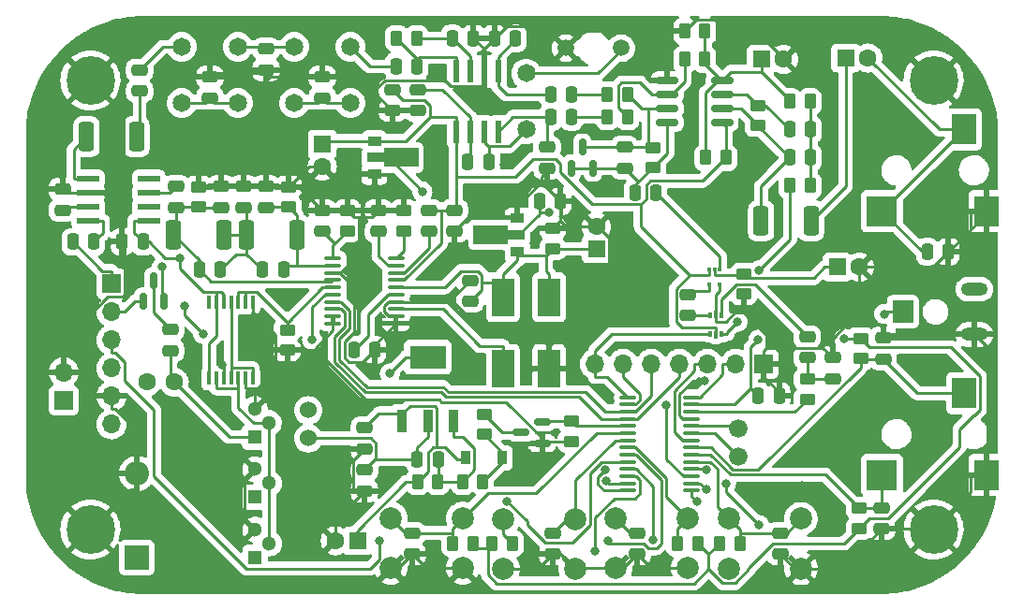
<source format=gbl>
G04 #@! TF.GenerationSoftware,KiCad,Pcbnew,(6.0.5)*
G04 #@! TF.CreationDate,2022-05-23T23:46:21+08:00*
G04 #@! TF.ProjectId,AT Sprint 3B.1,41542053-7072-4696-9e74-2033422e312e,rev?*
G04 #@! TF.SameCoordinates,Original*
G04 #@! TF.FileFunction,Copper,L2,Bot*
G04 #@! TF.FilePolarity,Positive*
%FSLAX46Y46*%
G04 Gerber Fmt 4.6, Leading zero omitted, Abs format (unit mm)*
G04 Created by KiCad (PCBNEW (6.0.5)) date 2022-05-23 23:46:21*
%MOMM*%
%LPD*%
G01*
G04 APERTURE LIST*
G04 Aperture macros list*
%AMRoundRect*
0 Rectangle with rounded corners*
0 $1 Rounding radius*
0 $2 $3 $4 $5 $6 $7 $8 $9 X,Y pos of 4 corners*
0 Add a 4 corners polygon primitive as box body*
4,1,4,$2,$3,$4,$5,$6,$7,$8,$9,$2,$3,0*
0 Add four circle primitives for the rounded corners*
1,1,$1+$1,$2,$3*
1,1,$1+$1,$4,$5*
1,1,$1+$1,$6,$7*
1,1,$1+$1,$8,$9*
0 Add four rect primitives between the rounded corners*
20,1,$1+$1,$2,$3,$4,$5,0*
20,1,$1+$1,$4,$5,$6,$7,0*
20,1,$1+$1,$6,$7,$8,$9,0*
20,1,$1+$1,$8,$9,$2,$3,0*%
%AMFreePoly0*
4,1,9,3.862500,-0.866500,0.737500,-0.866500,0.737500,-0.450000,-0.737500,-0.450000,-0.737500,0.450000,0.737500,0.450000,0.737500,0.866500,3.862500,0.866500,3.862500,-0.866500,3.862500,-0.866500,$1*%
G04 Aperture macros list end*
G04 #@! TA.AperFunction,ComponentPad*
%ADD10R,2.200000X2.200000*%
G04 #@! TD*
G04 #@! TA.AperFunction,ComponentPad*
%ADD11O,2.200000X2.200000*%
G04 #@! TD*
G04 #@! TA.AperFunction,ComponentPad*
%ADD12C,1.651000*%
G04 #@! TD*
G04 #@! TA.AperFunction,ComponentPad*
%ADD13C,1.524000*%
G04 #@! TD*
G04 #@! TA.AperFunction,ComponentPad*
%ADD14C,2.000000*%
G04 #@! TD*
G04 #@! TA.AperFunction,ComponentPad*
%ADD15C,1.676400*%
G04 #@! TD*
G04 #@! TA.AperFunction,ComponentPad*
%ADD16R,1.700000X1.700000*%
G04 #@! TD*
G04 #@! TA.AperFunction,ComponentPad*
%ADD17O,1.700000X1.700000*%
G04 #@! TD*
G04 #@! TA.AperFunction,ComponentPad*
%ADD18C,4.400000*%
G04 #@! TD*
G04 #@! TA.AperFunction,SMDPad,CuDef*
%ADD19RoundRect,0.150000X0.150000X-0.587500X0.150000X0.587500X-0.150000X0.587500X-0.150000X-0.587500X0*%
G04 #@! TD*
G04 #@! TA.AperFunction,ComponentPad*
%ADD20R,1.600000X1.600000*%
G04 #@! TD*
G04 #@! TA.AperFunction,ComponentPad*
%ADD21C,1.600000*%
G04 #@! TD*
G04 #@! TA.AperFunction,SMDPad,CuDef*
%ADD22RoundRect,0.250000X-0.475000X0.250000X-0.475000X-0.250000X0.475000X-0.250000X0.475000X0.250000X0*%
G04 #@! TD*
G04 #@! TA.AperFunction,SMDPad,CuDef*
%ADD23RoundRect,0.250000X0.262500X0.450000X-0.262500X0.450000X-0.262500X-0.450000X0.262500X-0.450000X0*%
G04 #@! TD*
G04 #@! TA.AperFunction,SMDPad,CuDef*
%ADD24RoundRect,0.250000X0.475000X-0.250000X0.475000X0.250000X-0.475000X0.250000X-0.475000X-0.250000X0*%
G04 #@! TD*
G04 #@! TA.AperFunction,SMDPad,CuDef*
%ADD25RoundRect,0.250000X-0.450000X0.262500X-0.450000X-0.262500X0.450000X-0.262500X0.450000X0.262500X0*%
G04 #@! TD*
G04 #@! TA.AperFunction,SMDPad,CuDef*
%ADD26RoundRect,0.250000X0.450000X-0.262500X0.450000X0.262500X-0.450000X0.262500X-0.450000X-0.262500X0*%
G04 #@! TD*
G04 #@! TA.AperFunction,SMDPad,CuDef*
%ADD27R,1.300000X0.900000*%
G04 #@! TD*
G04 #@! TA.AperFunction,SMDPad,CuDef*
%ADD28FreePoly0,0.000000*%
G04 #@! TD*
G04 #@! TA.AperFunction,SMDPad,CuDef*
%ADD29RoundRect,0.250000X-0.250000X-0.475000X0.250000X-0.475000X0.250000X0.475000X-0.250000X0.475000X0*%
G04 #@! TD*
G04 #@! TA.AperFunction,SMDPad,CuDef*
%ADD30RoundRect,0.250000X0.250000X0.475000X-0.250000X0.475000X-0.250000X-0.475000X0.250000X-0.475000X0*%
G04 #@! TD*
G04 #@! TA.AperFunction,SMDPad,CuDef*
%ADD31R,2.000000X3.500000*%
G04 #@! TD*
G04 #@! TA.AperFunction,SMDPad,CuDef*
%ADD32R,0.300000X0.450000*%
G04 #@! TD*
G04 #@! TA.AperFunction,SMDPad,CuDef*
%ADD33RoundRect,0.250000X0.425000X1.075000X-0.425000X1.075000X-0.425000X-1.075000X0.425000X-1.075000X0*%
G04 #@! TD*
G04 #@! TA.AperFunction,SMDPad,CuDef*
%ADD34RoundRect,0.250000X-0.262500X-0.450000X0.262500X-0.450000X0.262500X0.450000X-0.262500X0.450000X0*%
G04 #@! TD*
G04 #@! TA.AperFunction,SMDPad,CuDef*
%ADD35RoundRect,0.150000X-0.825000X-0.150000X0.825000X-0.150000X0.825000X0.150000X-0.825000X0.150000X0*%
G04 #@! TD*
G04 #@! TA.AperFunction,ComponentPad*
%ADD36R,1.300000X1.300000*%
G04 #@! TD*
G04 #@! TA.AperFunction,ComponentPad*
%ADD37C,1.300000*%
G04 #@! TD*
G04 #@! TA.AperFunction,SMDPad,CuDef*
%ADD38R,1.900000X2.000000*%
G04 #@! TD*
G04 #@! TA.AperFunction,ComponentPad*
%ADD39O,2.400000X1.200000*%
G04 #@! TD*
G04 #@! TA.AperFunction,SMDPad,CuDef*
%ADD40R,2.200000X2.800000*%
G04 #@! TD*
G04 #@! TA.AperFunction,SMDPad,CuDef*
%ADD41R,2.800000X2.800000*%
G04 #@! TD*
G04 #@! TA.AperFunction,SMDPad,CuDef*
%ADD42RoundRect,0.150000X0.587500X0.150000X-0.587500X0.150000X-0.587500X-0.150000X0.587500X-0.150000X0*%
G04 #@! TD*
G04 #@! TA.AperFunction,SMDPad,CuDef*
%ADD43R,0.950000X2.150000*%
G04 #@! TD*
G04 #@! TA.AperFunction,SMDPad,CuDef*
%ADD44R,3.250000X2.150000*%
G04 #@! TD*
G04 #@! TA.AperFunction,ComponentPad*
%ADD45C,1.500000*%
G04 #@! TD*
G04 #@! TA.AperFunction,SMDPad,CuDef*
%ADD46R,0.400000X1.200000*%
G04 #@! TD*
G04 #@! TA.AperFunction,SMDPad,CuDef*
%ADD47R,0.600000X2.000000*%
G04 #@! TD*
G04 #@! TA.AperFunction,SMDPad,CuDef*
%ADD48R,0.900000X1.200000*%
G04 #@! TD*
G04 #@! TA.AperFunction,SMDPad,CuDef*
%ADD49RoundRect,0.100000X0.637500X0.100000X-0.637500X0.100000X-0.637500X-0.100000X0.637500X-0.100000X0*%
G04 #@! TD*
G04 #@! TA.AperFunction,SMDPad,CuDef*
%ADD50R,2.000000X0.600000*%
G04 #@! TD*
G04 #@! TA.AperFunction,SMDPad,CuDef*
%ADD51R,0.375000X0.500000*%
G04 #@! TD*
G04 #@! TA.AperFunction,SMDPad,CuDef*
%ADD52R,0.300000X0.650000*%
G04 #@! TD*
G04 #@! TA.AperFunction,SMDPad,CuDef*
%ADD53FreePoly0,180.000000*%
G04 #@! TD*
G04 #@! TA.AperFunction,ViaPad*
%ADD54C,0.800000*%
G04 #@! TD*
G04 #@! TA.AperFunction,Conductor*
%ADD55C,0.250000*%
G04 #@! TD*
G04 APERTURE END LIST*
D10*
X44196000Y-121920000D03*
D11*
X44196000Y-114300000D03*
D12*
X48260000Y-75692000D03*
X48260000Y-80772000D03*
D13*
X59690000Y-108585000D03*
X59690000Y-111125000D03*
D14*
X87480000Y-122864000D03*
X93980000Y-122864000D03*
X93980000Y-118364000D03*
X87480000Y-118364000D03*
X83820000Y-122936000D03*
X77320000Y-122936000D03*
X83820000Y-118436000D03*
X77320000Y-118436000D03*
X67160000Y-122864000D03*
X73660000Y-122864000D03*
X73660000Y-118364000D03*
X67160000Y-118364000D03*
D12*
X63500000Y-80772000D03*
X63500000Y-75692000D03*
D15*
X98552000Y-110236000D03*
X98552000Y-112776000D03*
D16*
X37592000Y-107696000D03*
D17*
X37592000Y-105156000D03*
D12*
X53340000Y-80772000D03*
X53340000Y-75692000D03*
X79375000Y-78105000D03*
X79375000Y-83185000D03*
D14*
X104215000Y-122900000D03*
X97715000Y-122900000D03*
X104215000Y-118400000D03*
X97715000Y-118400000D03*
D12*
X58420000Y-75692000D03*
X58420000Y-80772000D03*
D18*
X40005000Y-119380000D03*
X40005000Y-78740000D03*
X116205000Y-78740000D03*
X116205000Y-119380000D03*
D19*
X85405000Y-86662500D03*
X83505000Y-86662500D03*
X84455000Y-84787500D03*
D20*
X85725000Y-93980000D03*
D21*
X85725000Y-91980000D03*
D22*
X93980000Y-98110000D03*
X93980000Y-100010000D03*
D23*
X94892500Y-120650000D03*
X93067500Y-120650000D03*
D22*
X60960000Y-90490000D03*
X60960000Y-92390000D03*
D24*
X107061000Y-105725000D03*
X107061000Y-103825000D03*
D25*
X75565000Y-108942500D03*
X75565000Y-110767500D03*
D24*
X88265000Y-86675000D03*
X88265000Y-84775000D03*
D22*
X64770000Y-110175000D03*
X64770000Y-112075000D03*
D26*
X57912000Y-90193500D03*
X57912000Y-88368500D03*
D22*
X37465000Y-88585000D03*
X37465000Y-90485000D03*
X64770000Y-113985000D03*
X64770000Y-115885000D03*
D16*
X100843000Y-104394000D03*
D17*
X98303000Y-104394000D03*
X95763000Y-104394000D03*
X93223000Y-104394000D03*
X90683000Y-104394000D03*
X88143000Y-104394000D03*
X85603000Y-104394000D03*
D24*
X44450000Y-79690000D03*
X44450000Y-77790000D03*
D22*
X102362000Y-119700000D03*
X102362000Y-121600000D03*
D27*
X65660000Y-87225000D03*
D28*
X65747500Y-85725000D03*
D27*
X65660000Y-84225000D03*
D24*
X55880000Y-90231000D03*
X55880000Y-88331000D03*
D29*
X72710000Y-74930000D03*
X74610000Y-74930000D03*
D26*
X90805000Y-86637500D03*
X90805000Y-84812500D03*
D20*
X107502900Y-95631000D03*
D21*
X109502900Y-95631000D03*
D22*
X66040000Y-90490000D03*
X66040000Y-92390000D03*
X69088000Y-119700000D03*
X69088000Y-121600000D03*
X81280000Y-84775000D03*
X81280000Y-86675000D03*
D24*
X47752000Y-90231000D03*
X47752000Y-88331000D03*
D30*
X71435000Y-113030000D03*
X69535000Y-113030000D03*
D24*
X111633000Y-103947000D03*
X111633000Y-102047000D03*
D26*
X109474000Y-119276500D03*
X109474000Y-117451500D03*
X49784000Y-90193500D03*
X49784000Y-88368500D03*
D23*
X74572500Y-120650000D03*
X72747500Y-120650000D03*
X95527500Y-76835000D03*
X93702500Y-76835000D03*
D31*
X81475000Y-98350000D03*
X81475000Y-104850000D03*
X77275000Y-104850000D03*
X77275000Y-98350000D03*
D23*
X69492500Y-74930000D03*
X67667500Y-74930000D03*
D25*
X68326000Y-90527500D03*
X68326000Y-92352500D03*
D22*
X72898000Y-90490000D03*
X72898000Y-92390000D03*
D32*
X95893000Y-95820000D03*
X96393000Y-95820000D03*
X96893000Y-95820000D03*
X96893000Y-97220000D03*
X95893000Y-97220000D03*
D29*
X74107000Y-86106000D03*
X76007000Y-86106000D03*
D33*
X105120000Y-91440000D03*
X100620000Y-91440000D03*
D22*
X111506000Y-117414000D03*
X111506000Y-119314000D03*
D30*
X78420000Y-74930000D03*
X76520000Y-74930000D03*
D24*
X53848000Y-90231000D03*
X53848000Y-88331000D03*
D34*
X95607500Y-85725000D03*
X97432500Y-85725000D03*
D35*
X92140000Y-82550000D03*
X92140000Y-81280000D03*
X92140000Y-80010000D03*
X92140000Y-78740000D03*
X97090000Y-78740000D03*
X97090000Y-80010000D03*
X97090000Y-81280000D03*
X97090000Y-82550000D03*
D23*
X88542500Y-82042000D03*
X86717500Y-82042000D03*
D25*
X57785000Y-101322500D03*
X57785000Y-103147500D03*
D34*
X103227500Y-80645000D03*
X105052500Y-80645000D03*
D25*
X100330000Y-81002500D03*
X100330000Y-82827500D03*
D23*
X75461500Y-115062000D03*
X73636500Y-115062000D03*
D36*
X54885000Y-121920000D03*
D37*
X56155000Y-120650000D03*
X54885000Y-119380000D03*
D33*
X58638000Y-92710000D03*
X54138000Y-92710000D03*
D34*
X86717500Y-80010000D03*
X88542500Y-80010000D03*
D29*
X115636000Y-94234000D03*
X117536000Y-94234000D03*
D38*
X113438000Y-99677000D03*
D39*
X119888000Y-101727000D03*
X119888000Y-97627000D03*
D22*
X81788000Y-119700000D03*
X81788000Y-121600000D03*
D25*
X109601000Y-102084500D03*
X109601000Y-103909500D03*
D40*
X118948000Y-107044000D03*
X120948000Y-114444000D03*
D41*
X111548000Y-114444000D03*
D29*
X80584000Y-89662000D03*
X82484000Y-89662000D03*
D24*
X50800000Y-80325000D03*
X50800000Y-78425000D03*
D21*
X47585000Y-106045000D03*
X45085000Y-106045000D03*
D33*
X44160000Y-83820000D03*
X39660000Y-83820000D03*
D30*
X65720000Y-103124000D03*
X63820000Y-103124000D03*
D19*
X46670000Y-98727500D03*
X44770000Y-98727500D03*
X45720000Y-96852500D03*
D26*
X99060000Y-98067500D03*
X99060000Y-96242500D03*
D42*
X80820500Y-109667000D03*
X80820500Y-111567000D03*
X78945500Y-110617000D03*
D22*
X89408000Y-119700000D03*
X89408000Y-121600000D03*
X70612000Y-90490000D03*
X70612000Y-92390000D03*
D29*
X81600000Y-80010000D03*
X83500000Y-80010000D03*
X100345200Y-107289600D03*
X102245200Y-107289600D03*
D43*
X72785000Y-109580000D03*
D44*
X70485000Y-103780000D03*
D43*
X70485000Y-109580000D03*
X68185000Y-109580000D03*
D16*
X41910000Y-97155000D03*
D17*
X41910000Y-99695000D03*
X41910000Y-102235000D03*
X41910000Y-104775000D03*
X41910000Y-107315000D03*
X41910000Y-109855000D03*
D20*
X108264900Y-76708000D03*
D21*
X110264900Y-76708000D03*
D34*
X69572500Y-115062000D03*
X71397500Y-115062000D03*
D45*
X87971000Y-75819000D03*
X82971000Y-75819000D03*
D33*
X52034000Y-92710000D03*
X47534000Y-92710000D03*
D26*
X83439000Y-111402500D03*
X83439000Y-109577500D03*
D24*
X74295000Y-98740000D03*
X74295000Y-96840000D03*
D30*
X105090000Y-85725000D03*
X103190000Y-85725000D03*
D22*
X67310000Y-79568000D03*
X67310000Y-81468000D03*
D20*
X64135000Y-120396000D03*
D21*
X62135000Y-120396000D03*
D24*
X60960000Y-80325000D03*
X60960000Y-78425000D03*
D46*
X50755000Y-98785000D03*
X51405000Y-98785000D03*
X52055000Y-98785000D03*
X52705000Y-98785000D03*
X53355000Y-98785000D03*
X54005000Y-98785000D03*
X54655000Y-98785000D03*
X54655000Y-105685000D03*
X54005000Y-105685000D03*
X53355000Y-105685000D03*
X52705000Y-105685000D03*
X52055000Y-105685000D03*
X51405000Y-105685000D03*
X50755000Y-105685000D03*
D22*
X104775000Y-101920000D03*
X104775000Y-103820000D03*
D40*
X118948000Y-83168000D03*
X120948000Y-90568000D03*
D41*
X111548000Y-90568000D03*
D30*
X44765000Y-93345000D03*
X42865000Y-93345000D03*
D47*
X73025000Y-77920000D03*
X74295000Y-77920000D03*
X75565000Y-77920000D03*
X76835000Y-77920000D03*
X76835000Y-83370000D03*
X75565000Y-83370000D03*
X74295000Y-83370000D03*
X73025000Y-83370000D03*
D48*
X73915000Y-112903000D03*
X77215000Y-112903000D03*
D49*
X67632500Y-94865000D03*
X67632500Y-95515000D03*
X67632500Y-96165000D03*
X67632500Y-96815000D03*
X67632500Y-97465000D03*
X67632500Y-98115000D03*
X67632500Y-98765000D03*
X67632500Y-99415000D03*
X67632500Y-100065000D03*
X67632500Y-100715000D03*
X61907500Y-100715000D03*
X61907500Y-100065000D03*
X61907500Y-99415000D03*
X61907500Y-98765000D03*
X61907500Y-98115000D03*
X61907500Y-97465000D03*
X61907500Y-96815000D03*
X61907500Y-96165000D03*
X61907500Y-95515000D03*
X61907500Y-94865000D03*
D30*
X51750000Y-95885000D03*
X49850000Y-95885000D03*
D26*
X104775000Y-107592500D03*
X104775000Y-105767500D03*
D22*
X55880000Y-75885000D03*
X55880000Y-77785000D03*
D30*
X57465000Y-95885000D03*
X55565000Y-95885000D03*
D34*
X76303500Y-120650000D03*
X78128500Y-120650000D03*
X96877500Y-120650000D03*
X98702500Y-120650000D03*
D30*
X105090000Y-83185000D03*
X103190000Y-83185000D03*
D50*
X39820000Y-91440000D03*
X39820000Y-90170000D03*
X39820000Y-88900000D03*
X39820000Y-87630000D03*
X45270000Y-87630000D03*
X45270000Y-88900000D03*
X45270000Y-90170000D03*
X45270000Y-91440000D03*
D36*
X54864000Y-110998000D03*
D37*
X56134000Y-109728000D03*
X54864000Y-108458000D03*
D34*
X93702500Y-74295000D03*
X95527500Y-74295000D03*
D30*
X69530000Y-77470000D03*
X67630000Y-77470000D03*
D20*
X60960000Y-84515888D03*
D21*
X60960000Y-86515888D03*
D29*
X89220000Y-88900000D03*
X91120000Y-88900000D03*
D22*
X69596000Y-79568000D03*
X69596000Y-81468000D03*
D36*
X54885000Y-116459000D03*
D37*
X56155000Y-115189000D03*
X54885000Y-113919000D03*
D20*
X100644900Y-76835000D03*
D21*
X102644900Y-76835000D03*
D22*
X47244000Y-101285000D03*
X47244000Y-103185000D03*
D29*
X81600000Y-82042000D03*
X83500000Y-82042000D03*
X38420000Y-93345000D03*
X40320000Y-93345000D03*
D34*
X103227500Y-88265000D03*
X105052500Y-88265000D03*
D51*
X95982500Y-99988000D03*
D52*
X96520000Y-99913000D03*
D51*
X97057500Y-99988000D03*
X97057500Y-101688000D03*
D52*
X96520000Y-101763000D03*
D51*
X95982500Y-101688000D03*
D25*
X63246000Y-90527500D03*
X63246000Y-92352500D03*
D27*
X78612000Y-91210000D03*
D53*
X78524500Y-92710000D03*
D27*
X78612000Y-94210000D03*
D24*
X51816000Y-90231000D03*
X51816000Y-88331000D03*
D25*
X81788000Y-92155000D03*
X81788000Y-93980000D03*
D49*
X94302500Y-107408000D03*
X94302500Y-108058000D03*
X94302500Y-108708000D03*
X94302500Y-109358000D03*
X94302500Y-110008000D03*
X94302500Y-110658000D03*
X94302500Y-111308000D03*
X94302500Y-111958000D03*
X94302500Y-112608000D03*
X94302500Y-113258000D03*
X94302500Y-113908000D03*
X94302500Y-114558000D03*
X94302500Y-115208000D03*
X94302500Y-115858000D03*
X88577500Y-115858000D03*
X88577500Y-115208000D03*
X88577500Y-114558000D03*
X88577500Y-113908000D03*
X88577500Y-113258000D03*
X88577500Y-112608000D03*
X88577500Y-111958000D03*
X88577500Y-111308000D03*
X88577500Y-110658000D03*
X88577500Y-110008000D03*
X88577500Y-109358000D03*
X88577500Y-108708000D03*
X88577500Y-108058000D03*
X88577500Y-107408000D03*
D54*
X95528800Y-105876400D03*
X98298000Y-94361000D03*
X77343000Y-86360000D03*
X106934000Y-118364000D03*
X58674000Y-98044000D03*
X112522000Y-93980000D03*
X74930000Y-104648000D03*
X70358000Y-118364000D03*
X115824000Y-104140000D03*
X51942500Y-104483600D03*
X94488000Y-81915000D03*
X85725000Y-88773000D03*
X98425000Y-88138000D03*
X100584000Y-93853000D03*
X104267000Y-115443000D03*
X71501000Y-85725000D03*
X86741000Y-83693000D03*
X107569000Y-112903000D03*
X110109000Y-108585000D03*
X51689000Y-108331000D03*
X48066400Y-94785700D03*
X100357100Y-102211300D03*
X108098600Y-102106100D03*
X67063500Y-105251200D03*
X69998000Y-88788000D03*
X81478800Y-90712400D03*
X111761500Y-99868400D03*
X86764400Y-120430900D03*
X66090100Y-120430900D03*
X48514000Y-99187000D03*
X50165500Y-101647100D03*
X60041200Y-102204900D03*
X98467300Y-100586100D03*
X100410000Y-95914800D03*
X77657500Y-116834000D03*
X95703900Y-113988300D03*
X92051000Y-108157700D03*
X95643300Y-115766000D03*
X94788900Y-116880800D03*
X86503000Y-113987300D03*
X86654700Y-115018500D03*
X85612700Y-121317400D03*
X97432600Y-115199400D03*
X100435700Y-118967000D03*
X90852800Y-120316700D03*
X46482000Y-95631000D03*
D55*
X41054700Y-95979700D02*
X41910000Y-95979700D01*
X41910000Y-97155000D02*
X41910000Y-95979700D01*
X38420000Y-93345000D02*
X41054700Y-95979700D01*
X41145300Y-92519700D02*
X41145300Y-91440000D01*
X39820000Y-91440000D02*
X41145300Y-91440000D01*
X40320000Y-93345000D02*
X41145300Y-92519700D01*
X39820000Y-88900000D02*
X41145300Y-88900000D01*
X109502900Y-99677186D02*
X107061000Y-102119086D01*
X54005000Y-105685000D02*
X54005000Y-106610300D01*
X74078000Y-91210000D02*
X72898000Y-92390000D01*
X54885000Y-119380000D02*
X53909600Y-118404600D01*
X103662000Y-122900000D02*
X104215000Y-122900000D01*
X62135000Y-120396000D02*
X62135000Y-118520000D01*
X49821500Y-87950000D02*
X49784000Y-87987500D01*
X43040700Y-87004600D02*
X41145300Y-88900000D01*
X72587100Y-79245300D02*
X72050000Y-78708200D01*
X44196000Y-110409000D02*
X44196000Y-114300000D01*
X109502900Y-95631000D02*
X116139000Y-95631000D01*
X107061000Y-102119086D02*
X107061000Y-103825000D01*
X53909600Y-114894400D02*
X54885000Y-113919000D01*
X98229700Y-99772400D02*
X99060000Y-99772400D01*
X64267000Y-78425000D02*
X60960000Y-78425000D01*
X93239200Y-109008500D02*
X93239200Y-107107500D01*
X94470300Y-105876400D02*
X95528800Y-105876400D01*
X99166100Y-73247300D02*
X94750200Y-73247300D01*
X63349200Y-104202600D02*
X64641400Y-104202600D01*
X57785000Y-103147500D02*
X56751200Y-103147500D01*
X64295600Y-94478200D02*
X64295600Y-91114400D01*
X55094900Y-106610400D02*
X56751200Y-104954100D01*
X55880000Y-77785000D02*
X55880000Y-78105000D01*
X86850400Y-97399300D02*
X81475000Y-102774700D01*
X80757300Y-87458500D02*
X81280000Y-86935800D01*
X63208500Y-90490000D02*
X63246000Y-90527500D01*
X72370000Y-98765000D02*
X72550500Y-98584500D01*
X42277300Y-108490300D02*
X44196000Y-110409000D01*
X78612000Y-91210000D02*
X74078000Y-91210000D01*
X54005100Y-106610400D02*
X54005000Y-106610300D01*
X64849600Y-107622300D02*
X71528500Y-107622300D01*
X82484000Y-91459000D02*
X83005000Y-91980000D01*
X54864000Y-108458000D02*
X54864000Y-106610400D01*
X57912000Y-88368500D02*
X59764612Y-86515888D01*
X119522700Y-115996300D02*
X116205000Y-119314000D01*
X116205000Y-119314000D02*
X116205000Y-119380000D01*
X43120800Y-98111700D02*
X43120800Y-93600800D01*
X84495000Y-74295000D02*
X82971000Y-75819000D01*
X65720000Y-102627500D02*
X67632500Y-100715000D01*
X43120800Y-93600800D02*
X42865000Y-93345000D01*
X72550500Y-98584500D02*
X75565900Y-101600000D01*
X39820000Y-88900000D02*
X37780000Y-88900000D01*
X63832900Y-91114400D02*
X63246000Y-90527500D01*
X75565900Y-101600000D02*
X80300300Y-101600000D01*
X75565000Y-75885000D02*
X74610000Y-74930000D01*
X65573200Y-79731200D02*
X64267000Y-78425000D01*
X97438800Y-100563300D02*
X98229700Y-99772400D01*
X99060000Y-99772400D02*
X99060000Y-98067500D01*
X75565000Y-75885000D02*
X75565000Y-77920000D01*
X66931800Y-100065000D02*
X66534400Y-99667600D01*
X81788000Y-121600000D02*
X80452000Y-122936000D01*
X65720000Y-103124000D02*
X65720000Y-102627500D01*
X82484000Y-91459000D02*
X82484000Y-89662000D01*
X119522700Y-90568000D02*
X119522700Y-92247300D01*
X43659700Y-115725300D02*
X44196000Y-115725300D01*
X81475000Y-104850000D02*
X81475000Y-102774700D01*
X55880000Y-78745000D02*
X55880000Y-88331000D01*
X80757400Y-87935300D02*
X80757300Y-87935300D01*
X66901300Y-98765000D02*
X67632500Y-98765000D01*
X65660000Y-88000300D02*
X66040000Y-88380300D01*
X42865000Y-93345000D02*
X42865000Y-90619700D01*
X102362000Y-121600000D02*
X103662000Y-122900000D01*
X56751200Y-101806500D02*
X54655000Y-99710300D01*
X72550500Y-98584500D02*
X74295000Y-96840000D01*
X86850400Y-92964600D02*
X86850400Y-97399300D01*
X75565000Y-75885000D02*
X76520000Y-74930000D01*
X58457500Y-87987500D02*
X57912000Y-87987500D01*
X64641400Y-104202600D02*
X65720000Y-103124000D01*
X41910000Y-108490300D02*
X42277300Y-108490300D01*
X60334000Y-103106700D02*
X64849600Y-107622300D01*
X101090600Y-102971100D02*
X106207100Y-102971100D01*
X66040000Y-90490000D02*
X65415600Y-91114400D01*
X65660000Y-87225000D02*
X65660000Y-88000300D01*
X66534400Y-99667600D02*
X66534400Y-99131900D01*
X78612000Y-91210000D02*
X78612000Y-90080700D01*
X61907500Y-100065000D02*
X61907500Y-100715000D01*
X80300300Y-101600000D02*
X81475000Y-102774700D01*
X57785000Y-103147500D02*
X60293200Y-103147500D01*
X76520000Y-74930000D02*
X77637200Y-73812800D01*
X100843000Y-104407500D02*
X100843000Y-104394000D01*
X59764612Y-86515888D02*
X60960000Y-86515888D01*
X63876400Y-101509700D02*
X62984700Y-102401400D01*
X93702500Y-74295000D02*
X84495000Y-74295000D01*
X56200000Y-78425000D02*
X55880000Y-78105000D01*
X69088000Y-121600000D02*
X67824000Y-122864000D01*
X89408000Y-121600000D02*
X88144000Y-122864000D01*
X60960000Y-90490000D02*
X58838500Y-88368500D01*
X60960000Y-90490000D02*
X63208500Y-90490000D01*
X90672000Y-122864000D02*
X89408000Y-121600000D01*
X88144000Y-122864000D02*
X87480000Y-122864000D01*
X62608800Y-96165000D02*
X64295600Y-94478200D01*
X44196000Y-114300000D02*
X44196000Y-115725300D01*
X62608800Y-96165000D02*
X63876400Y-97432600D01*
X55880000Y-88331000D02*
X57874500Y-88331000D01*
X93239200Y-107107500D02*
X94470300Y-105876400D01*
X83892000Y-122864000D02*
X83820000Y-122936000D01*
X56751200Y-104954100D02*
X56751200Y-103147500D01*
X121072521Y-114319479D02*
X121072521Y-102911521D01*
X37592000Y-105156000D02*
X37592000Y-102350000D01*
X56751200Y-103147500D02*
X56751200Y-101806500D01*
X72050000Y-78708200D02*
X66596200Y-78708200D01*
X67824000Y-122864000D02*
X67160000Y-122864000D01*
X80757300Y-87935300D02*
X80757300Y-87458500D01*
X53909600Y-118404600D02*
X53909600Y-114894400D01*
X85865800Y-91980000D02*
X86850400Y-92964600D01*
X81280000Y-86935800D02*
X81280000Y-86675000D01*
X120948000Y-90822000D02*
X120948000Y-90568000D01*
X42865000Y-90619700D02*
X41145300Y-88900000D01*
X102245200Y-106971500D02*
X100843000Y-105569300D01*
X93980000Y-122864000D02*
X90672000Y-122864000D01*
X41611600Y-98330400D02*
X42902100Y-98330400D01*
X111633000Y-102047000D02*
X111953000Y-101727000D01*
X106207100Y-102971100D02*
X107061000Y-103825000D01*
X75565000Y-79245300D02*
X72587100Y-79245300D01*
X54655000Y-98785000D02*
X54655000Y-99710300D01*
X120873100Y-114444000D02*
X120948000Y-114444000D01*
X40005000Y-119380000D02*
X43659700Y-115725300D01*
X55880000Y-78105000D02*
X51120000Y-78105000D01*
X67310000Y-81468000D02*
X65573200Y-79731200D01*
X81788000Y-121600000D02*
X82484000Y-121600000D01*
X66040000Y-88380300D02*
X66040000Y-90490000D01*
X80452000Y-122936000D02*
X77320000Y-122936000D01*
X62135000Y-118520000D02*
X64770000Y-115885000D01*
X60960000Y-78425000D02*
X56200000Y-78425000D01*
X67632500Y-100715000D02*
X67632500Y-100065000D01*
X52055000Y-105685000D02*
X52055000Y-104596100D01*
X60293200Y-103147500D02*
X60334000Y-103106700D01*
X67632500Y-100065000D02*
X66931800Y-100065000D01*
X54864000Y-106610400D02*
X54005100Y-106610400D01*
X109502900Y-95631000D02*
X109502900Y-99677186D01*
X75565000Y-77920000D02*
X75565000Y-79245300D01*
X57874500Y-88331000D02*
X57912000Y-88368500D01*
X80985000Y-111402500D02*
X83439000Y-111402500D01*
X94750200Y-73247300D02*
X93702500Y-74295000D01*
X37780000Y-88900000D02*
X37465000Y-88585000D01*
X96893000Y-97770300D02*
X96520000Y-98143300D01*
X80820500Y-111567000D02*
X80985000Y-111402500D01*
X49784000Y-88368500D02*
X51778500Y-88368500D01*
X63718100Y-115885000D02*
X63718100Y-113126900D01*
X66534400Y-99131900D02*
X66901300Y-98765000D01*
X65415600Y-91114400D02*
X64295600Y-91114400D01*
X68288500Y-90490000D02*
X68326000Y-90527500D01*
X51120000Y-78105000D02*
X50800000Y-78425000D01*
X80964800Y-73812800D02*
X77637200Y-73812800D01*
X69596000Y-81468000D02*
X67310000Y-81468000D01*
X43040700Y-81775700D02*
X43040700Y-87004600D01*
X41910000Y-107315000D02*
X41910000Y-108490300D01*
X51778500Y-88368500D02*
X51816000Y-88331000D01*
X100843000Y-104407500D02*
X100843000Y-105569300D01*
X71528500Y-107622300D02*
X71753800Y-107847600D01*
X111506000Y-119314000D02*
X107920000Y-122900000D01*
X96893000Y-97220000D02*
X96893000Y-97770300D01*
X117536000Y-94234000D02*
X120948000Y-90822000D01*
X96520000Y-99913000D02*
X96520000Y-100563300D01*
X101090600Y-102971100D02*
X100843000Y-103218700D01*
X120948000Y-90568000D02*
X119522700Y-90568000D01*
X51816000Y-88331000D02*
X53848000Y-88331000D01*
X52055000Y-104596100D02*
X51942500Y-104483600D01*
X83005000Y-91980000D02*
X85725000Y-91980000D01*
X60334000Y-102937900D02*
X60334000Y-103106700D01*
X78612000Y-90080700D02*
X80757400Y-87935300D01*
X120948000Y-114444000D02*
X121072521Y-114319479D01*
X111953000Y-101727000D02*
X119888000Y-101727000D01*
X99060000Y-99772400D02*
X101090600Y-101803000D01*
X63718100Y-115885000D02*
X64770000Y-115885000D01*
X71753800Y-107847600D02*
X77588600Y-107847600D01*
X63718100Y-113126900D02*
X64770000Y-112075000D01*
X53848000Y-88331000D02*
X55880000Y-88331000D01*
X101090600Y-101803000D02*
X101090600Y-102971100D01*
X82484000Y-121600000D02*
X83820000Y-122936000D01*
X107920000Y-122900000D02*
X104215000Y-122900000D01*
X116139000Y-95631000D02*
X117536000Y-94234000D01*
X37592000Y-102350000D02*
X41611600Y-98330400D01*
X121072521Y-102911521D02*
X119888000Y-101727000D01*
X66040000Y-90490000D02*
X68288500Y-90490000D01*
X42902100Y-98330400D02*
X43120800Y-98111700D01*
X64295600Y-91114400D02*
X63832900Y-91114400D01*
X87480000Y-122864000D02*
X83892000Y-122864000D01*
X58838500Y-88368500D02*
X57912000Y-88368500D01*
X119522700Y-114444000D02*
X119522700Y-115996300D01*
X93588700Y-109358000D02*
X93239200Y-109008500D01*
X62984700Y-102401400D02*
X62984700Y-103838100D01*
X63876400Y-97432600D02*
X63876400Y-101509700D01*
X70352000Y-122864000D02*
X69088000Y-121600000D01*
X62984700Y-103838100D02*
X63349200Y-104202600D01*
X54864000Y-106610400D02*
X55094900Y-106610400D01*
X102644900Y-76726100D02*
X99166100Y-73247300D01*
X94302500Y-109358000D02*
X93588700Y-109358000D01*
X66596200Y-78708200D02*
X65573200Y-79731200D01*
X116205000Y-119314000D02*
X111506000Y-119314000D01*
X67632500Y-98765000D02*
X72370000Y-98765000D01*
X73660000Y-122864000D02*
X70352000Y-122864000D01*
X96520000Y-100563300D02*
X97438800Y-100563300D01*
X120873100Y-114444000D02*
X119522700Y-114444000D01*
X61907500Y-96165000D02*
X62608800Y-96165000D01*
X102644900Y-76835000D02*
X102644900Y-76726100D01*
X80985000Y-111244000D02*
X80985000Y-111402500D01*
X55880000Y-78745000D02*
X56200000Y-78425000D01*
X96520000Y-98143300D02*
X96520000Y-99913000D01*
X85725000Y-91980000D02*
X85865800Y-91980000D01*
X81788000Y-92155000D02*
X82484000Y-91459000D01*
X100843000Y-104394000D02*
X100843000Y-103218700D01*
X40005000Y-78740000D02*
X43040700Y-81775700D01*
X61907500Y-101364400D02*
X60334000Y-102937900D01*
X82484000Y-89662000D02*
X80757400Y-87935300D01*
X77588600Y-107847600D02*
X80985000Y-111244000D01*
X82971000Y-75819000D02*
X80964800Y-73812800D01*
X102245200Y-107289600D02*
X102245200Y-106971500D01*
X61907500Y-100715000D02*
X61907500Y-101364400D01*
X39820000Y-90170000D02*
X37780000Y-90170000D01*
X37780000Y-90170000D02*
X37465000Y-90485000D01*
X70665200Y-80984200D02*
X70199000Y-80518000D01*
X45268900Y-93345000D02*
X44765000Y-93345000D01*
X90230800Y-89465100D02*
X90230800Y-88205700D01*
X95893000Y-95820000D02*
X95893000Y-96370300D01*
X93470100Y-101112700D02*
X92925300Y-100567900D01*
X70665200Y-82044700D02*
X70665200Y-80984200D01*
X92925300Y-100567900D02*
X92925300Y-97604000D01*
X95327100Y-87830400D02*
X97432500Y-85725000D01*
X90230800Y-88205700D02*
X90606100Y-87830400D01*
X43944700Y-92524700D02*
X44765000Y-93345000D01*
X82023100Y-85844700D02*
X82445900Y-86267500D01*
X90606100Y-87830400D02*
X95327100Y-87830400D01*
X51405000Y-98785000D02*
X51405000Y-97859700D01*
X45270000Y-91440000D02*
X43944700Y-91440000D01*
X97090000Y-82550000D02*
X97432500Y-82892500D01*
X51405000Y-97859700D02*
X50207600Y-97859700D01*
X82445900Y-86267500D02*
X82445900Y-87016700D01*
X80005300Y-85844700D02*
X82023100Y-85844700D01*
X46709600Y-94785700D02*
X45268900Y-93345000D01*
X73025000Y-83370000D02*
X73025000Y-87441200D01*
X73025000Y-87441200D02*
X73025000Y-90363000D01*
X50755000Y-102497100D02*
X50755000Y-105685000D01*
X92925300Y-97604000D02*
X94159000Y-96370300D01*
X51405000Y-98785000D02*
X51405000Y-101847100D01*
X48066400Y-95718500D02*
X48066400Y-94785700D01*
X43944700Y-91440000D02*
X43944700Y-92524700D01*
X71700000Y-90490000D02*
X72898000Y-90490000D01*
X89744500Y-91955800D02*
X94159000Y-96370300D01*
X97432500Y-82892500D02*
X97432500Y-85725000D01*
X73025000Y-83370000D02*
X73025000Y-82044700D01*
X51405000Y-101847100D02*
X50755000Y-102497100D01*
X96520000Y-101763000D02*
X96520000Y-101112700D01*
X82445900Y-87016700D02*
X85380600Y-89951400D01*
X71700000Y-90490000D02*
X71700000Y-93439800D01*
X61095000Y-84225000D02*
X60960000Y-84360000D01*
X96520000Y-101112700D02*
X93470100Y-101112700D01*
X68324800Y-96815000D02*
X67632500Y-96815000D01*
X94159000Y-96370300D02*
X95893000Y-96370300D01*
X65660000Y-84225000D02*
X61250888Y-84225000D01*
X73025000Y-90363000D02*
X72898000Y-90490000D01*
X61250888Y-84225000D02*
X60960000Y-84515888D01*
X70612000Y-90490000D02*
X71700000Y-90490000D01*
X73025000Y-82044700D02*
X70665200Y-82044700D01*
X68484900Y-84225000D02*
X70665200Y-82044700D01*
X52055000Y-98322300D02*
X52055000Y-98090900D01*
X89744500Y-89951400D02*
X89744500Y-91955800D01*
X73025000Y-87441200D02*
X78408800Y-87441200D01*
X52055000Y-98785000D02*
X52055000Y-98322300D01*
X71700000Y-93439800D02*
X68324800Y-96815000D01*
X50207600Y-97859700D02*
X48066400Y-95718500D01*
X68260000Y-80518000D02*
X67310000Y-79568000D01*
X85380600Y-89951400D02*
X89744500Y-89951400D01*
X89744500Y-89951400D02*
X90230800Y-89465100D01*
X78408800Y-87441200D02*
X80005300Y-85844700D01*
X51823800Y-97859700D02*
X51405000Y-97859700D01*
X70199000Y-80518000D02*
X68260000Y-80518000D01*
X65660000Y-84225000D02*
X68484900Y-84225000D01*
X52055000Y-98090900D02*
X51823800Y-97859700D01*
X48066400Y-94785700D02*
X46709600Y-94785700D01*
X44160000Y-83820000D02*
X44450000Y-83530000D01*
X44450000Y-83530000D02*
X44450000Y-79690000D01*
X48260000Y-75692000D02*
X46548000Y-75692000D01*
X46548000Y-75692000D02*
X44450000Y-77790000D01*
X51247000Y-80772000D02*
X50800000Y-80325000D01*
X48260000Y-80772000D02*
X50353000Y-80772000D01*
X53340000Y-80772000D02*
X51247000Y-80772000D01*
X50353000Y-80772000D02*
X50800000Y-80325000D01*
X55687000Y-75692000D02*
X55880000Y-75885000D01*
X58420000Y-75692000D02*
X56073000Y-75692000D01*
X53340000Y-75692000D02*
X55687000Y-75692000D01*
X56073000Y-75692000D02*
X55880000Y-75885000D01*
X63500000Y-80772000D02*
X61407000Y-80772000D01*
X61407000Y-80772000D02*
X60960000Y-80325000D01*
X60513000Y-80772000D02*
X60960000Y-80325000D01*
X58420000Y-80772000D02*
X60513000Y-80772000D01*
X69727800Y-76594700D02*
X73025000Y-76594700D01*
X69530000Y-76792500D02*
X69727800Y-76594700D01*
X69530000Y-76792500D02*
X67667500Y-74930000D01*
X73025000Y-77920000D02*
X73025000Y-76594700D01*
X69530000Y-77470000D02*
X69530000Y-76792500D01*
X67630000Y-77470000D02*
X65278000Y-77470000D01*
X65278000Y-77470000D02*
X63500000Y-75692000D01*
X74295000Y-85918000D02*
X74295000Y-83370000D01*
X74295000Y-83370000D02*
X74295000Y-82044700D01*
X71818300Y-79568000D02*
X74295000Y-82044700D01*
X74107000Y-86106000D02*
X74295000Y-85918000D01*
X69596000Y-79568000D02*
X71818300Y-79568000D01*
X75565000Y-84328000D02*
X75565000Y-83370000D01*
X76007000Y-84770000D02*
X76007000Y-86106000D01*
X75931511Y-84694511D02*
X75565000Y-84328000D01*
X77865489Y-84694511D02*
X75931511Y-84694511D01*
X75931511Y-84694511D02*
X76007000Y-84770000D01*
X79375000Y-83185000D02*
X77865489Y-84694511D01*
X81592989Y-82034989D02*
X78170011Y-82034989D01*
X81280000Y-82362000D02*
X81600000Y-82042000D01*
X81600000Y-82042000D02*
X81592989Y-82034989D01*
X81280000Y-84775000D02*
X81280000Y-82362000D01*
X78170011Y-82034989D02*
X76835000Y-83370000D01*
X76835000Y-79245300D02*
X77599700Y-80010000D01*
X76835000Y-77920000D02*
X76835000Y-76594700D01*
X76835000Y-76594700D02*
X78420000Y-75009700D01*
X76835000Y-77920000D02*
X76835000Y-79245300D01*
X78420000Y-75009700D02*
X78420000Y-74930000D01*
X77599700Y-80010000D02*
X81600000Y-80010000D01*
X83500000Y-80010000D02*
X86717500Y-80010000D01*
X83500000Y-82042000D02*
X86717500Y-82042000D01*
X83505000Y-86662500D02*
X85405000Y-86662500D01*
X89220000Y-88900000D02*
X89220000Y-88222500D01*
X89516300Y-87926200D02*
X90805000Y-86637500D01*
X88265000Y-86675000D02*
X85417500Y-86675000D01*
X92140000Y-85302500D02*
X92140000Y-82550000D01*
X85417500Y-86675000D02*
X85405000Y-86662500D01*
X89220000Y-88222500D02*
X89516300Y-87926200D01*
X90805000Y-86637500D02*
X92140000Y-85302500D01*
X89516300Y-87926200D02*
X88265000Y-86675000D01*
X88542500Y-80010000D02*
X89812500Y-81280000D01*
X90447500Y-81280000D02*
X90447500Y-84775000D01*
X90805000Y-84812500D02*
X90767500Y-84775000D01*
X89812500Y-81280000D02*
X92140000Y-81280000D01*
X84467500Y-84775000D02*
X84455000Y-84787500D01*
X88265000Y-84775000D02*
X84467500Y-84775000D01*
X90767500Y-84775000D02*
X90447500Y-84775000D01*
X90447500Y-84775000D02*
X88265000Y-84775000D01*
X90447500Y-81280000D02*
X92140000Y-81280000D01*
X91120000Y-88900000D02*
X96893000Y-94673000D01*
X96893000Y-94673000D02*
X96893000Y-95820000D01*
X94319700Y-97770300D02*
X93980000Y-98110000D01*
X95893000Y-97220000D02*
X95893000Y-97770300D01*
X95893000Y-97770300D02*
X94319700Y-97770300D01*
X94002000Y-99988000D02*
X93980000Y-100010000D01*
X95982500Y-99988000D02*
X94002000Y-99988000D01*
X105052500Y-88265000D02*
X105090000Y-88227500D01*
X105090000Y-83185000D02*
X105052500Y-83147500D01*
X105090000Y-83185000D02*
X105090000Y-85725000D01*
X105052500Y-83147500D02*
X105052500Y-80645000D01*
X105090000Y-88227500D02*
X105090000Y-85725000D01*
X103190000Y-83185000D02*
X101007500Y-81002500D01*
X99337500Y-80010000D02*
X97090000Y-80010000D01*
X100330000Y-81002500D02*
X99337500Y-80010000D01*
X101007500Y-81002500D02*
X100330000Y-81002500D01*
X103190000Y-85725000D02*
X100330000Y-82865000D01*
X100330000Y-82827500D02*
X98782500Y-81280000D01*
X98782500Y-81280000D02*
X97090000Y-81280000D01*
X103190000Y-85725000D02*
X100620000Y-88295000D01*
X100330000Y-82865000D02*
X100330000Y-82827500D01*
X100620000Y-88295000D02*
X100620000Y-91440000D01*
X75346400Y-97688600D02*
X74295000Y-98740000D01*
X78612000Y-94985300D02*
X78564400Y-94985300D01*
X77275000Y-98350000D02*
X77275000Y-97018200D01*
X75346400Y-97018200D02*
X75346400Y-97688600D01*
X78612000Y-94597600D02*
X81170400Y-94597600D01*
X81788000Y-93980000D02*
X84599700Y-93980000D01*
X75346400Y-97018200D02*
X77275000Y-97018200D01*
X72017500Y-97465000D02*
X73506500Y-95976000D01*
X78564400Y-94985300D02*
X77275000Y-96274700D01*
X73506500Y-95976000D02*
X74974600Y-95976000D01*
X81170400Y-95970100D02*
X81170400Y-94597600D01*
X75346400Y-96347800D02*
X75346400Y-97018200D01*
X67632500Y-97465000D02*
X72017500Y-97465000D01*
X81475000Y-98350000D02*
X81475000Y-96274700D01*
X77275000Y-97018200D02*
X77275000Y-96274700D01*
X78612000Y-94210000D02*
X78612000Y-94597600D01*
X81475000Y-96274700D02*
X81170400Y-95970100D01*
X78612000Y-94597600D02*
X78612000Y-94985300D01*
X85725000Y-93980000D02*
X84599700Y-93980000D01*
X74974600Y-95976000D02*
X75346400Y-96347800D01*
X81170400Y-94597600D02*
X81788000Y-93980000D01*
X65080800Y-101863200D02*
X65080800Y-99907100D01*
X66872900Y-98115000D02*
X67632500Y-98115000D01*
X63820000Y-103124000D02*
X65080800Y-101863200D01*
X65080800Y-99907100D02*
X66872900Y-98115000D01*
X70612000Y-93875200D02*
X70612000Y-92390000D01*
X68322200Y-96165000D02*
X70612000Y-93875200D01*
X67632500Y-96165000D02*
X68322200Y-96165000D01*
X66040000Y-94620300D02*
X66040000Y-92390000D01*
X67632500Y-95515000D02*
X66934700Y-95515000D01*
X66934700Y-95515000D02*
X66040000Y-94620300D01*
X63246000Y-92352500D02*
X62084300Y-93514200D01*
X61907500Y-93691000D02*
X61907500Y-94865000D01*
X62084300Y-93514200D02*
X61907500Y-93691000D01*
X62084300Y-93514200D02*
X60960000Y-92390000D01*
X57465000Y-95885000D02*
X57835000Y-95515000D01*
X55917500Y-90193500D02*
X55880000Y-90231000D01*
X58638000Y-95515000D02*
X58638000Y-92710000D01*
X57912000Y-90193500D02*
X55917500Y-90193500D01*
X57835000Y-95515000D02*
X58638000Y-95515000D01*
X58638000Y-92710000D02*
X58638000Y-90919500D01*
X58638000Y-95515000D02*
X61907500Y-95515000D01*
X58638000Y-90919500D02*
X57912000Y-90193500D01*
X54138000Y-92710000D02*
X52034000Y-92710000D01*
X51750000Y-95885000D02*
X53177000Y-94458000D01*
X54138000Y-94458000D02*
X54138000Y-92710000D01*
X55565000Y-95885000D02*
X54138000Y-94458000D01*
X53177000Y-94458000D02*
X54138000Y-94458000D01*
X54138000Y-92710000D02*
X54138000Y-90521000D01*
X54138000Y-90521000D02*
X53848000Y-90231000D01*
X50901400Y-96936400D02*
X49850000Y-95885000D01*
X61907500Y-96815000D02*
X61786100Y-96936400D01*
X47752000Y-92492000D02*
X47752000Y-90231000D01*
X47534000Y-92710000D02*
X47752000Y-92492000D01*
X49784000Y-90193500D02*
X47789500Y-90193500D01*
X49821500Y-90231000D02*
X49784000Y-90193500D01*
X51816000Y-90231000D02*
X49821500Y-90231000D01*
X47789500Y-90193500D02*
X47752000Y-90231000D01*
X49850000Y-95026000D02*
X47534000Y-92710000D01*
X61786100Y-96936400D02*
X50901400Y-96936400D01*
X49850000Y-95885000D02*
X49850000Y-95026000D01*
X47752000Y-88331000D02*
X47183000Y-88900000D01*
X47183000Y-88900000D02*
X45270000Y-88900000D01*
X100356693Y-113966800D02*
X109601000Y-104722493D01*
X111633000Y-103947000D02*
X109638500Y-103947000D01*
X109601000Y-104722493D02*
X109601000Y-103909500D01*
X111633000Y-103947000D02*
X114730000Y-107044000D01*
X98078200Y-113966800D02*
X96069400Y-111958000D01*
X98078200Y-113966800D02*
X100356693Y-113966800D01*
X96069400Y-111958000D02*
X94302500Y-111958000D01*
X114730000Y-107044000D02*
X118948000Y-107044000D01*
X109638500Y-103947000D02*
X109601000Y-103909500D01*
X99667600Y-106612000D02*
X100345200Y-107289600D01*
X94532400Y-124270400D02*
X76732900Y-124270400D01*
X96877500Y-120650000D02*
X96838700Y-120650000D01*
X98221600Y-108058000D02*
X99667600Y-106612000D01*
X99667600Y-102900800D02*
X100357100Y-102211300D01*
X75914800Y-123452300D02*
X75914800Y-121038700D01*
X108098600Y-102106100D02*
X109579400Y-102106100D01*
X110388020Y-102871520D02*
X109601000Y-102084500D01*
X109474000Y-119276500D02*
X110386500Y-118364000D01*
X76732900Y-124270400D02*
X75914800Y-123452300D01*
X109579400Y-102106100D02*
X109601000Y-102084500D01*
X120373300Y-105502500D02*
X117742320Y-102871520D01*
X98264800Y-124225800D02*
X97154200Y-124225800D01*
X95865600Y-121623100D02*
X94892500Y-120650000D01*
X120373300Y-108578800D02*
X120373300Y-105502500D01*
X110386500Y-118364000D02*
X112127600Y-118364000D01*
X108100500Y-120650000D02*
X101711100Y-120650000D01*
X75914800Y-121038700D02*
X74961200Y-121038700D01*
X74961200Y-121038700D02*
X74572500Y-120650000D01*
X94302500Y-108058000D02*
X98221600Y-108058000D01*
X117742320Y-102871520D02*
X110388020Y-102871520D01*
X75914800Y-121038700D02*
X76303500Y-120650000D01*
X99667600Y-106612000D02*
X99667600Y-102900800D01*
X95865600Y-122937200D02*
X95865600Y-121623100D01*
X109474000Y-119276500D02*
X108100500Y-120650000D01*
X101711100Y-120650000D02*
X99519700Y-122841400D01*
X119886400Y-109065700D02*
X120373300Y-108578800D01*
X99519700Y-122841400D02*
X99519700Y-122970900D01*
X118540600Y-111951000D02*
X118540600Y-110317000D01*
X97154200Y-124225800D02*
X95865600Y-122937200D01*
X95865600Y-122937200D02*
X94532400Y-124270400D01*
X112127600Y-118364000D02*
X118540600Y-111951000D01*
X96838700Y-120650000D02*
X95865600Y-121623100D01*
X118540600Y-110317000D02*
X119791900Y-109065700D01*
X119791900Y-109065700D02*
X119886400Y-109065700D01*
X99519700Y-122970900D02*
X98264800Y-124225800D01*
X71435000Y-115062000D02*
X71397500Y-115062000D01*
X72785000Y-110980300D02*
X73691322Y-110980300D01*
X73636500Y-115062000D02*
X71435000Y-115062000D01*
X72785000Y-109580000D02*
X72785000Y-110980300D01*
X74704300Y-113994200D02*
X73636500Y-115062000D01*
X74704300Y-111993278D02*
X74704300Y-112493700D01*
X73691322Y-110980300D02*
X74704300Y-111993278D01*
X71435000Y-115062000D02*
X71435000Y-113030000D01*
X74704300Y-112299400D02*
X74704300Y-113994200D01*
X67063500Y-105251200D02*
X68534700Y-103780000D01*
X65825400Y-113030000D02*
X65725000Y-113030000D01*
X70485000Y-109580000D02*
X70485000Y-110980300D01*
X59690000Y-111125000D02*
X65380600Y-111125000D01*
X70485000Y-110980300D02*
X69535000Y-111930300D01*
X69535000Y-113030000D02*
X65825400Y-113030000D01*
X65380600Y-111125000D02*
X65825400Y-111569800D01*
X69535000Y-111930300D02*
X69535000Y-113030000D01*
X65725000Y-113030000D02*
X64770000Y-113985000D01*
X65825400Y-111569800D02*
X65825400Y-113030000D01*
X70485000Y-103780000D02*
X68534700Y-103780000D01*
X85751000Y-110658000D02*
X80302000Y-116107000D01*
X88577500Y-110658000D02*
X85751000Y-110658000D01*
X75917000Y-116107000D02*
X73660000Y-118364000D01*
X80302000Y-116107000D02*
X75917000Y-116107000D01*
X69088000Y-119700000D02*
X68496000Y-119700000D01*
X72747500Y-120650000D02*
X72747500Y-119700000D01*
X68496000Y-119700000D02*
X67160000Y-118364000D01*
X72747500Y-119700000D02*
X69088000Y-119700000D01*
X72747500Y-119276500D02*
X73660000Y-118364000D01*
X72747500Y-119700000D02*
X72747500Y-119276500D01*
X71141100Y-108179600D02*
X68885200Y-108179600D01*
X66065200Y-108879800D02*
X68185000Y-108879800D01*
X69572500Y-115062000D02*
X70485000Y-114149500D01*
X78679800Y-92710000D02*
X80584000Y-90805800D01*
X70485000Y-114149500D02*
X70485000Y-112423900D01*
X70956000Y-111952900D02*
X71298700Y-111952900D01*
X71298700Y-108337200D02*
X71141100Y-108179600D01*
X71298700Y-111952900D02*
X72062600Y-111952900D01*
X72062600Y-111952900D02*
X73139700Y-113030000D01*
X64770000Y-110175000D02*
X66065200Y-108879800D01*
X80584000Y-90712400D02*
X80584000Y-89662000D01*
X64135000Y-119448300D02*
X64135000Y-120396000D01*
X68521300Y-115062000D02*
X69572500Y-115062000D01*
X80584000Y-90712400D02*
X81478800Y-90712400D01*
X66935000Y-85725000D02*
X65747500Y-85725000D01*
X68885200Y-108179600D02*
X68185000Y-108879800D01*
X71298700Y-111952900D02*
X71298700Y-108337200D01*
X68185000Y-109580000D02*
X68185000Y-108879800D01*
X78524500Y-92710000D02*
X78679800Y-92710000D01*
X70485000Y-112423900D02*
X70956000Y-111952900D01*
X69998000Y-88788000D02*
X66935000Y-85725000D01*
X73915000Y-113030000D02*
X73139700Y-113030000D01*
X80584000Y-90805800D02*
X80584000Y-90712400D01*
X68521300Y-115062000D02*
X64135000Y-119448300D01*
X63990300Y-120015000D02*
X63990300Y-119593000D01*
X47244000Y-101285000D02*
X45720000Y-99761000D01*
X45720000Y-99761000D02*
X45720000Y-96852500D01*
X47244000Y-105704000D02*
X47585000Y-106045000D01*
X52538000Y-110998000D02*
X54864000Y-110998000D01*
X47244000Y-103185000D02*
X47244000Y-105704000D01*
X47585000Y-106045000D02*
X52538000Y-110998000D01*
X111548000Y-114444000D02*
X111548000Y-117372000D01*
X111506000Y-117414000D02*
X111468500Y-117451500D01*
X111548000Y-117372000D02*
X111506000Y-117414000D01*
X97835200Y-114417100D02*
X96026100Y-112608000D01*
X106439600Y-114417100D02*
X97835200Y-114417100D01*
X96026100Y-112608000D02*
X94302500Y-112608000D01*
X109474000Y-117451500D02*
X106439600Y-114417100D01*
X111468500Y-117451500D02*
X109474000Y-117451500D01*
X96694700Y-113913500D02*
X96694700Y-117379700D01*
X96694700Y-117379700D02*
X97715000Y-118400000D01*
X98702500Y-119700000D02*
X98702500Y-119387500D01*
X96039200Y-113258000D02*
X96694700Y-113913500D01*
X102915000Y-119700000D02*
X102362000Y-119700000D01*
X94302500Y-113258000D02*
X96039200Y-113258000D01*
X98702500Y-120650000D02*
X98702500Y-119700000D01*
X102362000Y-119700000D02*
X98702500Y-119700000D01*
X98702500Y-119387500D02*
X97715000Y-118400000D01*
X104215000Y-118400000D02*
X102915000Y-119700000D01*
X88816000Y-119700000D02*
X87480000Y-118364000D01*
X93067500Y-119276500D02*
X93980000Y-118364000D01*
X92028600Y-114718200D02*
X92028600Y-116412600D01*
X88577500Y-111958000D02*
X89268400Y-111958000D01*
X89268400Y-111958000D02*
X92028600Y-114718200D01*
X93067500Y-120650000D02*
X93067500Y-119276500D01*
X92028600Y-116412600D02*
X93980000Y-118364000D01*
X89408000Y-119700000D02*
X88816000Y-119700000D01*
X83820000Y-114911900D02*
X83820000Y-118436000D01*
X83052000Y-118436000D02*
X81788000Y-119700000D01*
X83820000Y-118436000D02*
X83052000Y-118436000D01*
X77320000Y-119841500D02*
X77320000Y-118436000D01*
X78128500Y-120650000D02*
X77320000Y-119841500D01*
X88577500Y-111308000D02*
X87423900Y-111308000D01*
X87423900Y-111308000D02*
X83820000Y-114911900D01*
X113438000Y-99677000D02*
X111952900Y-99677000D01*
X111952900Y-99677000D02*
X111761500Y-99868400D01*
X43085300Y-105897400D02*
X45759800Y-108571900D01*
X54064300Y-122895400D02*
X65255457Y-122895400D01*
X42277400Y-103410300D02*
X43085300Y-104218200D01*
X43085300Y-104218200D02*
X43085300Y-105897400D01*
X41910000Y-102235000D02*
X41910000Y-103410300D01*
X45759800Y-114590900D02*
X54064300Y-122895400D01*
X86959300Y-120625800D02*
X86764400Y-120430900D01*
X66090100Y-122060757D02*
X66090100Y-120430900D01*
X91578200Y-120651200D02*
X91153200Y-121076200D01*
X89979600Y-120625800D02*
X86959300Y-120625800D01*
X89281500Y-112608000D02*
X91578200Y-114904700D01*
X65255457Y-122895400D02*
X66090100Y-122060757D01*
X91578200Y-114904700D02*
X91578200Y-120651200D01*
X41910000Y-103410300D02*
X42277400Y-103410300D01*
X90430000Y-121076200D02*
X89979600Y-120625800D01*
X88577500Y-112608000D02*
X89281500Y-112608000D01*
X45759800Y-108571900D02*
X45759800Y-114590900D01*
X91153200Y-121076200D02*
X90430000Y-121076200D01*
X86738800Y-105569300D02*
X85603000Y-105569300D01*
X87133700Y-101688000D02*
X85603000Y-103218700D01*
X95982500Y-101688000D02*
X87133700Y-101688000D01*
X48514000Y-99995600D02*
X50165500Y-101647100D01*
X48514000Y-99187000D02*
X48514000Y-99995600D01*
X85603000Y-104394000D02*
X85603000Y-103218700D01*
X88577500Y-107408000D02*
X86738800Y-105569300D01*
X85603000Y-104394000D02*
X85603000Y-105569300D01*
X98374700Y-97210900D02*
X100065900Y-97210900D01*
X97057500Y-99412700D02*
X97057500Y-98528100D01*
X97057500Y-98528100D02*
X98374700Y-97210900D01*
X100065900Y-97210900D02*
X104775000Y-101920000D01*
X97057500Y-99988000D02*
X97057500Y-99412700D01*
X104775000Y-105767500D02*
X104775000Y-105725000D01*
X104775000Y-105725000D02*
X104775000Y-103820000D01*
X104775000Y-105725000D02*
X107061000Y-105725000D01*
X103227500Y-80542900D02*
X103227500Y-80645000D01*
X100644900Y-77960300D02*
X103227500Y-80542900D01*
X97090000Y-78740000D02*
X96889400Y-78539400D01*
X96889400Y-78539400D02*
X95527500Y-77177500D01*
X97090000Y-78740000D02*
X97869700Y-77960300D01*
X97869700Y-77960300D02*
X100644900Y-77960300D01*
X100644900Y-76835000D02*
X100644900Y-77960300D01*
X95607500Y-79821300D02*
X95607500Y-85725000D01*
X95527500Y-76835000D02*
X95527500Y-74295000D01*
X96889400Y-78539400D02*
X95607500Y-79821300D01*
X95527500Y-77177500D02*
X95527500Y-76835000D01*
X108264900Y-88295100D02*
X105120000Y-91440000D01*
X108264900Y-76708000D02*
X108264900Y-88295100D01*
X118948000Y-83168000D02*
X117522700Y-83168000D01*
X117522700Y-83168000D02*
X116724900Y-83168000D01*
X115636000Y-94234000D02*
X115214000Y-94234000D01*
X111548000Y-90568000D02*
X118948000Y-83168000D01*
X116724900Y-83168000D02*
X110264900Y-76708000D01*
X115214000Y-94234000D02*
X111548000Y-90568000D01*
X99060000Y-96242500D02*
X99457600Y-96640100D01*
X105368500Y-96640100D02*
X106377600Y-95631000D01*
X96393000Y-95820000D02*
X96393000Y-96370300D01*
X107502900Y-95631000D02*
X106377600Y-95631000D01*
X99060000Y-96242500D02*
X98932200Y-96370300D01*
X98932200Y-96370300D02*
X96393000Y-96370300D01*
X99457600Y-96640100D02*
X105368500Y-96640100D01*
X85880520Y-78105000D02*
X87971000Y-76014520D01*
X79375000Y-78105000D02*
X85880520Y-78105000D01*
X75565000Y-110767500D02*
X77215000Y-112417500D01*
X75461500Y-115062000D02*
X77215000Y-113308500D01*
X77215000Y-113308500D02*
X77215000Y-112903000D01*
X77215000Y-112417500D02*
X77215000Y-112903000D01*
X41910000Y-99695000D02*
X43085300Y-99695000D01*
X44770000Y-98727500D02*
X44052800Y-98727500D01*
X44052800Y-98727500D02*
X43085300Y-99695000D01*
X95042400Y-107408000D02*
X97127700Y-105322700D01*
X97127700Y-105322700D02*
X97127700Y-104394000D01*
X94302500Y-107408000D02*
X95042400Y-107408000D01*
X98303000Y-104394000D02*
X97127700Y-104394000D01*
X92788800Y-110551100D02*
X92788800Y-106822300D01*
X94302500Y-111308000D02*
X93545700Y-111308000D01*
X93545700Y-111308000D02*
X92788800Y-110551100D01*
X95763000Y-104394000D02*
X94587700Y-104394000D01*
X94587700Y-105023400D02*
X94587700Y-104394000D01*
X92788800Y-106822300D02*
X94587700Y-105023400D01*
X71715400Y-106947000D02*
X64819800Y-106947000D01*
X62975700Y-99773800D02*
X62616900Y-99415000D01*
X89434300Y-109358000D02*
X93223000Y-105569300D01*
X72165600Y-107397200D02*
X71715400Y-106947000D01*
X88577500Y-109358000D02*
X89434300Y-109358000D01*
X64819800Y-106947000D02*
X62075100Y-104202300D01*
X88577500Y-109358000D02*
X86152600Y-109358000D01*
X84191800Y-107397200D02*
X72165600Y-107397200D01*
X62975700Y-101015600D02*
X62975700Y-99773800D01*
X86152600Y-109358000D02*
X84191800Y-107397200D01*
X62075100Y-101916200D02*
X62975700Y-101015600D01*
X93223000Y-104394000D02*
X93223000Y-105569300D01*
X62616900Y-99415000D02*
X61907500Y-99415000D01*
X62075100Y-104202300D02*
X62075100Y-101916200D01*
X88577500Y-108708000D02*
X89274500Y-108708000D01*
X72352100Y-106946800D02*
X71901900Y-106496600D01*
X71901900Y-106496600D02*
X65006300Y-106496600D01*
X62525400Y-102111100D02*
X63426000Y-101210500D01*
X90683000Y-104394000D02*
X90683000Y-105569300D01*
X63426000Y-99578100D02*
X62612900Y-98765000D01*
X62525400Y-104015700D02*
X62525400Y-102111100D01*
X86527700Y-108708000D02*
X84766500Y-106946800D01*
X90683000Y-107299500D02*
X90683000Y-105569300D01*
X89274500Y-108708000D02*
X90683000Y-107299500D01*
X62612900Y-98765000D02*
X61907500Y-98765000D01*
X84766500Y-106946800D02*
X72352100Y-106946800D01*
X65006300Y-106496600D02*
X62525400Y-104015700D01*
X88577500Y-108708000D02*
X86527700Y-108708000D01*
X63426000Y-101210500D02*
X63426000Y-99578100D01*
X60041200Y-102204900D02*
X60041200Y-99264100D01*
X88577500Y-108058000D02*
X89276800Y-108058000D01*
X88143000Y-104394000D02*
X88143000Y-105569300D01*
X60041200Y-99264100D02*
X61190300Y-98115000D01*
X89650100Y-107684700D02*
X89650100Y-107076400D01*
X61190300Y-98115000D02*
X61907500Y-98115000D01*
X89276800Y-108058000D02*
X89650100Y-107684700D01*
X89650100Y-107076400D02*
X88143000Y-105569300D01*
X38494700Y-87630000D02*
X38494700Y-84985300D01*
X39820000Y-87630000D02*
X38494700Y-87630000D01*
X38494700Y-84985300D02*
X39660000Y-83820000D01*
X88577500Y-110008000D02*
X83869500Y-110008000D01*
X80910000Y-109577500D02*
X80820500Y-109667000D01*
X83869500Y-110008000D02*
X83439000Y-109577500D01*
X83439000Y-109577500D02*
X80910000Y-109577500D01*
X78945500Y-110617000D02*
X77239500Y-110617000D01*
X77239500Y-110617000D02*
X75565000Y-108942500D01*
X56134000Y-115168000D02*
X56155000Y-115189000D01*
X53355000Y-106610300D02*
X53355000Y-105685000D01*
X51405000Y-105685000D02*
X51405000Y-106610300D01*
X56134000Y-109728000D02*
X56134000Y-115168000D01*
X53355000Y-108336400D02*
X53355000Y-106610300D01*
X56134000Y-109728000D02*
X54746600Y-109728000D01*
X56155000Y-115189000D02*
X56155000Y-120650000D01*
X51405000Y-106610300D02*
X53355000Y-106610300D01*
X54746600Y-109728000D02*
X53355000Y-108336400D01*
X90779500Y-80010000D02*
X92140000Y-80010000D01*
X87705480Y-79224040D02*
X87705480Y-81204980D01*
X92518200Y-80010000D02*
X93702500Y-78825700D01*
X89694980Y-78925480D02*
X88004040Y-78925480D01*
X92140000Y-80010000D02*
X92518200Y-80010000D01*
X88004040Y-78925480D02*
X87705480Y-79224040D01*
X87705480Y-81204980D02*
X88542500Y-82042000D01*
X93702500Y-78825700D02*
X93702500Y-76835000D01*
X90779500Y-80010000D02*
X89694980Y-78925480D01*
X97570300Y-101688000D02*
X97570300Y-101483100D01*
X103227500Y-93097300D02*
X103227500Y-88265000D01*
X97057500Y-101688000D02*
X97570300Y-101688000D01*
X97570300Y-101483100D02*
X98467300Y-100586100D01*
X100410000Y-95914800D02*
X103227500Y-93097300D01*
X94302500Y-108708000D02*
X103659500Y-108708000D01*
X103659500Y-108708000D02*
X104775000Y-107592500D01*
X68326000Y-94171500D02*
X68326000Y-92352500D01*
X67632500Y-94865000D02*
X68326000Y-94171500D01*
X54005000Y-98785000D02*
X54005000Y-97972300D01*
X55000300Y-97859700D02*
X57785000Y-100644400D01*
X61907500Y-97465000D02*
X60964400Y-97465000D01*
X54005000Y-97859700D02*
X53355000Y-97859700D01*
X60964400Y-97465000D02*
X57785000Y-100644400D01*
X54005000Y-97972300D02*
X54005000Y-97859700D01*
X57785000Y-100644400D02*
X57785000Y-101322500D01*
X54005000Y-97859700D02*
X55000300Y-97859700D01*
X53355000Y-98785000D02*
X53355000Y-97859700D01*
X83562100Y-120568800D02*
X85146500Y-118984400D01*
X86148900Y-113258000D02*
X88577500Y-113258000D01*
X81110800Y-120568800D02*
X83562100Y-120568800D01*
X79472500Y-118649000D02*
X79472500Y-118930500D01*
X79472500Y-118930500D02*
X81110800Y-120568800D01*
X77657500Y-116834000D02*
X79472500Y-118649000D01*
X85146500Y-114260400D02*
X86148900Y-113258000D01*
X85146500Y-118984400D02*
X85146500Y-114260400D01*
X95623600Y-113908000D02*
X95703900Y-113988300D01*
X94302500Y-113908000D02*
X95623600Y-113908000D01*
X93610100Y-114558000D02*
X92051000Y-112998900D01*
X92051000Y-112998900D02*
X92051000Y-108157700D01*
X94302500Y-114558000D02*
X93610100Y-114558000D01*
X95085300Y-115208000D02*
X95643300Y-115766000D01*
X94302500Y-115208000D02*
X95085300Y-115208000D01*
X94302500Y-115858000D02*
X94302500Y-116394400D01*
X94302500Y-116394400D02*
X94788900Y-116880800D01*
X88577500Y-115858000D02*
X86464000Y-115858000D01*
X86464000Y-115858000D02*
X85892300Y-115286300D01*
X85892300Y-114598000D02*
X86503000Y-113987300D01*
X85892300Y-115286300D02*
X85892300Y-114598000D01*
X88577500Y-115208000D02*
X86844200Y-115208000D01*
X86844200Y-115208000D02*
X86654700Y-115018500D01*
X89210200Y-116567900D02*
X87342700Y-116567900D01*
X88577500Y-114558000D02*
X89291300Y-114558000D01*
X87342700Y-116567900D02*
X85612700Y-118297900D01*
X89658500Y-116119600D02*
X89210200Y-116567900D01*
X89291300Y-114558000D02*
X89658500Y-114925200D01*
X85612700Y-118297900D02*
X85612700Y-121317400D01*
X89658500Y-114925200D02*
X89658500Y-116119600D01*
X89304600Y-113908000D02*
X90852800Y-115456200D01*
X90852800Y-115456200D02*
X90852800Y-120316700D01*
X97432600Y-115963900D02*
X100435700Y-118967000D01*
X88577500Y-113908000D02*
X89304600Y-113908000D01*
X97432600Y-115199400D02*
X97432600Y-115963900D01*
X98324000Y-110008000D02*
X98552000Y-110236000D01*
X94302500Y-110008000D02*
X98324000Y-110008000D01*
X96434000Y-110658000D02*
X98552000Y-112776000D01*
X94302500Y-110658000D02*
X96434000Y-110658000D01*
X67632500Y-99415000D02*
X71840000Y-99415000D01*
X71840000Y-99415000D02*
X75199700Y-102774700D01*
X77275000Y-104850000D02*
X77275000Y-102774700D01*
X75199700Y-102774700D02*
X77275000Y-102774700D01*
X52705000Y-104759700D02*
X52705000Y-98785000D01*
X52705000Y-104759700D02*
X54655000Y-104759700D01*
X52705000Y-105685000D02*
X52705000Y-104759700D01*
X54655000Y-105685000D02*
X54655000Y-104759700D01*
X74295000Y-76515000D02*
X72710000Y-74930000D01*
X74295000Y-77920000D02*
X74295000Y-76515000D01*
X69492500Y-74930000D02*
X72710000Y-74930000D01*
X46482000Y-98539500D02*
X46670000Y-98727500D01*
X46482000Y-95631000D02*
X46482000Y-98539500D01*
G04 #@! TA.AperFunction,Conductor*
G36*
X93174133Y-72918502D02*
G01*
X93220626Y-72972158D01*
X93230730Y-73042432D01*
X93201236Y-73107012D01*
X93145888Y-73144024D01*
X93123216Y-73151588D01*
X93110038Y-73157761D01*
X92972193Y-73243063D01*
X92960792Y-73252099D01*
X92846261Y-73366829D01*
X92837249Y-73378240D01*
X92752184Y-73516243D01*
X92746037Y-73529424D01*
X92694862Y-73683710D01*
X92691995Y-73697086D01*
X92682328Y-73791438D01*
X92682000Y-73797855D01*
X92682000Y-74022885D01*
X92686475Y-74038124D01*
X92687865Y-74039329D01*
X92695548Y-74041000D01*
X93830500Y-74041000D01*
X93898621Y-74061002D01*
X93945114Y-74114658D01*
X93956500Y-74167000D01*
X93956500Y-74423000D01*
X93936498Y-74491121D01*
X93882842Y-74537614D01*
X93830500Y-74549000D01*
X92700116Y-74549000D01*
X92684877Y-74553475D01*
X92683672Y-74554865D01*
X92682001Y-74562548D01*
X92682001Y-74792095D01*
X92682338Y-74798614D01*
X92692257Y-74894206D01*
X92695149Y-74907600D01*
X92746588Y-75061784D01*
X92752761Y-75074962D01*
X92838063Y-75212807D01*
X92847099Y-75224208D01*
X92961829Y-75338739D01*
X92973240Y-75347751D01*
X93111243Y-75432816D01*
X93124429Y-75438965D01*
X93143225Y-75445200D01*
X93201584Y-75485631D01*
X93228820Y-75551196D01*
X93216286Y-75621077D01*
X93167960Y-75673088D01*
X93143432Y-75684316D01*
X93116054Y-75693450D01*
X92965652Y-75786522D01*
X92840695Y-75911697D01*
X92836855Y-75917927D01*
X92836854Y-75917928D01*
X92756557Y-76048194D01*
X92747885Y-76062262D01*
X92734335Y-76103115D01*
X92700177Y-76206099D01*
X92692203Y-76230139D01*
X92691503Y-76236975D01*
X92691502Y-76236978D01*
X92690427Y-76247474D01*
X92681500Y-76334600D01*
X92681500Y-77335400D01*
X92681837Y-77338646D01*
X92681837Y-77338650D01*
X92691339Y-77430225D01*
X92692474Y-77441166D01*
X92694655Y-77447702D01*
X92694655Y-77447704D01*
X92728810Y-77550077D01*
X92748450Y-77608946D01*
X92809896Y-77708240D01*
X92829362Y-77739697D01*
X92848200Y-77808148D01*
X92827039Y-77875918D01*
X92772598Y-77921489D01*
X92722218Y-77932000D01*
X92412115Y-77932000D01*
X92396876Y-77936475D01*
X92395671Y-77937865D01*
X92394000Y-77945548D01*
X92394000Y-78868000D01*
X92373998Y-78936121D01*
X92320342Y-78982614D01*
X92268000Y-78994000D01*
X90711595Y-78994000D01*
X90643474Y-78973998D01*
X90622500Y-78957095D01*
X90198632Y-78533227D01*
X90191092Y-78524941D01*
X90186980Y-78518462D01*
X90137328Y-78471836D01*
X90134487Y-78469082D01*
X90134010Y-78468605D01*
X90665061Y-78468605D01*
X90665101Y-78482706D01*
X90672370Y-78486000D01*
X91867885Y-78486000D01*
X91883124Y-78481525D01*
X91884329Y-78480135D01*
X91886000Y-78472452D01*
X91886000Y-77950116D01*
X91881525Y-77934877D01*
X91880135Y-77933672D01*
X91872452Y-77932001D01*
X91251017Y-77932001D01*
X91246080Y-77932195D01*
X91217664Y-77934430D01*
X91205069Y-77936730D01*
X91059210Y-77979107D01*
X91044779Y-77985352D01*
X90915322Y-78061911D01*
X90902896Y-78071551D01*
X90796551Y-78177896D01*
X90786911Y-78190322D01*
X90710352Y-78319779D01*
X90704107Y-78334210D01*
X90665061Y-78468605D01*
X90134010Y-78468605D01*
X90114750Y-78449345D01*
X90111553Y-78446865D01*
X90102531Y-78439160D01*
X90098378Y-78435260D01*
X90070301Y-78408894D01*
X90063355Y-78405075D01*
X90063352Y-78405073D01*
X90052546Y-78399132D01*
X90036027Y-78388281D01*
X90027916Y-78381990D01*
X90020021Y-78375866D01*
X90012752Y-78372721D01*
X90012748Y-78372718D01*
X89979443Y-78358306D01*
X89968793Y-78353089D01*
X89930040Y-78331785D01*
X89910417Y-78326747D01*
X89891714Y-78320343D01*
X89880400Y-78315447D01*
X89880399Y-78315447D01*
X89873125Y-78312299D01*
X89865302Y-78311060D01*
X89865292Y-78311057D01*
X89829456Y-78305381D01*
X89817836Y-78302975D01*
X89782691Y-78293952D01*
X89782690Y-78293952D01*
X89775010Y-78291980D01*
X89754756Y-78291980D01*
X89735045Y-78290429D01*
X89722866Y-78288500D01*
X89715037Y-78287260D01*
X89685766Y-78290027D01*
X89671019Y-78291421D01*
X89659161Y-78291980D01*
X88082808Y-78291980D01*
X88071625Y-78291453D01*
X88064132Y-78289778D01*
X88056206Y-78290027D01*
X88056205Y-78290027D01*
X87996042Y-78291918D01*
X87992084Y-78291980D01*
X87964184Y-78291980D01*
X87960194Y-78292484D01*
X87948360Y-78293416D01*
X87904151Y-78294806D01*
X87896535Y-78297019D01*
X87896533Y-78297019D01*
X87884692Y-78300459D01*
X87865333Y-78304468D01*
X87864023Y-78304634D01*
X87845243Y-78307006D01*
X87837877Y-78309922D01*
X87837871Y-78309924D01*
X87804138Y-78323280D01*
X87792908Y-78327125D01*
X87768521Y-78334210D01*
X87750447Y-78339461D01*
X87743624Y-78343496D01*
X87733006Y-78349775D01*
X87715253Y-78358472D01*
X87707608Y-78361499D01*
X87696423Y-78365928D01*
X87685887Y-78373583D01*
X87660652Y-78391917D01*
X87650735Y-78398431D01*
X87612678Y-78420938D01*
X87607073Y-78426542D01*
X87598355Y-78435260D01*
X87583322Y-78448100D01*
X87566933Y-78460008D01*
X87551372Y-78478818D01*
X87538752Y-78494073D01*
X87530762Y-78502854D01*
X87313222Y-78720393D01*
X87304943Y-78727927D01*
X87298462Y-78732040D01*
X87293034Y-78737820D01*
X87293033Y-78737821D01*
X87256484Y-78776742D01*
X87195271Y-78812707D01*
X87139286Y-78813671D01*
X87134861Y-78812203D01*
X87030400Y-78801500D01*
X86404600Y-78801500D01*
X86400998Y-78801874D01*
X86398659Y-78802116D01*
X86328838Y-78789250D01*
X86277057Y-78740678D01*
X86259756Y-78671822D01*
X86282428Y-78604543D01*
X86305709Y-78580846D01*
X86305437Y-78580556D01*
X86311213Y-78575132D01*
X86317627Y-78570472D01*
X86345818Y-78536395D01*
X86353808Y-78527616D01*
X87771398Y-77110026D01*
X87833710Y-77076000D01*
X87871474Y-77073600D01*
X87965524Y-77081828D01*
X87965525Y-77081828D01*
X87971000Y-77082307D01*
X88190371Y-77063115D01*
X88403076Y-77006120D01*
X88602654Y-76913056D01*
X88739064Y-76817540D01*
X88778527Y-76789908D01*
X88778529Y-76789906D01*
X88783038Y-76786749D01*
X88938749Y-76631038D01*
X88950315Y-76614521D01*
X89061899Y-76455162D01*
X89061900Y-76455160D01*
X89065056Y-76450653D01*
X89067379Y-76445671D01*
X89067382Y-76445666D01*
X89123710Y-76324868D01*
X89158120Y-76251076D01*
X89215115Y-76038371D01*
X89234307Y-75819000D01*
X89215115Y-75599629D01*
X89158120Y-75386924D01*
X89086174Y-75232634D01*
X89067382Y-75192334D01*
X89067379Y-75192329D01*
X89065056Y-75187347D01*
X89047257Y-75161927D01*
X88941908Y-75011473D01*
X88941906Y-75011470D01*
X88938749Y-75006962D01*
X88783038Y-74851251D01*
X88760911Y-74835757D01*
X88665342Y-74768839D01*
X88602654Y-74724944D01*
X88403076Y-74631880D01*
X88190371Y-74574885D01*
X87971000Y-74555693D01*
X87751629Y-74574885D01*
X87538924Y-74631880D01*
X87456982Y-74670090D01*
X87344334Y-74722618D01*
X87344329Y-74722621D01*
X87339347Y-74724944D01*
X87334840Y-74728100D01*
X87334838Y-74728101D01*
X87163473Y-74848092D01*
X87163470Y-74848094D01*
X87158962Y-74851251D01*
X87003251Y-75006962D01*
X87000094Y-75011470D01*
X87000092Y-75011473D01*
X86975977Y-75045913D01*
X86920520Y-75090241D01*
X86849900Y-75097550D01*
X86786540Y-75065519D01*
X86768552Y-75044465D01*
X86760180Y-75032145D01*
X86650456Y-74870693D01*
X86483668Y-74694319D01*
X86441988Y-74662452D01*
X86294846Y-74549953D01*
X86294842Y-74549950D01*
X86290826Y-74546880D01*
X86076891Y-74432169D01*
X85847369Y-74353138D01*
X85711067Y-74329595D01*
X85612074Y-74312496D01*
X85612068Y-74312495D01*
X85608164Y-74311821D01*
X85604203Y-74311641D01*
X85604202Y-74311641D01*
X85580494Y-74310564D01*
X85580475Y-74310564D01*
X85579075Y-74310500D01*
X85409999Y-74310500D01*
X85407491Y-74310702D01*
X85407486Y-74310702D01*
X85234076Y-74324654D01*
X85234071Y-74324655D01*
X85229035Y-74325060D01*
X85224127Y-74326266D01*
X85224124Y-74326266D01*
X85113723Y-74353383D01*
X84993294Y-74382963D01*
X84988642Y-74384938D01*
X84988638Y-74384939D01*
X84883424Y-74429600D01*
X84769844Y-74477812D01*
X84765560Y-74480510D01*
X84568712Y-74604472D01*
X84568709Y-74604474D01*
X84564433Y-74607167D01*
X84537481Y-74630928D01*
X84386142Y-74764350D01*
X84386139Y-74764353D01*
X84382345Y-74767698D01*
X84379135Y-74771606D01*
X84379134Y-74771607D01*
X84237982Y-74943450D01*
X84228266Y-74955278D01*
X84225721Y-74959650D01*
X84225718Y-74959655D01*
X84160398Y-75071884D01*
X84108845Y-75120697D01*
X84038528Y-75133833D01*
X84024248Y-75132355D01*
X84008666Y-75140545D01*
X83343021Y-75806189D01*
X83335408Y-75820132D01*
X83335539Y-75821966D01*
X83339790Y-75828580D01*
X84009391Y-76498180D01*
X84023328Y-76505790D01*
X84037957Y-76504744D01*
X84107331Y-76519835D01*
X84154936Y-76566647D01*
X84155099Y-76566536D01*
X84291544Y-76767307D01*
X84458332Y-76943681D01*
X84462358Y-76946759D01*
X84462359Y-76946760D01*
X84647154Y-77088047D01*
X84647158Y-77088050D01*
X84651174Y-77091120D01*
X84655632Y-77093510D01*
X84655633Y-77093511D01*
X84707362Y-77121248D01*
X84865109Y-77205831D01*
X84924744Y-77226365D01*
X84982641Y-77267455D01*
X85009132Y-77333324D01*
X84995807Y-77403059D01*
X84946895Y-77454519D01*
X84883722Y-77471500D01*
X80625524Y-77471500D01*
X80557403Y-77451498D01*
X80522311Y-77417771D01*
X80403966Y-77248757D01*
X80403964Y-77248754D01*
X80400807Y-77244246D01*
X80235754Y-77079193D01*
X80231246Y-77076036D01*
X80231243Y-77076034D01*
X80049057Y-76948466D01*
X80049055Y-76948465D01*
X80044548Y-76945309D01*
X80039566Y-76942986D01*
X80039561Y-76942983D01*
X79881250Y-76869161D01*
X82285393Y-76869161D01*
X82294687Y-76881175D01*
X82335088Y-76909464D01*
X82344584Y-76914947D01*
X82534113Y-77003326D01*
X82544405Y-77007072D01*
X82746401Y-77061196D01*
X82757196Y-77063099D01*
X82965525Y-77081326D01*
X82976475Y-77081326D01*
X83184804Y-77063099D01*
X83195599Y-77061196D01*
X83397595Y-77007072D01*
X83407887Y-77003326D01*
X83597416Y-76914947D01*
X83606912Y-76909464D01*
X83648148Y-76880590D01*
X83656523Y-76870112D01*
X83649457Y-76856668D01*
X82983811Y-76191021D01*
X82969868Y-76183408D01*
X82968034Y-76183539D01*
X82961420Y-76187790D01*
X82291820Y-76857391D01*
X82285393Y-76869161D01*
X79881250Y-76869161D01*
X79837980Y-76848984D01*
X79837978Y-76848983D01*
X79832998Y-76846661D01*
X79827690Y-76845239D01*
X79827688Y-76845238D01*
X79612847Y-76787672D01*
X79612845Y-76787672D01*
X79607532Y-76786248D01*
X79375000Y-76765904D01*
X79142468Y-76786248D01*
X79137155Y-76787672D01*
X79137153Y-76787672D01*
X78922312Y-76845238D01*
X78922310Y-76845239D01*
X78917002Y-76846661D01*
X78912022Y-76848983D01*
X78912020Y-76848984D01*
X78710439Y-76942983D01*
X78710434Y-76942986D01*
X78705452Y-76945309D01*
X78700945Y-76948465D01*
X78700943Y-76948466D01*
X78518757Y-77076034D01*
X78518754Y-77076036D01*
X78514246Y-77079193D01*
X78349193Y-77244246D01*
X78346036Y-77248754D01*
X78346034Y-77248757D01*
X78221047Y-77427257D01*
X78215309Y-77435452D01*
X78212986Y-77440434D01*
X78212983Y-77440439D01*
X78126587Y-77625715D01*
X78116661Y-77647002D01*
X78115239Y-77652310D01*
X78115238Y-77652312D01*
X78058987Y-77862247D01*
X78056248Y-77872468D01*
X78035904Y-78105000D01*
X78056248Y-78337532D01*
X78057672Y-78342845D01*
X78057672Y-78342847D01*
X78111431Y-78543478D01*
X78116661Y-78562998D01*
X78118983Y-78567978D01*
X78118984Y-78567980D01*
X78212983Y-78769561D01*
X78212986Y-78769566D01*
X78215309Y-78774548D01*
X78218465Y-78779055D01*
X78218466Y-78779057D01*
X78342715Y-78956502D01*
X78349193Y-78965754D01*
X78514246Y-79130807D01*
X78518756Y-79133965D01*
X78518762Y-79133970D01*
X78537781Y-79147287D01*
X78582110Y-79202744D01*
X78589419Y-79273363D01*
X78557389Y-79336724D01*
X78496187Y-79372709D01*
X78465511Y-79376500D01*
X77914294Y-79376500D01*
X77846173Y-79356498D01*
X77825199Y-79339595D01*
X77661164Y-79175560D01*
X77627138Y-79113248D01*
X77632276Y-79042238D01*
X77633971Y-79037717D01*
X77633972Y-79037713D01*
X77636745Y-79030316D01*
X77643500Y-78968134D01*
X77643500Y-76871866D01*
X77636745Y-76809684D01*
X77633972Y-76802287D01*
X77633971Y-76802283D01*
X77632276Y-76797762D01*
X77627094Y-76726955D01*
X77661164Y-76664440D01*
X78125199Y-76200405D01*
X78187511Y-76166379D01*
X78214294Y-76163500D01*
X78720400Y-76163500D01*
X78723646Y-76163163D01*
X78723650Y-76163163D01*
X78819308Y-76153238D01*
X78819312Y-76153237D01*
X78826166Y-76152526D01*
X78832702Y-76150345D01*
X78832704Y-76150345D01*
X78986998Y-76098868D01*
X78993946Y-76096550D01*
X79144348Y-76003478D01*
X79269305Y-75878303D01*
X79275526Y-75868211D01*
X79302485Y-75824475D01*
X81708674Y-75824475D01*
X81726901Y-76032804D01*
X81728804Y-76043599D01*
X81782928Y-76245595D01*
X81786674Y-76255887D01*
X81875054Y-76445417D01*
X81880534Y-76454907D01*
X81909411Y-76496149D01*
X81919887Y-76504523D01*
X81933334Y-76497455D01*
X82598979Y-75831811D01*
X82606592Y-75817868D01*
X82606461Y-75816034D01*
X82602210Y-75809420D01*
X81932609Y-75139820D01*
X81920839Y-75133393D01*
X81908824Y-75142689D01*
X81880534Y-75183093D01*
X81875054Y-75192583D01*
X81786674Y-75382113D01*
X81782928Y-75392405D01*
X81728804Y-75594401D01*
X81726901Y-75605196D01*
X81708674Y-75813525D01*
X81708674Y-75824475D01*
X79302485Y-75824475D01*
X79358275Y-75733968D01*
X79358276Y-75733966D01*
X79362115Y-75727738D01*
X79407312Y-75591473D01*
X79415632Y-75566389D01*
X79415632Y-75566387D01*
X79417797Y-75559861D01*
X79419347Y-75544739D01*
X79423070Y-75508398D01*
X79428500Y-75455400D01*
X79428500Y-74767887D01*
X82285477Y-74767887D01*
X82292545Y-74781334D01*
X82958189Y-75446979D01*
X82972132Y-75454592D01*
X82973966Y-75454461D01*
X82980580Y-75450210D01*
X83650180Y-74780609D01*
X83656607Y-74768839D01*
X83647313Y-74756825D01*
X83606912Y-74728536D01*
X83597416Y-74723053D01*
X83407887Y-74634674D01*
X83397595Y-74630928D01*
X83195599Y-74576804D01*
X83184804Y-74574901D01*
X82976475Y-74556674D01*
X82965525Y-74556674D01*
X82757196Y-74574901D01*
X82746401Y-74576804D01*
X82544405Y-74630928D01*
X82534113Y-74634674D01*
X82344583Y-74723054D01*
X82335093Y-74728534D01*
X82293851Y-74757411D01*
X82285477Y-74767887D01*
X79428500Y-74767887D01*
X79428500Y-74404600D01*
X79425247Y-74373248D01*
X79418238Y-74305692D01*
X79418237Y-74305688D01*
X79417526Y-74298834D01*
X79361550Y-74131054D01*
X79268478Y-73980652D01*
X79143303Y-73855695D01*
X79137072Y-73851854D01*
X78998968Y-73766725D01*
X78998966Y-73766724D01*
X78992738Y-73762885D01*
X78898121Y-73731502D01*
X78831389Y-73709368D01*
X78831387Y-73709368D01*
X78824861Y-73707203D01*
X78818025Y-73706503D01*
X78818022Y-73706502D01*
X78774969Y-73702091D01*
X78720400Y-73696500D01*
X78119600Y-73696500D01*
X78116354Y-73696837D01*
X78116350Y-73696837D01*
X78020692Y-73706762D01*
X78020688Y-73706763D01*
X78013834Y-73707474D01*
X78007298Y-73709655D01*
X78007296Y-73709655D01*
X77941034Y-73731762D01*
X77846054Y-73763450D01*
X77695652Y-73856522D01*
X77570695Y-73981697D01*
X77567898Y-73986235D01*
X77510647Y-74026824D01*
X77439724Y-74030054D01*
X77378313Y-73994428D01*
X77370938Y-73985932D01*
X77362902Y-73975793D01*
X77248171Y-73861261D01*
X77236760Y-73852249D01*
X77098757Y-73767184D01*
X77085576Y-73761037D01*
X76931290Y-73709862D01*
X76917914Y-73706995D01*
X76823562Y-73697328D01*
X76817145Y-73697000D01*
X76792115Y-73697000D01*
X76776876Y-73701475D01*
X76775671Y-73702865D01*
X76774000Y-73710548D01*
X76774000Y-75058000D01*
X76753998Y-75126121D01*
X76700342Y-75172614D01*
X76648000Y-75184000D01*
X74482000Y-75184000D01*
X74413879Y-75163998D01*
X74367386Y-75110342D01*
X74356000Y-75058000D01*
X74356000Y-74657885D01*
X74864000Y-74657885D01*
X74868475Y-74673124D01*
X74869865Y-74674329D01*
X74877548Y-74676000D01*
X76247885Y-74676000D01*
X76263124Y-74671525D01*
X76264329Y-74670135D01*
X76266000Y-74662452D01*
X76266000Y-73715116D01*
X76261525Y-73699877D01*
X76260135Y-73698672D01*
X76252452Y-73697001D01*
X76222905Y-73697001D01*
X76216386Y-73697338D01*
X76120794Y-73707257D01*
X76107400Y-73710149D01*
X75953216Y-73761588D01*
X75940038Y-73767761D01*
X75802193Y-73853063D01*
X75790792Y-73862099D01*
X75676261Y-73976829D01*
X75663896Y-73992486D01*
X75605979Y-74033549D01*
X75535056Y-74036781D01*
X75473645Y-74001156D01*
X75466266Y-73992656D01*
X75452899Y-73975790D01*
X75338171Y-73861261D01*
X75326760Y-73852249D01*
X75188757Y-73767184D01*
X75175576Y-73761037D01*
X75021290Y-73709862D01*
X75007914Y-73706995D01*
X74913562Y-73697328D01*
X74907145Y-73697000D01*
X74882115Y-73697000D01*
X74866876Y-73701475D01*
X74865671Y-73702865D01*
X74864000Y-73710548D01*
X74864000Y-74657885D01*
X74356000Y-74657885D01*
X74356000Y-73715116D01*
X74351525Y-73699877D01*
X74350135Y-73698672D01*
X74342452Y-73697001D01*
X74312905Y-73697001D01*
X74306386Y-73697338D01*
X74210794Y-73707257D01*
X74197400Y-73710149D01*
X74043216Y-73761588D01*
X74030038Y-73767761D01*
X73892193Y-73853063D01*
X73880792Y-73862099D01*
X73766262Y-73976828D01*
X73759206Y-73985762D01*
X73701288Y-74026823D01*
X73630365Y-74030053D01*
X73568954Y-73994426D01*
X73562154Y-73986593D01*
X73558478Y-73980652D01*
X73433303Y-73855695D01*
X73427072Y-73851854D01*
X73288968Y-73766725D01*
X73288966Y-73766724D01*
X73282738Y-73762885D01*
X73188121Y-73731502D01*
X73121389Y-73709368D01*
X73121387Y-73709368D01*
X73114861Y-73707203D01*
X73108025Y-73706503D01*
X73108022Y-73706502D01*
X73064969Y-73702091D01*
X73010400Y-73696500D01*
X72409600Y-73696500D01*
X72406354Y-73696837D01*
X72406350Y-73696837D01*
X72310692Y-73706762D01*
X72310688Y-73706763D01*
X72303834Y-73707474D01*
X72297298Y-73709655D01*
X72297296Y-73709655D01*
X72231034Y-73731762D01*
X72136054Y-73763450D01*
X71985652Y-73856522D01*
X71860695Y-73981697D01*
X71856855Y-73987927D01*
X71856854Y-73987928D01*
X71826741Y-74036781D01*
X71767885Y-74132262D01*
X71757289Y-74164209D01*
X71742045Y-74210167D01*
X71701614Y-74268527D01*
X71636050Y-74295764D01*
X71622452Y-74296500D01*
X70584197Y-74296500D01*
X70516076Y-74276498D01*
X70469583Y-74222842D01*
X70464674Y-74210377D01*
X70448867Y-74162998D01*
X70448866Y-74162996D01*
X70446550Y-74156054D01*
X70431080Y-74131054D01*
X70357332Y-74011880D01*
X70353478Y-74005652D01*
X70228303Y-73880695D01*
X70197494Y-73861704D01*
X70083968Y-73791725D01*
X70083966Y-73791724D01*
X70077738Y-73787885D01*
X69917254Y-73734655D01*
X69916389Y-73734368D01*
X69916387Y-73734368D01*
X69909861Y-73732203D01*
X69903025Y-73731503D01*
X69903022Y-73731502D01*
X69859969Y-73727091D01*
X69805400Y-73721500D01*
X69179600Y-73721500D01*
X69176354Y-73721837D01*
X69176350Y-73721837D01*
X69080692Y-73731762D01*
X69080688Y-73731763D01*
X69073834Y-73732474D01*
X69067298Y-73734655D01*
X69067296Y-73734655D01*
X68969796Y-73767184D01*
X68906054Y-73788450D01*
X68755652Y-73881522D01*
X68750479Y-73886704D01*
X68669216Y-73968109D01*
X68606934Y-74002188D01*
X68536114Y-73997185D01*
X68491025Y-73968264D01*
X68408483Y-73885866D01*
X68403303Y-73880695D01*
X68372494Y-73861704D01*
X68258968Y-73791725D01*
X68258966Y-73791724D01*
X68252738Y-73787885D01*
X68092254Y-73734655D01*
X68091389Y-73734368D01*
X68091387Y-73734368D01*
X68084861Y-73732203D01*
X68078025Y-73731503D01*
X68078022Y-73731502D01*
X68034969Y-73727091D01*
X67980400Y-73721500D01*
X67354600Y-73721500D01*
X67351354Y-73721837D01*
X67351350Y-73721837D01*
X67255692Y-73731762D01*
X67255688Y-73731763D01*
X67248834Y-73732474D01*
X67242298Y-73734655D01*
X67242296Y-73734655D01*
X67144796Y-73767184D01*
X67081054Y-73788450D01*
X66930652Y-73881522D01*
X66805695Y-74006697D01*
X66801855Y-74012927D01*
X66801854Y-74012928D01*
X66732136Y-74126032D01*
X66712885Y-74157262D01*
X66710581Y-74164209D01*
X66661992Y-74310702D01*
X66657203Y-74325139D01*
X66656503Y-74331975D01*
X66656502Y-74331978D01*
X66654358Y-74352904D01*
X66646500Y-74429600D01*
X66646500Y-75430400D01*
X66646837Y-75433646D01*
X66646837Y-75433650D01*
X66654593Y-75508398D01*
X66657474Y-75536166D01*
X66659655Y-75542702D01*
X66659655Y-75542704D01*
X66696823Y-75654109D01*
X66713450Y-75703946D01*
X66806522Y-75854348D01*
X66811704Y-75859521D01*
X66812050Y-75859866D01*
X66931697Y-75979305D01*
X66937927Y-75983145D01*
X66937928Y-75983146D01*
X67082262Y-76072115D01*
X67081449Y-76073433D01*
X67128381Y-76114751D01*
X67147845Y-76183027D01*
X67127307Y-76250988D01*
X67073286Y-76297057D01*
X67063901Y-76300711D01*
X67063004Y-76301131D01*
X67056054Y-76303450D01*
X66905652Y-76396522D01*
X66900479Y-76401704D01*
X66856842Y-76445417D01*
X66780695Y-76521697D01*
X66776855Y-76527927D01*
X66776854Y-76527928D01*
X66692707Y-76664440D01*
X66687885Y-76672262D01*
X66671731Y-76720966D01*
X66662045Y-76750167D01*
X66621614Y-76808527D01*
X66556050Y-76835764D01*
X66542452Y-76836500D01*
X65592595Y-76836500D01*
X65524474Y-76816498D01*
X65503499Y-76799595D01*
X64829973Y-76126068D01*
X64795948Y-76063756D01*
X64797362Y-76004362D01*
X64817328Y-75929847D01*
X64817328Y-75929846D01*
X64818752Y-75924532D01*
X64839096Y-75692000D01*
X64818752Y-75459468D01*
X64814929Y-75445200D01*
X64759762Y-75239312D01*
X64759761Y-75239310D01*
X64758339Y-75234002D01*
X64753434Y-75223483D01*
X64662017Y-75027439D01*
X64662014Y-75027434D01*
X64659691Y-75022452D01*
X64652111Y-75011627D01*
X64528966Y-74835757D01*
X64528964Y-74835754D01*
X64525807Y-74831246D01*
X64360754Y-74666193D01*
X64356246Y-74663036D01*
X64356243Y-74663034D01*
X64174057Y-74535466D01*
X64174055Y-74535465D01*
X64169548Y-74532309D01*
X64164566Y-74529986D01*
X64164561Y-74529983D01*
X63962980Y-74435984D01*
X63962978Y-74435983D01*
X63957998Y-74433661D01*
X63952690Y-74432239D01*
X63952688Y-74432238D01*
X63737847Y-74374672D01*
X63737845Y-74374672D01*
X63732532Y-74373248D01*
X63500000Y-74352904D01*
X63267468Y-74373248D01*
X63262155Y-74374672D01*
X63262153Y-74374672D01*
X63047312Y-74432238D01*
X63047310Y-74432239D01*
X63042002Y-74433661D01*
X63037022Y-74435983D01*
X63037020Y-74435984D01*
X62835439Y-74529983D01*
X62835434Y-74529986D01*
X62830452Y-74532309D01*
X62825945Y-74535465D01*
X62825943Y-74535466D01*
X62643757Y-74663034D01*
X62643754Y-74663036D01*
X62639246Y-74666193D01*
X62474193Y-74831246D01*
X62471036Y-74835754D01*
X62471034Y-74835757D01*
X62347889Y-75011627D01*
X62340309Y-75022452D01*
X62337986Y-75027434D01*
X62337983Y-75027439D01*
X62246566Y-75223483D01*
X62241661Y-75234002D01*
X62240239Y-75239310D01*
X62240238Y-75239312D01*
X62185071Y-75445200D01*
X62181248Y-75459468D01*
X62160904Y-75692000D01*
X62181248Y-75924532D01*
X62182672Y-75929845D01*
X62182672Y-75929847D01*
X62234598Y-76123637D01*
X62241661Y-76149998D01*
X62243983Y-76154978D01*
X62243984Y-76154980D01*
X62337983Y-76356561D01*
X62337986Y-76356566D01*
X62340309Y-76361548D01*
X62343465Y-76366055D01*
X62343466Y-76366057D01*
X62471031Y-76548238D01*
X62474193Y-76552754D01*
X62639246Y-76717807D01*
X62643754Y-76720964D01*
X62643757Y-76720966D01*
X62807706Y-76835764D01*
X62830452Y-76851691D01*
X62835434Y-76854014D01*
X62835439Y-76854017D01*
X63034327Y-76946760D01*
X63042002Y-76950339D01*
X63047310Y-76951761D01*
X63047312Y-76951762D01*
X63262153Y-77009328D01*
X63262155Y-77009328D01*
X63267468Y-77010752D01*
X63500000Y-77031096D01*
X63732532Y-77010752D01*
X63749819Y-77006120D01*
X63812365Y-76989362D01*
X63883342Y-76991052D01*
X63934070Y-77021974D01*
X64774343Y-77862247D01*
X64781887Y-77870537D01*
X64786000Y-77877018D01*
X64791777Y-77882443D01*
X64835667Y-77923658D01*
X64838509Y-77926413D01*
X64858231Y-77946135D01*
X64861373Y-77948572D01*
X64861433Y-77948619D01*
X64870445Y-77956317D01*
X64883205Y-77968299D01*
X64902679Y-77986586D01*
X64909622Y-77990403D01*
X64920431Y-77996345D01*
X64936953Y-78007198D01*
X64952959Y-78019614D01*
X64960237Y-78022764D01*
X64960238Y-78022764D01*
X64993537Y-78037174D01*
X65004187Y-78042391D01*
X65042940Y-78063695D01*
X65050615Y-78065666D01*
X65050616Y-78065666D01*
X65062562Y-78068733D01*
X65081267Y-78075137D01*
X65099855Y-78083181D01*
X65107678Y-78084420D01*
X65107688Y-78084423D01*
X65143524Y-78090099D01*
X65155144Y-78092505D01*
X65183796Y-78099861D01*
X65197970Y-78103500D01*
X65218224Y-78103500D01*
X65237934Y-78105051D01*
X65257943Y-78108220D01*
X65265835Y-78107474D01*
X65301961Y-78104059D01*
X65313819Y-78103500D01*
X66542462Y-78103500D01*
X66610583Y-78123502D01*
X66657076Y-78177158D01*
X66661986Y-78189624D01*
X66688450Y-78268946D01*
X66743748Y-78358306D01*
X66758404Y-78381990D01*
X66777242Y-78450442D01*
X66756081Y-78518212D01*
X66701640Y-78563783D01*
X66681873Y-78570159D01*
X66678834Y-78570474D01*
X66511054Y-78626450D01*
X66360652Y-78719522D01*
X66235695Y-78844697D01*
X66231855Y-78850927D01*
X66231854Y-78850928D01*
X66155880Y-78974181D01*
X66142885Y-78995262D01*
X66140038Y-79003845D01*
X66090367Y-79153601D01*
X66087203Y-79163139D01*
X66086503Y-79169975D01*
X66086502Y-79169978D01*
X66082294Y-79211054D01*
X66076500Y-79267600D01*
X66076500Y-79868400D01*
X66076837Y-79871646D01*
X66076837Y-79871650D01*
X66086160Y-79961498D01*
X66087474Y-79974166D01*
X66089655Y-79980702D01*
X66089655Y-79980704D01*
X66127741Y-80094861D01*
X66143450Y-80141946D01*
X66236522Y-80292348D01*
X66361697Y-80417305D01*
X66366235Y-80420102D01*
X66406824Y-80477353D01*
X66410054Y-80548276D01*
X66374428Y-80609687D01*
X66365932Y-80617062D01*
X66355793Y-80625098D01*
X66241261Y-80739829D01*
X66232249Y-80751240D01*
X66147184Y-80889243D01*
X66141037Y-80902424D01*
X66089862Y-81056710D01*
X66086995Y-81070086D01*
X66077328Y-81164438D01*
X66077000Y-81170855D01*
X66077000Y-81195885D01*
X66081475Y-81211124D01*
X66082865Y-81212329D01*
X66090548Y-81214000D01*
X69724000Y-81214000D01*
X69792121Y-81234002D01*
X69838614Y-81287658D01*
X69850000Y-81340000D01*
X69850000Y-81596000D01*
X69829998Y-81664121D01*
X69776342Y-81710614D01*
X69724000Y-81722000D01*
X67582115Y-81722000D01*
X67566876Y-81726475D01*
X67565671Y-81727865D01*
X67564000Y-81735548D01*
X67564000Y-82457884D01*
X67568475Y-82473123D01*
X67569865Y-82474328D01*
X67577548Y-82475999D01*
X67832095Y-82475999D01*
X67838614Y-82475662D01*
X67934206Y-82465743D01*
X67947600Y-82462851D01*
X68101784Y-82411412D01*
X68114962Y-82405239D01*
X68252807Y-82319937D01*
X68264213Y-82310897D01*
X68363754Y-82211184D01*
X68426036Y-82177105D01*
X68496857Y-82182108D01*
X68541944Y-82211029D01*
X68642829Y-82311739D01*
X68654240Y-82320751D01*
X68792243Y-82405816D01*
X68805424Y-82411963D01*
X68959710Y-82463138D01*
X68973086Y-82466005D01*
X69049473Y-82473832D01*
X69115200Y-82500674D01*
X69155982Y-82558789D01*
X69158870Y-82629727D01*
X69125727Y-82688269D01*
X68259398Y-83554597D01*
X68197088Y-83588621D01*
X68170305Y-83591500D01*
X66868433Y-83591500D01*
X66800312Y-83571498D01*
X66761000Y-83529322D01*
X66760615Y-83528295D01*
X66673261Y-83411739D01*
X66556705Y-83324385D01*
X66420316Y-83273255D01*
X66358134Y-83266500D01*
X64961866Y-83266500D01*
X64899684Y-83273255D01*
X64763295Y-83324385D01*
X64646739Y-83411739D01*
X64559385Y-83528295D01*
X64559139Y-83528951D01*
X64511825Y-83576157D01*
X64451567Y-83591500D01*
X62343798Y-83591500D01*
X62275677Y-83571498D01*
X62229184Y-83517842D01*
X62225817Y-83509731D01*
X62213769Y-83477595D01*
X62213767Y-83477591D01*
X62210615Y-83469183D01*
X62123261Y-83352627D01*
X62006705Y-83265273D01*
X61870316Y-83214143D01*
X61808134Y-83207388D01*
X60111866Y-83207388D01*
X60049684Y-83214143D01*
X59913295Y-83265273D01*
X59796739Y-83352627D01*
X59709385Y-83469183D01*
X59658255Y-83605572D01*
X59651500Y-83667754D01*
X59651500Y-85364022D01*
X59658255Y-85426204D01*
X59709385Y-85562593D01*
X59727763Y-85587115D01*
X59791355Y-85671966D01*
X59791358Y-85671969D01*
X59796739Y-85679149D01*
X59803919Y-85684530D01*
X59810270Y-85690881D01*
X59808128Y-85693023D01*
X59841564Y-85737734D01*
X59846594Y-85808552D01*
X59828477Y-85849923D01*
X59828818Y-85850120D01*
X59827048Y-85853186D01*
X59826701Y-85853978D01*
X59826071Y-85854877D01*
X59820586Y-85864377D01*
X59728510Y-86061835D01*
X59724764Y-86072127D01*
X59668375Y-86282576D01*
X59666472Y-86293369D01*
X59647483Y-86510413D01*
X59647483Y-86521363D01*
X59666472Y-86738407D01*
X59668375Y-86749200D01*
X59724764Y-86959649D01*
X59728510Y-86969941D01*
X59820586Y-87167399D01*
X59826069Y-87176894D01*
X59862509Y-87228936D01*
X59872988Y-87237312D01*
X59886434Y-87230244D01*
X60870905Y-86245773D01*
X60933217Y-86211747D01*
X61004032Y-86216812D01*
X61049095Y-86245773D01*
X62034287Y-87230965D01*
X62046062Y-87237395D01*
X62058077Y-87228099D01*
X62093931Y-87176894D01*
X62099414Y-87167399D01*
X62191490Y-86969941D01*
X62195236Y-86959649D01*
X62251625Y-86749200D01*
X62253528Y-86738407D01*
X62272517Y-86521363D01*
X62272517Y-86510413D01*
X62253528Y-86293369D01*
X62251625Y-86282576D01*
X62195236Y-86072127D01*
X62191490Y-86061835D01*
X62099414Y-85864377D01*
X62093929Y-85854877D01*
X62093299Y-85853978D01*
X62093144Y-85853518D01*
X62091182Y-85850120D01*
X62091865Y-85849726D01*
X62070612Y-85786704D01*
X62087898Y-85717844D01*
X62110934Y-85692085D01*
X62109730Y-85690881D01*
X62116081Y-85684530D01*
X62123261Y-85679149D01*
X62128642Y-85671969D01*
X62128645Y-85671966D01*
X62192237Y-85587115D01*
X62210615Y-85562593D01*
X62261745Y-85426204D01*
X62268500Y-85364022D01*
X62268500Y-84984500D01*
X62288502Y-84916379D01*
X62342158Y-84869886D01*
X62394500Y-84858500D01*
X64445132Y-84858500D01*
X64513253Y-84878502D01*
X64559746Y-84932158D01*
X64569850Y-85002432D01*
X64559746Y-85036842D01*
X64542137Y-85075400D01*
X64517081Y-85130266D01*
X64496271Y-85275000D01*
X64496271Y-86175000D01*
X64501500Y-86248111D01*
X64542696Y-86388411D01*
X64547570Y-86395995D01*
X64553688Y-86405515D01*
X64573690Y-86473635D01*
X64559659Y-86528475D01*
X64559828Y-86528538D01*
X64559244Y-86530095D01*
X64558207Y-86534149D01*
X64556677Y-86536943D01*
X64511522Y-86657394D01*
X64507895Y-86672649D01*
X64502369Y-86723514D01*
X64502000Y-86730328D01*
X64502000Y-86952885D01*
X64506475Y-86968124D01*
X64507865Y-86969329D01*
X64515548Y-86971000D01*
X66099470Y-86971000D01*
X66167591Y-86991002D01*
X66181982Y-87001775D01*
X66207257Y-87023676D01*
X66340266Y-87084419D01*
X66485000Y-87105229D01*
X67367135Y-87105229D01*
X67435256Y-87125231D01*
X67456230Y-87142134D01*
X69050878Y-88736782D01*
X69084904Y-88799094D01*
X69087092Y-88812703D01*
X69104458Y-88977928D01*
X69163473Y-89159556D01*
X69166776Y-89165278D01*
X69166777Y-89165279D01*
X69174975Y-89179478D01*
X69258960Y-89324944D01*
X69374802Y-89453599D01*
X69405517Y-89517604D01*
X69396753Y-89588058D01*
X69351291Y-89642589D01*
X69283563Y-89663884D01*
X69215049Y-89645167D01*
X69104762Y-89577186D01*
X69091576Y-89571037D01*
X68937290Y-89519862D01*
X68923914Y-89516995D01*
X68829562Y-89507328D01*
X68823145Y-89507000D01*
X68598115Y-89507000D01*
X68582876Y-89511475D01*
X68581671Y-89512865D01*
X68580000Y-89520548D01*
X68580000Y-90655500D01*
X68559998Y-90723621D01*
X68506342Y-90770114D01*
X68454000Y-90781500D01*
X67160479Y-90781500D01*
X67092358Y-90761498D01*
X67077966Y-90750724D01*
X67072135Y-90745671D01*
X67064452Y-90744000D01*
X64825116Y-90744000D01*
X64809877Y-90748475D01*
X64808672Y-90749865D01*
X64807001Y-90757548D01*
X64807001Y-90787095D01*
X64807338Y-90793614D01*
X64817257Y-90889206D01*
X64820149Y-90902600D01*
X64871588Y-91056784D01*
X64877761Y-91069962D01*
X64963063Y-91207807D01*
X64972099Y-91219208D01*
X65086828Y-91333738D01*
X65095762Y-91340794D01*
X65136823Y-91398712D01*
X65140053Y-91469635D01*
X65104426Y-91531046D01*
X65096593Y-91537846D01*
X65090652Y-91541522D01*
X64965695Y-91666697D01*
X64961855Y-91672927D01*
X64961854Y-91672928D01*
X64898676Y-91775422D01*
X64872885Y-91817262D01*
X64858475Y-91860708D01*
X64836389Y-91927296D01*
X64817203Y-91985139D01*
X64816503Y-91991975D01*
X64816502Y-91991978D01*
X64814502Y-92011499D01*
X64806500Y-92089600D01*
X64806500Y-92690400D01*
X64806837Y-92693646D01*
X64806837Y-92693650D01*
X64815620Y-92778293D01*
X64817474Y-92796166D01*
X64819655Y-92802702D01*
X64819655Y-92802704D01*
X64860827Y-92926109D01*
X64873450Y-92963946D01*
X64966522Y-93114348D01*
X65091697Y-93239305D01*
X65097927Y-93243145D01*
X65097928Y-93243146D01*
X65235090Y-93327694D01*
X65242262Y-93332115D01*
X65299871Y-93351223D01*
X65320167Y-93357955D01*
X65378527Y-93398386D01*
X65405764Y-93463950D01*
X65406500Y-93477548D01*
X65406500Y-94541533D01*
X65405973Y-94552716D01*
X65404298Y-94560209D01*
X65404547Y-94568135D01*
X65404547Y-94568136D01*
X65406438Y-94628286D01*
X65406500Y-94632245D01*
X65406500Y-94660156D01*
X65406997Y-94664090D01*
X65406997Y-94664091D01*
X65407005Y-94664156D01*
X65407938Y-94675993D01*
X65409327Y-94720189D01*
X65414978Y-94739639D01*
X65418987Y-94759000D01*
X65421526Y-94779097D01*
X65424445Y-94786468D01*
X65424445Y-94786470D01*
X65437804Y-94820212D01*
X65441649Y-94831442D01*
X65451771Y-94866283D01*
X65453982Y-94873893D01*
X65458015Y-94880712D01*
X65458017Y-94880717D01*
X65464293Y-94891328D01*
X65472988Y-94909076D01*
X65480448Y-94927917D01*
X65485110Y-94934333D01*
X65485110Y-94934334D01*
X65506436Y-94963687D01*
X65512952Y-94973607D01*
X65535458Y-95011662D01*
X65549778Y-95025982D01*
X65562618Y-95041015D01*
X65568195Y-95048691D01*
X65574528Y-95057407D01*
X65580633Y-95062458D01*
X65580638Y-95062463D01*
X65608604Y-95085599D01*
X65617382Y-95093587D01*
X66361457Y-95837662D01*
X66395483Y-95899974D01*
X66397284Y-95943202D01*
X66386500Y-96025115D01*
X66386501Y-96304884D01*
X66387039Y-96308969D01*
X66387039Y-96308973D01*
X66396779Y-96382960D01*
X66402162Y-96423850D01*
X66405322Y-96431478D01*
X66409589Y-96441780D01*
X66417179Y-96512370D01*
X66409589Y-96538220D01*
X66405322Y-96548520D01*
X66405321Y-96548523D01*
X66402162Y-96556150D01*
X66401084Y-96564337D01*
X66401084Y-96564338D01*
X66391632Y-96636137D01*
X66386500Y-96675115D01*
X66386501Y-96954884D01*
X66402162Y-97073850D01*
X66409589Y-97091780D01*
X66417179Y-97162370D01*
X66409589Y-97188220D01*
X66405322Y-97198520D01*
X66405321Y-97198523D01*
X66402162Y-97206150D01*
X66401084Y-97214337D01*
X66401084Y-97214338D01*
X66392577Y-97278959D01*
X66386500Y-97325115D01*
X66386501Y-97604884D01*
X66387040Y-97608978D01*
X66390095Y-97632190D01*
X66379154Y-97702338D01*
X66354268Y-97737728D01*
X65517455Y-98574540D01*
X64688547Y-99403448D01*
X64680261Y-99410988D01*
X64673782Y-99415100D01*
X64668357Y-99420877D01*
X64627157Y-99464751D01*
X64624402Y-99467593D01*
X64604665Y-99487330D01*
X64602185Y-99490527D01*
X64594482Y-99499547D01*
X64564214Y-99531779D01*
X64560395Y-99538725D01*
X64560393Y-99538728D01*
X64554452Y-99549534D01*
X64543601Y-99566053D01*
X64531186Y-99582059D01*
X64528041Y-99589328D01*
X64528038Y-99589332D01*
X64513626Y-99622637D01*
X64508409Y-99633287D01*
X64487105Y-99672040D01*
X64485134Y-99679715D01*
X64485134Y-99679716D01*
X64482067Y-99691662D01*
X64475663Y-99710366D01*
X64474528Y-99712990D01*
X64467619Y-99728955D01*
X64466380Y-99736778D01*
X64466377Y-99736788D01*
X64460701Y-99772624D01*
X64458295Y-99784244D01*
X64452650Y-99806233D01*
X64447300Y-99827070D01*
X64447300Y-99847324D01*
X64445749Y-99867034D01*
X64442580Y-99887043D01*
X64443326Y-99894935D01*
X64446741Y-99931061D01*
X64447300Y-99942919D01*
X64447300Y-101548605D01*
X64427298Y-101616726D01*
X64410395Y-101637700D01*
X64194500Y-101853595D01*
X64132188Y-101887621D01*
X64105405Y-101890500D01*
X63947643Y-101890500D01*
X63879522Y-101870498D01*
X63833029Y-101816842D01*
X63822925Y-101746568D01*
X63855792Y-101678248D01*
X63879642Y-101652850D01*
X63882398Y-101650007D01*
X63902135Y-101630270D01*
X63904615Y-101627073D01*
X63912320Y-101618051D01*
X63913564Y-101616726D01*
X63942586Y-101585821D01*
X63946405Y-101578875D01*
X63946407Y-101578872D01*
X63952348Y-101568066D01*
X63963199Y-101551547D01*
X63970758Y-101541801D01*
X63975614Y-101535541D01*
X63978759Y-101528272D01*
X63978762Y-101528268D01*
X63993174Y-101494963D01*
X63998391Y-101484313D01*
X64019695Y-101445560D01*
X64024733Y-101425937D01*
X64031137Y-101407234D01*
X64036033Y-101395920D01*
X64036033Y-101395919D01*
X64039181Y-101388645D01*
X64040420Y-101380822D01*
X64040423Y-101380812D01*
X64046099Y-101344976D01*
X64048505Y-101333356D01*
X64057528Y-101298211D01*
X64057528Y-101298210D01*
X64059500Y-101290530D01*
X64059500Y-101270276D01*
X64061051Y-101250565D01*
X64062980Y-101238386D01*
X64064220Y-101230557D01*
X64060059Y-101186538D01*
X64059500Y-101174681D01*
X64059500Y-99656867D01*
X64060027Y-99645684D01*
X64061702Y-99638191D01*
X64061385Y-99628089D01*
X64059562Y-99570114D01*
X64059500Y-99566155D01*
X64059500Y-99538244D01*
X64058995Y-99534244D01*
X64058062Y-99522401D01*
X64056922Y-99486130D01*
X64056673Y-99478211D01*
X64051021Y-99458757D01*
X64047013Y-99439400D01*
X64045468Y-99427170D01*
X64045468Y-99427169D01*
X64044474Y-99419303D01*
X64040669Y-99409693D01*
X64028196Y-99378188D01*
X64024351Y-99366958D01*
X64014229Y-99332117D01*
X64014229Y-99332116D01*
X64012018Y-99324507D01*
X64007985Y-99317688D01*
X64007983Y-99317683D01*
X64001707Y-99307072D01*
X63993012Y-99289324D01*
X63985552Y-99270483D01*
X63959564Y-99234713D01*
X63953048Y-99224793D01*
X63934580Y-99193565D01*
X63934578Y-99193562D01*
X63930542Y-99186738D01*
X63916221Y-99172417D01*
X63903380Y-99157383D01*
X63901040Y-99154162D01*
X63891472Y-99140993D01*
X63885367Y-99135942D01*
X63885362Y-99135937D01*
X63857396Y-99112801D01*
X63848618Y-99104813D01*
X63179427Y-98435622D01*
X63145401Y-98373310D01*
X63143600Y-98330080D01*
X63143794Y-98328611D01*
X63153500Y-98254885D01*
X63153499Y-97975116D01*
X63152766Y-97969542D01*
X63138916Y-97864337D01*
X63138916Y-97864335D01*
X63137838Y-97856150D01*
X63130411Y-97838219D01*
X63122821Y-97767630D01*
X63130411Y-97741780D01*
X63134678Y-97731480D01*
X63134679Y-97731477D01*
X63137838Y-97723850D01*
X63153500Y-97604885D01*
X63153499Y-97325116D01*
X63146975Y-97275553D01*
X63138916Y-97214337D01*
X63138916Y-97214335D01*
X63137838Y-97206150D01*
X63130411Y-97188219D01*
X63122821Y-97117630D01*
X63130411Y-97091780D01*
X63134678Y-97081480D01*
X63134679Y-97081477D01*
X63137838Y-97073850D01*
X63147060Y-97003800D01*
X63152962Y-96958972D01*
X63152962Y-96958971D01*
X63153500Y-96954885D01*
X63153499Y-96675116D01*
X63143063Y-96595836D01*
X63138916Y-96564337D01*
X63138916Y-96564335D01*
X63137838Y-96556150D01*
X63130140Y-96537565D01*
X63122550Y-96466977D01*
X63130140Y-96441126D01*
X63134189Y-96431351D01*
X63138428Y-96415531D01*
X63142716Y-96382960D01*
X63140505Y-96368778D01*
X63127348Y-96365000D01*
X63105569Y-96365000D01*
X63037448Y-96344998D01*
X63005607Y-96315705D01*
X62978987Y-96281013D01*
X62958068Y-96264961D01*
X62916202Y-96207622D01*
X62911982Y-96136751D01*
X62946747Y-96074848D01*
X62958070Y-96065038D01*
X62972433Y-96054017D01*
X62972437Y-96054013D01*
X62978987Y-96048987D01*
X63005608Y-96014295D01*
X63062946Y-95972428D01*
X63105569Y-95965000D01*
X63126965Y-95965000D01*
X63140736Y-95960956D01*
X63142765Y-95947417D01*
X63138428Y-95914467D01*
X63134190Y-95898652D01*
X63130140Y-95888874D01*
X63122550Y-95818285D01*
X63130140Y-95792434D01*
X63131778Y-95788481D01*
X63137838Y-95773850D01*
X63153500Y-95654885D01*
X63153499Y-95375116D01*
X63151457Y-95359600D01*
X63138916Y-95264337D01*
X63138916Y-95264335D01*
X63137838Y-95256150D01*
X63130411Y-95238219D01*
X63122821Y-95167630D01*
X63130411Y-95141780D01*
X63134678Y-95131480D01*
X63134679Y-95131477D01*
X63137838Y-95123850D01*
X63141978Y-95092402D01*
X63152962Y-95008972D01*
X63152962Y-95008971D01*
X63153500Y-95004885D01*
X63153499Y-94725116D01*
X63152851Y-94720189D01*
X63138916Y-94614337D01*
X63138916Y-94614335D01*
X63137838Y-94606150D01*
X63102631Y-94521153D01*
X63079684Y-94465752D01*
X63079683Y-94465750D01*
X63076524Y-94458124D01*
X63049381Y-94422751D01*
X62984014Y-94337564D01*
X62984013Y-94337563D01*
X62978987Y-94331013D01*
X62972436Y-94325986D01*
X62972434Y-94325984D01*
X62892333Y-94264521D01*
X62851875Y-94233476D01*
X62703850Y-94172162D01*
X62695654Y-94171083D01*
X62650553Y-94165145D01*
X62585626Y-94136422D01*
X62546535Y-94077156D01*
X62541000Y-94040223D01*
X62541000Y-94005595D01*
X62561002Y-93937474D01*
X62577905Y-93916499D01*
X63084001Y-93410404D01*
X63146313Y-93376379D01*
X63173096Y-93373500D01*
X63746400Y-93373500D01*
X63749646Y-93373163D01*
X63749650Y-93373163D01*
X63845308Y-93363238D01*
X63845312Y-93363237D01*
X63852166Y-93362526D01*
X63858702Y-93360345D01*
X63858704Y-93360345D01*
X64001398Y-93312738D01*
X64019946Y-93306550D01*
X64170348Y-93213478D01*
X64295305Y-93088303D01*
X64301522Y-93078218D01*
X64384275Y-92943968D01*
X64384276Y-92943966D01*
X64388115Y-92937738D01*
X64426232Y-92822817D01*
X64441632Y-92776389D01*
X64441632Y-92776387D01*
X64443797Y-92769861D01*
X64444997Y-92758154D01*
X64451176Y-92697845D01*
X64454500Y-92665400D01*
X64454500Y-92039600D01*
X64452418Y-92019531D01*
X64444238Y-91940692D01*
X64444237Y-91940688D01*
X64443526Y-91933834D01*
X64430807Y-91895709D01*
X64389868Y-91773002D01*
X64387550Y-91766054D01*
X64294478Y-91615652D01*
X64266644Y-91587866D01*
X64207537Y-91528862D01*
X64173458Y-91466579D01*
X64178461Y-91395759D01*
X64207382Y-91350671D01*
X64289739Y-91268171D01*
X64298751Y-91256760D01*
X64383816Y-91118757D01*
X64389963Y-91105576D01*
X64441138Y-90951290D01*
X64444005Y-90937914D01*
X64453672Y-90843562D01*
X64454000Y-90837146D01*
X64454000Y-90799615D01*
X64449525Y-90784376D01*
X64448135Y-90783171D01*
X64440452Y-90781500D01*
X62080479Y-90781500D01*
X62012358Y-90761498D01*
X61997966Y-90750724D01*
X61992135Y-90745671D01*
X61984452Y-90744000D01*
X59745116Y-90744000D01*
X59729877Y-90748475D01*
X59728672Y-90749865D01*
X59727001Y-90757548D01*
X59727001Y-90787095D01*
X59727338Y-90793614D01*
X59737257Y-90889206D01*
X59740149Y-90902600D01*
X59740300Y-90903053D01*
X59740311Y-90903350D01*
X59741605Y-90909343D01*
X59740538Y-90909573D01*
X59742887Y-90974003D01*
X59706706Y-91035088D01*
X59643243Y-91066915D01*
X59572647Y-91059379D01*
X59542686Y-91041816D01*
X59541483Y-91040866D01*
X59536303Y-91035695D01*
X59523098Y-91027555D01*
X59391968Y-90946725D01*
X59391966Y-90946724D01*
X59385738Y-90942885D01*
X59354511Y-90932528D01*
X59296153Y-90892096D01*
X59269733Y-90832649D01*
X59268922Y-90827530D01*
X59268673Y-90819611D01*
X59263021Y-90800157D01*
X59259013Y-90780800D01*
X59257468Y-90768570D01*
X59257468Y-90768569D01*
X59256474Y-90760703D01*
X59251633Y-90748475D01*
X59240196Y-90719588D01*
X59236351Y-90708358D01*
X59226229Y-90673517D01*
X59226229Y-90673516D01*
X59224018Y-90665907D01*
X59219985Y-90659088D01*
X59219983Y-90659083D01*
X59213707Y-90648472D01*
X59205012Y-90630724D01*
X59197552Y-90611883D01*
X59191651Y-90603760D01*
X59171564Y-90576113D01*
X59165048Y-90566193D01*
X59142542Y-90528138D01*
X59143788Y-90527401D01*
X59120993Y-90469343D01*
X59120500Y-90458203D01*
X59120500Y-90217885D01*
X59727000Y-90217885D01*
X59731475Y-90233124D01*
X59732865Y-90234329D01*
X59740548Y-90236000D01*
X60687885Y-90236000D01*
X60703124Y-90231525D01*
X60704329Y-90230135D01*
X60706000Y-90222452D01*
X60706000Y-90217885D01*
X61214000Y-90217885D01*
X61218475Y-90233124D01*
X61219865Y-90234329D01*
X61227548Y-90236000D01*
X62150521Y-90236000D01*
X62218642Y-90256002D01*
X62233034Y-90266776D01*
X62238865Y-90271829D01*
X62246548Y-90273500D01*
X62973885Y-90273500D01*
X62989124Y-90269025D01*
X62990329Y-90267635D01*
X62992000Y-90259952D01*
X62992000Y-90255385D01*
X63500000Y-90255385D01*
X63504475Y-90270624D01*
X63505865Y-90271829D01*
X63513548Y-90273500D01*
X64435884Y-90273500D01*
X64451123Y-90269025D01*
X64452328Y-90267635D01*
X64453999Y-90259952D01*
X64453999Y-90217905D01*
X64453998Y-90217885D01*
X64807000Y-90217885D01*
X64811475Y-90233124D01*
X64812865Y-90234329D01*
X64820548Y-90236000D01*
X65767885Y-90236000D01*
X65783124Y-90231525D01*
X65784329Y-90230135D01*
X65786000Y-90222452D01*
X65786000Y-90217885D01*
X66294000Y-90217885D01*
X66298475Y-90233124D01*
X66299865Y-90234329D01*
X66307548Y-90236000D01*
X67230521Y-90236000D01*
X67298642Y-90256002D01*
X67313034Y-90266776D01*
X67318865Y-90271829D01*
X67326548Y-90273500D01*
X68053885Y-90273500D01*
X68069124Y-90269025D01*
X68070329Y-90267635D01*
X68072000Y-90259952D01*
X68072000Y-89525116D01*
X68067525Y-89509877D01*
X68066135Y-89508672D01*
X68058452Y-89507001D01*
X67828905Y-89507001D01*
X67822386Y-89507338D01*
X67726794Y-89517257D01*
X67713400Y-89520149D01*
X67559216Y-89571588D01*
X67546038Y-89577761D01*
X67408193Y-89663063D01*
X67396792Y-89672099D01*
X67296571Y-89772494D01*
X67234288Y-89806573D01*
X67163468Y-89801570D01*
X67113666Y-89765381D01*
X67113083Y-89765965D01*
X67109374Y-89762263D01*
X67108648Y-89761735D01*
X67107899Y-89760790D01*
X66993171Y-89646261D01*
X66981760Y-89637249D01*
X66843757Y-89552184D01*
X66830576Y-89546037D01*
X66676290Y-89494862D01*
X66662914Y-89491995D01*
X66568562Y-89482328D01*
X66562145Y-89482000D01*
X66312115Y-89482000D01*
X66296876Y-89486475D01*
X66295671Y-89487865D01*
X66294000Y-89495548D01*
X66294000Y-90217885D01*
X65786000Y-90217885D01*
X65786000Y-89500116D01*
X65781525Y-89484877D01*
X65780135Y-89483672D01*
X65772452Y-89482001D01*
X65517905Y-89482001D01*
X65511386Y-89482338D01*
X65415794Y-89492257D01*
X65402400Y-89495149D01*
X65248216Y-89546588D01*
X65235038Y-89552761D01*
X65097193Y-89638063D01*
X65085792Y-89647099D01*
X64971261Y-89761829D01*
X64962249Y-89773240D01*
X64877184Y-89911243D01*
X64871037Y-89924424D01*
X64819862Y-90078710D01*
X64816995Y-90092086D01*
X64807328Y-90186438D01*
X64807000Y-90192855D01*
X64807000Y-90217885D01*
X64453998Y-90217885D01*
X64453662Y-90211386D01*
X64443743Y-90115794D01*
X64440851Y-90102400D01*
X64389412Y-89948216D01*
X64383239Y-89935038D01*
X64297937Y-89797193D01*
X64288901Y-89785792D01*
X64174171Y-89671261D01*
X64162760Y-89662249D01*
X64024757Y-89577184D01*
X64011576Y-89571037D01*
X63857290Y-89519862D01*
X63843914Y-89516995D01*
X63749562Y-89507328D01*
X63743145Y-89507000D01*
X63518115Y-89507000D01*
X63502876Y-89511475D01*
X63501671Y-89512865D01*
X63500000Y-89520548D01*
X63500000Y-90255385D01*
X62992000Y-90255385D01*
X62992000Y-89525116D01*
X62987525Y-89509877D01*
X62986135Y-89508672D01*
X62978452Y-89507001D01*
X62748905Y-89507001D01*
X62742386Y-89507338D01*
X62646794Y-89517257D01*
X62633400Y-89520149D01*
X62479216Y-89571588D01*
X62466038Y-89577761D01*
X62328193Y-89663063D01*
X62316792Y-89672099D01*
X62216571Y-89772494D01*
X62154288Y-89806573D01*
X62083468Y-89801570D01*
X62033666Y-89765381D01*
X62033083Y-89765965D01*
X62029374Y-89762263D01*
X62028648Y-89761735D01*
X62027899Y-89760790D01*
X61913171Y-89646261D01*
X61901760Y-89637249D01*
X61763757Y-89552184D01*
X61750576Y-89546037D01*
X61596290Y-89494862D01*
X61582914Y-89491995D01*
X61488562Y-89482328D01*
X61482145Y-89482000D01*
X61232115Y-89482000D01*
X61216876Y-89486475D01*
X61215671Y-89487865D01*
X61214000Y-89495548D01*
X61214000Y-90217885D01*
X60706000Y-90217885D01*
X60706000Y-89500116D01*
X60701525Y-89484877D01*
X60700135Y-89483672D01*
X60692452Y-89482001D01*
X60437905Y-89482001D01*
X60431386Y-89482338D01*
X60335794Y-89492257D01*
X60322400Y-89495149D01*
X60168216Y-89546588D01*
X60155038Y-89552761D01*
X60017193Y-89638063D01*
X60005792Y-89647099D01*
X59891261Y-89761829D01*
X59882249Y-89773240D01*
X59797184Y-89911243D01*
X59791037Y-89924424D01*
X59739862Y-90078710D01*
X59736995Y-90092086D01*
X59727328Y-90186438D01*
X59727000Y-90192855D01*
X59727000Y-90217885D01*
X59120500Y-90217885D01*
X59120500Y-89880600D01*
X59120163Y-89877350D01*
X59110238Y-89781692D01*
X59110237Y-89781688D01*
X59109526Y-89774834D01*
X59106812Y-89766697D01*
X59055868Y-89614002D01*
X59053550Y-89607054D01*
X58960478Y-89456652D01*
X58941848Y-89438054D01*
X58873537Y-89369862D01*
X58839458Y-89307579D01*
X58844461Y-89236759D01*
X58873382Y-89191671D01*
X58955739Y-89109171D01*
X58964751Y-89097760D01*
X59049816Y-88959757D01*
X59055963Y-88946576D01*
X59107138Y-88792290D01*
X59110005Y-88778914D01*
X59119672Y-88684562D01*
X59120000Y-88678146D01*
X59120000Y-88640615D01*
X59115525Y-88625376D01*
X59114135Y-88624171D01*
X59106452Y-88622500D01*
X56746479Y-88622500D01*
X56678358Y-88602498D01*
X56663966Y-88591724D01*
X56658135Y-88586671D01*
X56650452Y-88585000D01*
X51050115Y-88585000D01*
X51021593Y-88593375D01*
X50984216Y-88617396D01*
X50948717Y-88622500D01*
X49656000Y-88622500D01*
X49587879Y-88602498D01*
X49541386Y-88548842D01*
X49530000Y-88496500D01*
X49530000Y-88096385D01*
X50038000Y-88096385D01*
X50042475Y-88111624D01*
X50043865Y-88112829D01*
X50051548Y-88114500D01*
X50524885Y-88114500D01*
X50553407Y-88106125D01*
X50590784Y-88082104D01*
X50626283Y-88077000D01*
X51543885Y-88077000D01*
X51559124Y-88072525D01*
X51560329Y-88071135D01*
X51562000Y-88063452D01*
X51562000Y-88058885D01*
X52070000Y-88058885D01*
X52074475Y-88074124D01*
X52075865Y-88075329D01*
X52083548Y-88077000D01*
X53575885Y-88077000D01*
X53591124Y-88072525D01*
X53592329Y-88071135D01*
X53594000Y-88063452D01*
X53594000Y-88058885D01*
X54102000Y-88058885D01*
X54106475Y-88074124D01*
X54107865Y-88075329D01*
X54115548Y-88077000D01*
X55607885Y-88077000D01*
X55623124Y-88072525D01*
X55624329Y-88071135D01*
X55626000Y-88063452D01*
X55626000Y-88058885D01*
X56134000Y-88058885D01*
X56138475Y-88074124D01*
X56139865Y-88075329D01*
X56147548Y-88077000D01*
X57070521Y-88077000D01*
X57138642Y-88097002D01*
X57153034Y-88107776D01*
X57158865Y-88112829D01*
X57166548Y-88114500D01*
X57639885Y-88114500D01*
X57655124Y-88110025D01*
X57656329Y-88108635D01*
X57658000Y-88100952D01*
X57658000Y-88096385D01*
X58166000Y-88096385D01*
X58170475Y-88111624D01*
X58171865Y-88112829D01*
X58179548Y-88114500D01*
X59101884Y-88114500D01*
X59117123Y-88110025D01*
X59118328Y-88108635D01*
X59119999Y-88100952D01*
X59119999Y-88058905D01*
X59119662Y-88052386D01*
X59109743Y-87956794D01*
X59106851Y-87943400D01*
X59055412Y-87789216D01*
X59049239Y-87776038D01*
X58963937Y-87638193D01*
X58954901Y-87626792D01*
X58930016Y-87601950D01*
X60238493Y-87601950D01*
X60247789Y-87613965D01*
X60298994Y-87649819D01*
X60308489Y-87655302D01*
X60505947Y-87747378D01*
X60516239Y-87751124D01*
X60726688Y-87807513D01*
X60737481Y-87809416D01*
X60954525Y-87828405D01*
X60965475Y-87828405D01*
X61182519Y-87809416D01*
X61193312Y-87807513D01*
X61403761Y-87751124D01*
X61414053Y-87747378D01*
X61473475Y-87719669D01*
X64502001Y-87719669D01*
X64502371Y-87726490D01*
X64507895Y-87777352D01*
X64511521Y-87792604D01*
X64556676Y-87913054D01*
X64565214Y-87928649D01*
X64641715Y-88030724D01*
X64654276Y-88043285D01*
X64756351Y-88119786D01*
X64771946Y-88128324D01*
X64892394Y-88173478D01*
X64907649Y-88177105D01*
X64958514Y-88182631D01*
X64965328Y-88183000D01*
X65387885Y-88183000D01*
X65403124Y-88178525D01*
X65404329Y-88177135D01*
X65406000Y-88169452D01*
X65406000Y-88164884D01*
X65914000Y-88164884D01*
X65918475Y-88180123D01*
X65919865Y-88181328D01*
X65927548Y-88182999D01*
X66354669Y-88182999D01*
X66361490Y-88182629D01*
X66412352Y-88177105D01*
X66427604Y-88173479D01*
X66548054Y-88128324D01*
X66563649Y-88119786D01*
X66665724Y-88043285D01*
X66678285Y-88030724D01*
X66754786Y-87928649D01*
X66763324Y-87913054D01*
X66808478Y-87792606D01*
X66812105Y-87777351D01*
X66817631Y-87726486D01*
X66818000Y-87719672D01*
X66818000Y-87497115D01*
X66813525Y-87481876D01*
X66812135Y-87480671D01*
X66804452Y-87479000D01*
X65932115Y-87479000D01*
X65916876Y-87483475D01*
X65915671Y-87484865D01*
X65914000Y-87492548D01*
X65914000Y-88164884D01*
X65406000Y-88164884D01*
X65406000Y-87497115D01*
X65401525Y-87481876D01*
X65400135Y-87480671D01*
X65392452Y-87479000D01*
X64520116Y-87479000D01*
X64504877Y-87483475D01*
X64503672Y-87484865D01*
X64502001Y-87492548D01*
X64502001Y-87719669D01*
X61473475Y-87719669D01*
X61611511Y-87655302D01*
X61621006Y-87649819D01*
X61673048Y-87613379D01*
X61681424Y-87602900D01*
X61674356Y-87589454D01*
X60972812Y-86887910D01*
X60958868Y-86880296D01*
X60957035Y-86880427D01*
X60950420Y-86884678D01*
X60244923Y-87590175D01*
X60238493Y-87601950D01*
X58930016Y-87601950D01*
X58840171Y-87512261D01*
X58828760Y-87503249D01*
X58690757Y-87418184D01*
X58677576Y-87412037D01*
X58523290Y-87360862D01*
X58509914Y-87357995D01*
X58415562Y-87348328D01*
X58409145Y-87348000D01*
X58184115Y-87348000D01*
X58168876Y-87352475D01*
X58167671Y-87353865D01*
X58166000Y-87361548D01*
X58166000Y-88096385D01*
X57658000Y-88096385D01*
X57658000Y-87366116D01*
X57653525Y-87350877D01*
X57652135Y-87349672D01*
X57644452Y-87348001D01*
X57414905Y-87348001D01*
X57408386Y-87348338D01*
X57312794Y-87358257D01*
X57299400Y-87361149D01*
X57145216Y-87412588D01*
X57132038Y-87418761D01*
X56989951Y-87506688D01*
X56921499Y-87525526D01*
X56853730Y-87504365D01*
X56834633Y-87488720D01*
X56833173Y-87487263D01*
X56821760Y-87478249D01*
X56683757Y-87393184D01*
X56670576Y-87387037D01*
X56516290Y-87335862D01*
X56502914Y-87332995D01*
X56408562Y-87323328D01*
X56402145Y-87323000D01*
X56152115Y-87323000D01*
X56136876Y-87327475D01*
X56135671Y-87328865D01*
X56134000Y-87336548D01*
X56134000Y-88058885D01*
X55626000Y-88058885D01*
X55626000Y-87341116D01*
X55621525Y-87325877D01*
X55620135Y-87324672D01*
X55612452Y-87323001D01*
X55357905Y-87323001D01*
X55351386Y-87323338D01*
X55255794Y-87333257D01*
X55242400Y-87336149D01*
X55088216Y-87387588D01*
X55075038Y-87393761D01*
X54930965Y-87482917D01*
X54929337Y-87480286D01*
X54876418Y-87501696D01*
X54806656Y-87488515D01*
X54796175Y-87481792D01*
X54795991Y-87482090D01*
X54651757Y-87393184D01*
X54638576Y-87387037D01*
X54484290Y-87335862D01*
X54470914Y-87332995D01*
X54376562Y-87323328D01*
X54370145Y-87323000D01*
X54120115Y-87323000D01*
X54104876Y-87327475D01*
X54103671Y-87328865D01*
X54102000Y-87336548D01*
X54102000Y-88058885D01*
X53594000Y-88058885D01*
X53594000Y-87341116D01*
X53589525Y-87325877D01*
X53588135Y-87324672D01*
X53580452Y-87323001D01*
X53325905Y-87323001D01*
X53319386Y-87323338D01*
X53223794Y-87333257D01*
X53210400Y-87336149D01*
X53056216Y-87387588D01*
X53043038Y-87393761D01*
X52898965Y-87482917D01*
X52897337Y-87480286D01*
X52844418Y-87501696D01*
X52774656Y-87488515D01*
X52764175Y-87481792D01*
X52763991Y-87482090D01*
X52619757Y-87393184D01*
X52606576Y-87387037D01*
X52452290Y-87335862D01*
X52438914Y-87332995D01*
X52344562Y-87323328D01*
X52338145Y-87323000D01*
X52088115Y-87323000D01*
X52072876Y-87327475D01*
X52071671Y-87328865D01*
X52070000Y-87336548D01*
X52070000Y-88058885D01*
X51562000Y-88058885D01*
X51562000Y-87341116D01*
X51557525Y-87325877D01*
X51556135Y-87324672D01*
X51548452Y-87323001D01*
X51293905Y-87323001D01*
X51287386Y-87323338D01*
X51191794Y-87333257D01*
X51178400Y-87336149D01*
X51024216Y-87387588D01*
X51011038Y-87393761D01*
X50873192Y-87479064D01*
X50861798Y-87488094D01*
X50861520Y-87488373D01*
X50861283Y-87488503D01*
X50856058Y-87492644D01*
X50855349Y-87491750D01*
X50799239Y-87522455D01*
X50728419Y-87517455D01*
X50706227Y-87506619D01*
X50562757Y-87418184D01*
X50549576Y-87412037D01*
X50395290Y-87360862D01*
X50381914Y-87357995D01*
X50287562Y-87348328D01*
X50281145Y-87348000D01*
X50056115Y-87348000D01*
X50040876Y-87352475D01*
X50039671Y-87353865D01*
X50038000Y-87361548D01*
X50038000Y-88096385D01*
X49530000Y-88096385D01*
X49530000Y-87366116D01*
X49525525Y-87350877D01*
X49524135Y-87349672D01*
X49516452Y-87348001D01*
X49286905Y-87348001D01*
X49280386Y-87348338D01*
X49184794Y-87358257D01*
X49171400Y-87361149D01*
X49017216Y-87412588D01*
X49004042Y-87418760D01*
X48862389Y-87506418D01*
X48793937Y-87525256D01*
X48726167Y-87504095D01*
X48707069Y-87488449D01*
X48705484Y-87486867D01*
X48700303Y-87481695D01*
X48688178Y-87474221D01*
X48555968Y-87392725D01*
X48555966Y-87392724D01*
X48549738Y-87388885D01*
X48456607Y-87357995D01*
X48388389Y-87335368D01*
X48388387Y-87335368D01*
X48381861Y-87333203D01*
X48375025Y-87332503D01*
X48375022Y-87332502D01*
X48331969Y-87328091D01*
X48277400Y-87322500D01*
X47226600Y-87322500D01*
X47223354Y-87322837D01*
X47223350Y-87322837D01*
X47127692Y-87332762D01*
X47127688Y-87332763D01*
X47120834Y-87333474D01*
X47114298Y-87335655D01*
X47114296Y-87335655D01*
X47080651Y-87346880D01*
X46955692Y-87388570D01*
X46955691Y-87388570D01*
X46953054Y-87389450D01*
X46952903Y-87388999D01*
X46887361Y-87399071D01*
X46822498Y-87370205D01*
X46783537Y-87310853D01*
X46778500Y-87282314D01*
X46778500Y-87281866D01*
X46771745Y-87219684D01*
X46720615Y-87083295D01*
X46633261Y-86966739D01*
X46516705Y-86879385D01*
X46380316Y-86828255D01*
X46318134Y-86821500D01*
X44221866Y-86821500D01*
X44159684Y-86828255D01*
X44023295Y-86879385D01*
X43906739Y-86966739D01*
X43819385Y-87083295D01*
X43768255Y-87219684D01*
X43761500Y-87281866D01*
X43761500Y-87978134D01*
X43768255Y-88040316D01*
X43819385Y-88176705D01*
X43828926Y-88189435D01*
X43853774Y-88255939D01*
X43838722Y-88325322D01*
X43828930Y-88340559D01*
X43819385Y-88353295D01*
X43768255Y-88489684D01*
X43761500Y-88551866D01*
X43761500Y-89248134D01*
X43768255Y-89310316D01*
X43819385Y-89446705D01*
X43828926Y-89459435D01*
X43853774Y-89525939D01*
X43838722Y-89595322D01*
X43828930Y-89610559D01*
X43819385Y-89623295D01*
X43768255Y-89759684D01*
X43761500Y-89821866D01*
X43761500Y-90518134D01*
X43768255Y-90580316D01*
X43800342Y-90665907D01*
X43805848Y-90680595D01*
X43811031Y-90751403D01*
X43777110Y-90813772D01*
X43734338Y-90841942D01*
X43734106Y-90842034D01*
X43733768Y-90842168D01*
X43726270Y-90844871D01*
X43672825Y-90862236D01*
X43666129Y-90866486D01*
X43666128Y-90866486D01*
X43665869Y-90866650D01*
X43644742Y-90877415D01*
X43644454Y-90877529D01*
X43644449Y-90877532D01*
X43637083Y-90880448D01*
X43630675Y-90885104D01*
X43630669Y-90885107D01*
X43591648Y-90913458D01*
X43585111Y-90917901D01*
X43537682Y-90948000D01*
X43532256Y-90953778D01*
X43532255Y-90953779D01*
X43532041Y-90954007D01*
X43514254Y-90969688D01*
X43514009Y-90969866D01*
X43514007Y-90969868D01*
X43507593Y-90974528D01*
X43502539Y-90980637D01*
X43502538Y-90980638D01*
X43471797Y-91017796D01*
X43466566Y-91023730D01*
X43433542Y-91058898D01*
X43433540Y-91058901D01*
X43428114Y-91064679D01*
X43424145Y-91071899D01*
X43410819Y-91091506D01*
X43410620Y-91091746D01*
X43410616Y-91091753D01*
X43405567Y-91097856D01*
X43397759Y-91114450D01*
X43381653Y-91148676D01*
X43378071Y-91155708D01*
X43351005Y-91204940D01*
X43349035Y-91212615D01*
X43349032Y-91212621D01*
X43348956Y-91212919D01*
X43340924Y-91235228D01*
X43340794Y-91235503D01*
X43340791Y-91235511D01*
X43337417Y-91242682D01*
X43331543Y-91273478D01*
X43326895Y-91297843D01*
X43325171Y-91305558D01*
X43317735Y-91334518D01*
X43313588Y-91350671D01*
X43311200Y-91359970D01*
X43311200Y-91368207D01*
X43308968Y-91391816D01*
X43307425Y-91399906D01*
X43309521Y-91433225D01*
X43310951Y-91455951D01*
X43311200Y-91463862D01*
X43311200Y-91987373D01*
X43291198Y-92055494D01*
X43237542Y-92101987D01*
X43172352Y-92112716D01*
X43168567Y-92112328D01*
X43162145Y-92112000D01*
X43137115Y-92112000D01*
X43121876Y-92116475D01*
X43120671Y-92117865D01*
X43119000Y-92125548D01*
X43119000Y-94559884D01*
X43123475Y-94575123D01*
X43124865Y-94576328D01*
X43132548Y-94577999D01*
X43162095Y-94577999D01*
X43168614Y-94577662D01*
X43264206Y-94567743D01*
X43277600Y-94564851D01*
X43431784Y-94513412D01*
X43444962Y-94507239D01*
X43582807Y-94421937D01*
X43594208Y-94412901D01*
X43708738Y-94298172D01*
X43715794Y-94289238D01*
X43773712Y-94248177D01*
X43844635Y-94244947D01*
X43906046Y-94280574D01*
X43912846Y-94288407D01*
X43916522Y-94294348D01*
X44041697Y-94419305D01*
X44047927Y-94423145D01*
X44047928Y-94423146D01*
X44185288Y-94507816D01*
X44192262Y-94512115D01*
X44254617Y-94532797D01*
X44353611Y-94565632D01*
X44353613Y-94565632D01*
X44360139Y-94567797D01*
X44366975Y-94568497D01*
X44366978Y-94568498D01*
X44410031Y-94572909D01*
X44464600Y-94578500D01*
X45065400Y-94578500D01*
X45068646Y-94578163D01*
X45068650Y-94578163D01*
X45164308Y-94568238D01*
X45164312Y-94568237D01*
X45171166Y-94567526D01*
X45177702Y-94565345D01*
X45177704Y-94565345D01*
X45328587Y-94515006D01*
X45338946Y-94511550D01*
X45378020Y-94487370D01*
X45446469Y-94468533D01*
X45514239Y-94489694D01*
X45533416Y-94505420D01*
X45838024Y-94810028D01*
X45872050Y-94872340D01*
X45866985Y-94943155D01*
X45842565Y-94983433D01*
X45749125Y-95087209D01*
X45742960Y-95094056D01*
X45687567Y-95190000D01*
X45661047Y-95235934D01*
X45647473Y-95259444D01*
X45588458Y-95441072D01*
X45587768Y-95447633D01*
X45587768Y-95447635D01*
X45582588Y-95496919D01*
X45555574Y-95562576D01*
X45497352Y-95603205D01*
X45478778Y-95606989D01*
X45478922Y-95607775D01*
X45472581Y-95608933D01*
X45466169Y-95609438D01*
X45388055Y-95632132D01*
X45314012Y-95653643D01*
X45314010Y-95653644D01*
X45306399Y-95655855D01*
X45278959Y-95672083D01*
X45170020Y-95736509D01*
X45170017Y-95736511D01*
X45163193Y-95740547D01*
X45045547Y-95858193D01*
X45041511Y-95865017D01*
X45041509Y-95865020D01*
X44995272Y-95943203D01*
X44960855Y-96001399D01*
X44958644Y-96009010D01*
X44958643Y-96009012D01*
X44946413Y-96051109D01*
X44914438Y-96161169D01*
X44913934Y-96167574D01*
X44913933Y-96167579D01*
X44912247Y-96189003D01*
X44911500Y-96198498D01*
X44911500Y-97355500D01*
X44891498Y-97423621D01*
X44837842Y-97470114D01*
X44785500Y-97481500D01*
X44553498Y-97481500D01*
X44551050Y-97481693D01*
X44551042Y-97481693D01*
X44522579Y-97483933D01*
X44522574Y-97483934D01*
X44516169Y-97484438D01*
X44416231Y-97513472D01*
X44364012Y-97528643D01*
X44364010Y-97528644D01*
X44356399Y-97530855D01*
X44349572Y-97534892D01*
X44349573Y-97534892D01*
X44220020Y-97611509D01*
X44220017Y-97611511D01*
X44213193Y-97615547D01*
X44095547Y-97733193D01*
X44091511Y-97740017D01*
X44091509Y-97740020D01*
X44090058Y-97742474D01*
X44010855Y-97876399D01*
X44008644Y-97884010D01*
X44008643Y-97884012D01*
X43966896Y-98027708D01*
X43928683Y-98087543D01*
X43892282Y-98109707D01*
X43852898Y-98125300D01*
X43841668Y-98129145D01*
X43806817Y-98139270D01*
X43799207Y-98141481D01*
X43792384Y-98145516D01*
X43781766Y-98151795D01*
X43764013Y-98160492D01*
X43756368Y-98163519D01*
X43745183Y-98167948D01*
X43731308Y-98178029D01*
X43709412Y-98193937D01*
X43699495Y-98200451D01*
X43661438Y-98222958D01*
X43647117Y-98237279D01*
X43632084Y-98250119D01*
X43615693Y-98262028D01*
X43610643Y-98268132D01*
X43610638Y-98268137D01*
X43587507Y-98296098D01*
X43579517Y-98304879D01*
X43098229Y-98786166D01*
X43035917Y-98820191D01*
X42965101Y-98815126D01*
X42915941Y-98781870D01*
X42842798Y-98701488D01*
X42811746Y-98637643D01*
X42820140Y-98567144D01*
X42865317Y-98512375D01*
X42891761Y-98498706D01*
X42998297Y-98458767D01*
X43006705Y-98455615D01*
X43123261Y-98368261D01*
X43210615Y-98251705D01*
X43261745Y-98115316D01*
X43268500Y-98053134D01*
X43268500Y-96256866D01*
X43261745Y-96194684D01*
X43210615Y-96058295D01*
X43123261Y-95941739D01*
X43006705Y-95854385D01*
X42870316Y-95803255D01*
X42808134Y-95796500D01*
X42608120Y-95796500D01*
X42539999Y-95776498D01*
X42493506Y-95722842D01*
X42492425Y-95720065D01*
X42490215Y-95715368D01*
X42487764Y-95707825D01*
X42483514Y-95701128D01*
X42483350Y-95700869D01*
X42472585Y-95679742D01*
X42472471Y-95679454D01*
X42472468Y-95679449D01*
X42469552Y-95672083D01*
X42464896Y-95665675D01*
X42464893Y-95665669D01*
X42436542Y-95626648D01*
X42432092Y-95620101D01*
X42430878Y-95618188D01*
X42402000Y-95572682D01*
X42395993Y-95567041D01*
X42380312Y-95549254D01*
X42380134Y-95549009D01*
X42380132Y-95549007D01*
X42375472Y-95542593D01*
X42369362Y-95537538D01*
X42332204Y-95506797D01*
X42326270Y-95501566D01*
X42291102Y-95468542D01*
X42291099Y-95468540D01*
X42285321Y-95463114D01*
X42278097Y-95459142D01*
X42258494Y-95445819D01*
X42258254Y-95445620D01*
X42258247Y-95445616D01*
X42252144Y-95440567D01*
X42210795Y-95421110D01*
X42201324Y-95416653D01*
X42194292Y-95413071D01*
X42145060Y-95386005D01*
X42137385Y-95384035D01*
X42137379Y-95384032D01*
X42137081Y-95383956D01*
X42114772Y-95375924D01*
X42114497Y-95375794D01*
X42114489Y-95375791D01*
X42107318Y-95372417D01*
X42052151Y-95361894D01*
X42044442Y-95360171D01*
X42008639Y-95350978D01*
X41997707Y-95348171D01*
X41997706Y-95348171D01*
X41990030Y-95346200D01*
X41981793Y-95346200D01*
X41958184Y-95343968D01*
X41957881Y-95343910D01*
X41957877Y-95343910D01*
X41950094Y-95342425D01*
X41894049Y-95345951D01*
X41886138Y-95346200D01*
X41369295Y-95346200D01*
X41301174Y-95326198D01*
X41280200Y-95309295D01*
X40729513Y-94758608D01*
X40695487Y-94696296D01*
X40700552Y-94625481D01*
X40743099Y-94568645D01*
X40778731Y-94549990D01*
X40886993Y-94513870D01*
X40886995Y-94513869D01*
X40893946Y-94511550D01*
X41044348Y-94418478D01*
X41169305Y-94293303D01*
X41173146Y-94287072D01*
X41258275Y-94148968D01*
X41258276Y-94148966D01*
X41262115Y-94142738D01*
X41317797Y-93974861D01*
X41320580Y-93947704D01*
X41324920Y-93905341D01*
X41328500Y-93870400D01*
X41328500Y-93867095D01*
X41857001Y-93867095D01*
X41857338Y-93873614D01*
X41867257Y-93969206D01*
X41870149Y-93982600D01*
X41921588Y-94136784D01*
X41927761Y-94149962D01*
X42013063Y-94287807D01*
X42022099Y-94299208D01*
X42136829Y-94413739D01*
X42148240Y-94422751D01*
X42286243Y-94507816D01*
X42299424Y-94513963D01*
X42453710Y-94565138D01*
X42467086Y-94568005D01*
X42561438Y-94577672D01*
X42567854Y-94578000D01*
X42592885Y-94578000D01*
X42608124Y-94573525D01*
X42609329Y-94572135D01*
X42611000Y-94564452D01*
X42611000Y-93617115D01*
X42606525Y-93601876D01*
X42605135Y-93600671D01*
X42597452Y-93599000D01*
X41875116Y-93599000D01*
X41859877Y-93603475D01*
X41858672Y-93604865D01*
X41857001Y-93612548D01*
X41857001Y-93867095D01*
X41328500Y-93867095D01*
X41328500Y-93284594D01*
X41348502Y-93216473D01*
X41365405Y-93195499D01*
X41537547Y-93023357D01*
X41545837Y-93015813D01*
X41552318Y-93011700D01*
X41562049Y-93001338D01*
X41598958Y-92962033D01*
X41601713Y-92959191D01*
X41621434Y-92939470D01*
X41623912Y-92936275D01*
X41631617Y-92927254D01*
X41639149Y-92919233D01*
X41700361Y-92883267D01*
X41771301Y-92886104D01*
X41829445Y-92926843D01*
X41856334Y-92992551D01*
X41857000Y-93005485D01*
X41857000Y-93072885D01*
X41861475Y-93088124D01*
X41862865Y-93089329D01*
X41870548Y-93091000D01*
X42592885Y-93091000D01*
X42608124Y-93086525D01*
X42609329Y-93085135D01*
X42611000Y-93077452D01*
X42611000Y-92130116D01*
X42606525Y-92114877D01*
X42605135Y-92113672D01*
X42597452Y-92112001D01*
X42567905Y-92112001D01*
X42561386Y-92112338D01*
X42465794Y-92122257D01*
X42452400Y-92125149D01*
X42298216Y-92176588D01*
X42285038Y-92182761D01*
X42147193Y-92268063D01*
X42135792Y-92277099D01*
X42021261Y-92391829D01*
X42012247Y-92403243D01*
X42012060Y-92403546D01*
X42011878Y-92403709D01*
X42007712Y-92408985D01*
X42006809Y-92408272D01*
X41959289Y-92451040D01*
X41889217Y-92462464D01*
X41824093Y-92434191D01*
X41784593Y-92375197D01*
X41778800Y-92337431D01*
X41778800Y-91511793D01*
X41781032Y-91488184D01*
X41781090Y-91487881D01*
X41781090Y-91487877D01*
X41782575Y-91480094D01*
X41779049Y-91424049D01*
X41778800Y-91416138D01*
X41778800Y-91400144D01*
X41776794Y-91384270D01*
X41776051Y-91376402D01*
X41775879Y-91373657D01*
X41773811Y-91340794D01*
X41773023Y-91328263D01*
X41773023Y-91328262D01*
X41772525Y-91320350D01*
X41769979Y-91312513D01*
X41764806Y-91289369D01*
X41764768Y-91289065D01*
X41764767Y-91289060D01*
X41763774Y-91281203D01*
X41760858Y-91273838D01*
X41760857Y-91273834D01*
X41743101Y-91228989D01*
X41740429Y-91221570D01*
X41723064Y-91168125D01*
X41718814Y-91161428D01*
X41718650Y-91161169D01*
X41707885Y-91140042D01*
X41707771Y-91139754D01*
X41707768Y-91139749D01*
X41704852Y-91132383D01*
X41700196Y-91125975D01*
X41700193Y-91125969D01*
X41671842Y-91086948D01*
X41667392Y-91080401D01*
X41637300Y-91032982D01*
X41631293Y-91027341D01*
X41615612Y-91009554D01*
X41615434Y-91009309D01*
X41615432Y-91009307D01*
X41610772Y-91002893D01*
X41604662Y-90997838D01*
X41567504Y-90967097D01*
X41561570Y-90961866D01*
X41526402Y-90928842D01*
X41526399Y-90928840D01*
X41520621Y-90923414D01*
X41513397Y-90919442D01*
X41493794Y-90906119D01*
X41493554Y-90905920D01*
X41493547Y-90905916D01*
X41487444Y-90900867D01*
X41444051Y-90880448D01*
X41436624Y-90876953D01*
X41429592Y-90873371D01*
X41380360Y-90846305D01*
X41372685Y-90844335D01*
X41372679Y-90844332D01*
X41372381Y-90844256D01*
X41350132Y-90836252D01*
X41349617Y-90836010D01*
X41296470Y-90788936D01*
X41277210Y-90720602D01*
X41285221Y-90677743D01*
X41289658Y-90665907D01*
X41321745Y-90580316D01*
X41328500Y-90518134D01*
X41328500Y-89821866D01*
X41321745Y-89759684D01*
X41270615Y-89623295D01*
X41265232Y-89616112D01*
X41265230Y-89616109D01*
X41260761Y-89610147D01*
X41235914Y-89543641D01*
X41250967Y-89474258D01*
X41260761Y-89459019D01*
X41264786Y-89453648D01*
X41273324Y-89438054D01*
X41318478Y-89317606D01*
X41322105Y-89302351D01*
X41327631Y-89251486D01*
X41328000Y-89244672D01*
X41328000Y-89172115D01*
X41323525Y-89156876D01*
X41322135Y-89155671D01*
X41314452Y-89154000D01*
X39692000Y-89154000D01*
X39623879Y-89133998D01*
X39577386Y-89080342D01*
X39566000Y-89028000D01*
X39566000Y-88772000D01*
X39586002Y-88703879D01*
X39639658Y-88657386D01*
X39692000Y-88646000D01*
X41309884Y-88646000D01*
X41325123Y-88641525D01*
X41326328Y-88640135D01*
X41327999Y-88632452D01*
X41327999Y-88555331D01*
X41327629Y-88548510D01*
X41322105Y-88497648D01*
X41318479Y-88482396D01*
X41273324Y-88361946D01*
X41264786Y-88346352D01*
X41260761Y-88340981D01*
X41235914Y-88274474D01*
X41250968Y-88205092D01*
X41260761Y-88189853D01*
X41265230Y-88183891D01*
X41265232Y-88183888D01*
X41270615Y-88176705D01*
X41321745Y-88040316D01*
X41328500Y-87978134D01*
X41328500Y-87281866D01*
X41321745Y-87219684D01*
X41270615Y-87083295D01*
X41183261Y-86966739D01*
X41066705Y-86879385D01*
X40930316Y-86828255D01*
X40868134Y-86821500D01*
X39254200Y-86821500D01*
X39186079Y-86801498D01*
X39139586Y-86747842D01*
X39128200Y-86695500D01*
X39128200Y-85779500D01*
X39148202Y-85711379D01*
X39201858Y-85664886D01*
X39254200Y-85653500D01*
X40135400Y-85653500D01*
X40138646Y-85653163D01*
X40138650Y-85653163D01*
X40234308Y-85643238D01*
X40234312Y-85643237D01*
X40241166Y-85642526D01*
X40247702Y-85640345D01*
X40247704Y-85640345D01*
X40379806Y-85596272D01*
X40408946Y-85586550D01*
X40559348Y-85493478D01*
X40684305Y-85368303D01*
X40706554Y-85332209D01*
X40773275Y-85223968D01*
X40773276Y-85223966D01*
X40777115Y-85217738D01*
X40818212Y-85093834D01*
X40830632Y-85056389D01*
X40830632Y-85056387D01*
X40832797Y-85049861D01*
X40835676Y-85021767D01*
X40842797Y-84952262D01*
X40843500Y-84945400D01*
X42976500Y-84945400D01*
X42976837Y-84948646D01*
X42976837Y-84948650D01*
X42985988Y-85036842D01*
X42987474Y-85051166D01*
X42989655Y-85057702D01*
X42989655Y-85057704D01*
X43008307Y-85113611D01*
X43043450Y-85218946D01*
X43136522Y-85369348D01*
X43141704Y-85374521D01*
X43186699Y-85419438D01*
X43261697Y-85494305D01*
X43267927Y-85498145D01*
X43267928Y-85498146D01*
X43405090Y-85582694D01*
X43412262Y-85587115D01*
X43488509Y-85612405D01*
X43573611Y-85640632D01*
X43573613Y-85640632D01*
X43580139Y-85642797D01*
X43586975Y-85643497D01*
X43586978Y-85643498D01*
X43628197Y-85647721D01*
X43684600Y-85653500D01*
X44635400Y-85653500D01*
X44638646Y-85653163D01*
X44638650Y-85653163D01*
X44734308Y-85643238D01*
X44734312Y-85643237D01*
X44741166Y-85642526D01*
X44747702Y-85640345D01*
X44747704Y-85640345D01*
X44879806Y-85596272D01*
X44908946Y-85586550D01*
X45059348Y-85493478D01*
X45184305Y-85368303D01*
X45206554Y-85332209D01*
X45273275Y-85223968D01*
X45273276Y-85223966D01*
X45277115Y-85217738D01*
X45318212Y-85093834D01*
X45330632Y-85056389D01*
X45330632Y-85056387D01*
X45332797Y-85049861D01*
X45335676Y-85021767D01*
X45342797Y-84952262D01*
X45343500Y-84945400D01*
X45343500Y-82694600D01*
X45343163Y-82691350D01*
X45333238Y-82595692D01*
X45333237Y-82595688D01*
X45332526Y-82588834D01*
X45319783Y-82550637D01*
X45278868Y-82428002D01*
X45276550Y-82421054D01*
X45183478Y-82270652D01*
X45120482Y-82207765D01*
X45086403Y-82145484D01*
X45083500Y-82118593D01*
X45083500Y-80777538D01*
X45085126Y-80772000D01*
X46920904Y-80772000D01*
X46941248Y-81004532D01*
X46942672Y-81009845D01*
X46942672Y-81009847D01*
X46999659Y-81222525D01*
X47001661Y-81229998D01*
X47003983Y-81234978D01*
X47003984Y-81234980D01*
X47097983Y-81436561D01*
X47097986Y-81436566D01*
X47100309Y-81441548D01*
X47103465Y-81446055D01*
X47103466Y-81446057D01*
X47216084Y-81606891D01*
X47234193Y-81632754D01*
X47399246Y-81797807D01*
X47403754Y-81800964D01*
X47403757Y-81800966D01*
X47580566Y-81924769D01*
X47590452Y-81931691D01*
X47595434Y-81934014D01*
X47595439Y-81934017D01*
X47797020Y-82028016D01*
X47802002Y-82030339D01*
X47807310Y-82031761D01*
X47807312Y-82031762D01*
X48022153Y-82089328D01*
X48022155Y-82089328D01*
X48027468Y-82090752D01*
X48260000Y-82111096D01*
X48492532Y-82090752D01*
X48497845Y-82089328D01*
X48497847Y-82089328D01*
X48712688Y-82031762D01*
X48712690Y-82031761D01*
X48717998Y-82030339D01*
X48722980Y-82028016D01*
X48924561Y-81934017D01*
X48924566Y-81934014D01*
X48929548Y-81931691D01*
X48939434Y-81924769D01*
X49116243Y-81800966D01*
X49116246Y-81800964D01*
X49120754Y-81797807D01*
X49285807Y-81632754D01*
X49303425Y-81607593D01*
X49407311Y-81459229D01*
X49462768Y-81414901D01*
X49510524Y-81405500D01*
X50274233Y-81405500D01*
X50285416Y-81406027D01*
X50292909Y-81407702D01*
X50300835Y-81407453D01*
X50300836Y-81407453D01*
X50360986Y-81405562D01*
X50364945Y-81405500D01*
X50392856Y-81405500D01*
X50396791Y-81405003D01*
X50396856Y-81404995D01*
X50408693Y-81404062D01*
X50440951Y-81403048D01*
X50444970Y-81402922D01*
X50452889Y-81402673D01*
X50472343Y-81397021D01*
X50491700Y-81393013D01*
X50503930Y-81391468D01*
X50503931Y-81391468D01*
X50511797Y-81390474D01*
X50519168Y-81387555D01*
X50519170Y-81387555D01*
X50552912Y-81374196D01*
X50564142Y-81370351D01*
X50598983Y-81360229D01*
X50598984Y-81360229D01*
X50606593Y-81358018D01*
X50613411Y-81353986D01*
X50613415Y-81353984D01*
X50618380Y-81351047D01*
X50682520Y-81333500D01*
X50921026Y-81333500D01*
X50981726Y-81349085D01*
X51011940Y-81365695D01*
X51019617Y-81367666D01*
X51019622Y-81367668D01*
X51031558Y-81370732D01*
X51050266Y-81377137D01*
X51068855Y-81385181D01*
X51076680Y-81386420D01*
X51076682Y-81386421D01*
X51112519Y-81392097D01*
X51124140Y-81394504D01*
X51159289Y-81403528D01*
X51166970Y-81405500D01*
X51187231Y-81405500D01*
X51206940Y-81407051D01*
X51226943Y-81410219D01*
X51234835Y-81409473D01*
X51240062Y-81408979D01*
X51270954Y-81406059D01*
X51282811Y-81405500D01*
X52089476Y-81405500D01*
X52157597Y-81425502D01*
X52192689Y-81459229D01*
X52296575Y-81607593D01*
X52314193Y-81632754D01*
X52479246Y-81797807D01*
X52483754Y-81800964D01*
X52483757Y-81800966D01*
X52660566Y-81924769D01*
X52670452Y-81931691D01*
X52675434Y-81934014D01*
X52675439Y-81934017D01*
X52877020Y-82028016D01*
X52882002Y-82030339D01*
X52887310Y-82031761D01*
X52887312Y-82031762D01*
X53102153Y-82089328D01*
X53102155Y-82089328D01*
X53107468Y-82090752D01*
X53340000Y-82111096D01*
X53572532Y-82090752D01*
X53577845Y-82089328D01*
X53577847Y-82089328D01*
X53792688Y-82031762D01*
X53792690Y-82031761D01*
X53797998Y-82030339D01*
X53802980Y-82028016D01*
X54004561Y-81934017D01*
X54004566Y-81934014D01*
X54009548Y-81931691D01*
X54019434Y-81924769D01*
X54196243Y-81800966D01*
X54196246Y-81800964D01*
X54200754Y-81797807D01*
X54365807Y-81632754D01*
X54383917Y-81606891D01*
X54496534Y-81446057D01*
X54496535Y-81446055D01*
X54499691Y-81441548D01*
X54502014Y-81436566D01*
X54502017Y-81436561D01*
X54596016Y-81234980D01*
X54596017Y-81234978D01*
X54598339Y-81229998D01*
X54600342Y-81222525D01*
X54657328Y-81009847D01*
X54657328Y-81009845D01*
X54658752Y-81004532D01*
X54679096Y-80772000D01*
X57080904Y-80772000D01*
X57101248Y-81004532D01*
X57102672Y-81009845D01*
X57102672Y-81009847D01*
X57159659Y-81222525D01*
X57161661Y-81229998D01*
X57163983Y-81234978D01*
X57163984Y-81234980D01*
X57257983Y-81436561D01*
X57257986Y-81436566D01*
X57260309Y-81441548D01*
X57263465Y-81446055D01*
X57263466Y-81446057D01*
X57376084Y-81606891D01*
X57394193Y-81632754D01*
X57559246Y-81797807D01*
X57563754Y-81800964D01*
X57563757Y-81800966D01*
X57740566Y-81924769D01*
X57750452Y-81931691D01*
X57755434Y-81934014D01*
X57755439Y-81934017D01*
X57957020Y-82028016D01*
X57962002Y-82030339D01*
X57967310Y-82031761D01*
X57967312Y-82031762D01*
X58182153Y-82089328D01*
X58182155Y-82089328D01*
X58187468Y-82090752D01*
X58420000Y-82111096D01*
X58652532Y-82090752D01*
X58657845Y-82089328D01*
X58657847Y-82089328D01*
X58872688Y-82031762D01*
X58872690Y-82031761D01*
X58877998Y-82030339D01*
X58882980Y-82028016D01*
X59084561Y-81934017D01*
X59084566Y-81934014D01*
X59089548Y-81931691D01*
X59099434Y-81924769D01*
X59276243Y-81800966D01*
X59276246Y-81800964D01*
X59280754Y-81797807D01*
X59445807Y-81632754D01*
X59463425Y-81607593D01*
X59567311Y-81459229D01*
X59622768Y-81414901D01*
X59670524Y-81405500D01*
X60434233Y-81405500D01*
X60445416Y-81406027D01*
X60452909Y-81407702D01*
X60460835Y-81407453D01*
X60460836Y-81407453D01*
X60520986Y-81405562D01*
X60524945Y-81405500D01*
X60552856Y-81405500D01*
X60556791Y-81405003D01*
X60556856Y-81404995D01*
X60568693Y-81404062D01*
X60600951Y-81403048D01*
X60604970Y-81402922D01*
X60612889Y-81402673D01*
X60632343Y-81397021D01*
X60651700Y-81393013D01*
X60663930Y-81391468D01*
X60663931Y-81391468D01*
X60671797Y-81390474D01*
X60679168Y-81387555D01*
X60679170Y-81387555D01*
X60712912Y-81374196D01*
X60724142Y-81370351D01*
X60758983Y-81360229D01*
X60758984Y-81360229D01*
X60766593Y-81358018D01*
X60773411Y-81353986D01*
X60773415Y-81353984D01*
X60778380Y-81351047D01*
X60842520Y-81333500D01*
X61081026Y-81333500D01*
X61141726Y-81349085D01*
X61171940Y-81365695D01*
X61179617Y-81367666D01*
X61179622Y-81367668D01*
X61191558Y-81370732D01*
X61210266Y-81377137D01*
X61228855Y-81385181D01*
X61236680Y-81386420D01*
X61236682Y-81386421D01*
X61272519Y-81392097D01*
X61284140Y-81394504D01*
X61319289Y-81403528D01*
X61326970Y-81405500D01*
X61347231Y-81405500D01*
X61366940Y-81407051D01*
X61386943Y-81410219D01*
X61394835Y-81409473D01*
X61400062Y-81408979D01*
X61430954Y-81406059D01*
X61442811Y-81405500D01*
X62249476Y-81405500D01*
X62317597Y-81425502D01*
X62352689Y-81459229D01*
X62456575Y-81607593D01*
X62474193Y-81632754D01*
X62639246Y-81797807D01*
X62643754Y-81800964D01*
X62643757Y-81800966D01*
X62820566Y-81924769D01*
X62830452Y-81931691D01*
X62835434Y-81934014D01*
X62835439Y-81934017D01*
X63037020Y-82028016D01*
X63042002Y-82030339D01*
X63047310Y-82031761D01*
X63047312Y-82031762D01*
X63262153Y-82089328D01*
X63262155Y-82089328D01*
X63267468Y-82090752D01*
X63500000Y-82111096D01*
X63732532Y-82090752D01*
X63737845Y-82089328D01*
X63737847Y-82089328D01*
X63952688Y-82031762D01*
X63952690Y-82031761D01*
X63957998Y-82030339D01*
X63962980Y-82028016D01*
X64164561Y-81934017D01*
X64164566Y-81934014D01*
X64169548Y-81931691D01*
X64179434Y-81924769D01*
X64356243Y-81800966D01*
X64356246Y-81800964D01*
X64360754Y-81797807D01*
X64393466Y-81765095D01*
X66077001Y-81765095D01*
X66077338Y-81771614D01*
X66087257Y-81867206D01*
X66090149Y-81880600D01*
X66141588Y-82034784D01*
X66147761Y-82047962D01*
X66233063Y-82185807D01*
X66242099Y-82197208D01*
X66356829Y-82311739D01*
X66368240Y-82320751D01*
X66506243Y-82405816D01*
X66519424Y-82411963D01*
X66673710Y-82463138D01*
X66687086Y-82466005D01*
X66781438Y-82475672D01*
X66787854Y-82476000D01*
X67037885Y-82476000D01*
X67053124Y-82471525D01*
X67054329Y-82470135D01*
X67056000Y-82462452D01*
X67056000Y-81740115D01*
X67051525Y-81724876D01*
X67050135Y-81723671D01*
X67042452Y-81722000D01*
X66095116Y-81722000D01*
X66079877Y-81726475D01*
X66078672Y-81727865D01*
X66077001Y-81735548D01*
X66077001Y-81765095D01*
X64393466Y-81765095D01*
X64525807Y-81632754D01*
X64543917Y-81606891D01*
X64656534Y-81446057D01*
X64656535Y-81446055D01*
X64659691Y-81441548D01*
X64662014Y-81436566D01*
X64662017Y-81436561D01*
X64756016Y-81234980D01*
X64756017Y-81234978D01*
X64758339Y-81229998D01*
X64760342Y-81222525D01*
X64817328Y-81009847D01*
X64817328Y-81009845D01*
X64818752Y-81004532D01*
X64839096Y-80772000D01*
X64818752Y-80539468D01*
X64810887Y-80510115D01*
X64759762Y-80319312D01*
X64759761Y-80319310D01*
X64758339Y-80314002D01*
X64748242Y-80292348D01*
X64662017Y-80107439D01*
X64662014Y-80107434D01*
X64659691Y-80102452D01*
X64656534Y-80097943D01*
X64528966Y-79915757D01*
X64528964Y-79915754D01*
X64525807Y-79911246D01*
X64360754Y-79746193D01*
X64356246Y-79743036D01*
X64356243Y-79743034D01*
X64174057Y-79615466D01*
X64174055Y-79615465D01*
X64169548Y-79612309D01*
X64164566Y-79609986D01*
X64164561Y-79609983D01*
X63962980Y-79515984D01*
X63962978Y-79515983D01*
X63957998Y-79513661D01*
X63952690Y-79512239D01*
X63952688Y-79512238D01*
X63737847Y-79454672D01*
X63737845Y-79454672D01*
X63732532Y-79453248D01*
X63500000Y-79432904D01*
X63267468Y-79453248D01*
X63262155Y-79454672D01*
X63262153Y-79454672D01*
X63047312Y-79512238D01*
X63047310Y-79512239D01*
X63042002Y-79513661D01*
X63037022Y-79515983D01*
X63037020Y-79515984D01*
X62835439Y-79609983D01*
X62835434Y-79609986D01*
X62830452Y-79612309D01*
X62825945Y-79615465D01*
X62825943Y-79615466D01*
X62643757Y-79743034D01*
X62643754Y-79743036D01*
X62639246Y-79746193D01*
X62474193Y-79911246D01*
X62413171Y-79998395D01*
X62357716Y-80042722D01*
X62287096Y-80050031D01*
X62223736Y-80018001D01*
X62187750Y-79956800D01*
X62184632Y-79939129D01*
X62183371Y-79926978D01*
X62182526Y-79918834D01*
X62179995Y-79911246D01*
X62128868Y-79758002D01*
X62126550Y-79751054D01*
X62033478Y-79600652D01*
X61908303Y-79475695D01*
X61903765Y-79472898D01*
X61863176Y-79415647D01*
X61859946Y-79344724D01*
X61895572Y-79283313D01*
X61904068Y-79275938D01*
X61914207Y-79267902D01*
X62028739Y-79153171D01*
X62037751Y-79141760D01*
X62122816Y-79003757D01*
X62128963Y-78990576D01*
X62180138Y-78836290D01*
X62183005Y-78822914D01*
X62192672Y-78728562D01*
X62193000Y-78722146D01*
X62193000Y-78697115D01*
X62188525Y-78681876D01*
X62187135Y-78680671D01*
X62179452Y-78679000D01*
X59745116Y-78679000D01*
X59729877Y-78683475D01*
X59728672Y-78684865D01*
X59727001Y-78692548D01*
X59727001Y-78722095D01*
X59727338Y-78728614D01*
X59737257Y-78824206D01*
X59740149Y-78837600D01*
X59791588Y-78991784D01*
X59797761Y-79004962D01*
X59883063Y-79142807D01*
X59892099Y-79154208D01*
X60006828Y-79268738D01*
X60015762Y-79275794D01*
X60056823Y-79333712D01*
X60060053Y-79404635D01*
X60024426Y-79466046D01*
X60016593Y-79472846D01*
X60010652Y-79476522D01*
X59885695Y-79601697D01*
X59881855Y-79607927D01*
X59881854Y-79607928D01*
X59799661Y-79741270D01*
X59792885Y-79752262D01*
X59776639Y-79801243D01*
X59740153Y-79911246D01*
X59737203Y-79920139D01*
X59736503Y-79926975D01*
X59736502Y-79926978D01*
X59735288Y-79938828D01*
X59708446Y-80004555D01*
X59650330Y-80045336D01*
X59579392Y-80048224D01*
X59518154Y-80012301D01*
X59506731Y-79998254D01*
X59448970Y-79915762D01*
X59448964Y-79915755D01*
X59445807Y-79911246D01*
X59280754Y-79746193D01*
X59276246Y-79743036D01*
X59276243Y-79743034D01*
X59094057Y-79615466D01*
X59094055Y-79615465D01*
X59089548Y-79612309D01*
X59084566Y-79609986D01*
X59084561Y-79609983D01*
X58882980Y-79515984D01*
X58882978Y-79515983D01*
X58877998Y-79513661D01*
X58872690Y-79512239D01*
X58872688Y-79512238D01*
X58657847Y-79454672D01*
X58657845Y-79454672D01*
X58652532Y-79453248D01*
X58420000Y-79432904D01*
X58187468Y-79453248D01*
X58182155Y-79454672D01*
X58182153Y-79454672D01*
X57967312Y-79512238D01*
X57967310Y-79512239D01*
X57962002Y-79513661D01*
X57957022Y-79515983D01*
X57957020Y-79515984D01*
X57755439Y-79609983D01*
X57755434Y-79609986D01*
X57750452Y-79612309D01*
X57745945Y-79615465D01*
X57745943Y-79615466D01*
X57563757Y-79743034D01*
X57563754Y-79743036D01*
X57559246Y-79746193D01*
X57394193Y-79911246D01*
X57391036Y-79915754D01*
X57391034Y-79915757D01*
X57263466Y-80097943D01*
X57260309Y-80102452D01*
X57257986Y-80107434D01*
X57257983Y-80107439D01*
X57171758Y-80292348D01*
X57161661Y-80314002D01*
X57160239Y-80319310D01*
X57160238Y-80319312D01*
X57109113Y-80510115D01*
X57101248Y-80539468D01*
X57080904Y-80772000D01*
X54679096Y-80772000D01*
X54658752Y-80539468D01*
X54650887Y-80510115D01*
X54599762Y-80319312D01*
X54599761Y-80319310D01*
X54598339Y-80314002D01*
X54588242Y-80292348D01*
X54502017Y-80107439D01*
X54502014Y-80107434D01*
X54499691Y-80102452D01*
X54496534Y-80097943D01*
X54368966Y-79915757D01*
X54368964Y-79915754D01*
X54365807Y-79911246D01*
X54200754Y-79746193D01*
X54196246Y-79743036D01*
X54196243Y-79743034D01*
X54014057Y-79615466D01*
X54014055Y-79615465D01*
X54009548Y-79612309D01*
X54004566Y-79609986D01*
X54004561Y-79609983D01*
X53802980Y-79515984D01*
X53802978Y-79515983D01*
X53797998Y-79513661D01*
X53792690Y-79512239D01*
X53792688Y-79512238D01*
X53577847Y-79454672D01*
X53577845Y-79454672D01*
X53572532Y-79453248D01*
X53340000Y-79432904D01*
X53107468Y-79453248D01*
X53102155Y-79454672D01*
X53102153Y-79454672D01*
X52887312Y-79512238D01*
X52887310Y-79512239D01*
X52882002Y-79513661D01*
X52877022Y-79515983D01*
X52877020Y-79515984D01*
X52675439Y-79609983D01*
X52675434Y-79609986D01*
X52670452Y-79612309D01*
X52665945Y-79615465D01*
X52665943Y-79615466D01*
X52483757Y-79743034D01*
X52483754Y-79743036D01*
X52479246Y-79746193D01*
X52314193Y-79911246D01*
X52253171Y-79998395D01*
X52197716Y-80042722D01*
X52127096Y-80050031D01*
X52063736Y-80018001D01*
X52027750Y-79956800D01*
X52024632Y-79939129D01*
X52023371Y-79926978D01*
X52022526Y-79918834D01*
X52019995Y-79911246D01*
X51968868Y-79758002D01*
X51966550Y-79751054D01*
X51873478Y-79600652D01*
X51748303Y-79475695D01*
X51743765Y-79472898D01*
X51703176Y-79415647D01*
X51699946Y-79344724D01*
X51735572Y-79283313D01*
X51744068Y-79275938D01*
X51754207Y-79267902D01*
X51868739Y-79153171D01*
X51877751Y-79141760D01*
X51962816Y-79003757D01*
X51968963Y-78990576D01*
X52020138Y-78836290D01*
X52023005Y-78822914D01*
X52032672Y-78728562D01*
X52033000Y-78722146D01*
X52033000Y-78697115D01*
X52028525Y-78681876D01*
X52027135Y-78680671D01*
X52019452Y-78679000D01*
X49585116Y-78679000D01*
X49569877Y-78683475D01*
X49568672Y-78684865D01*
X49567001Y-78692548D01*
X49567001Y-78722095D01*
X49567338Y-78728614D01*
X49577257Y-78824206D01*
X49580149Y-78837600D01*
X49631588Y-78991784D01*
X49637761Y-79004962D01*
X49723063Y-79142807D01*
X49732099Y-79154208D01*
X49846828Y-79268738D01*
X49855762Y-79275794D01*
X49896823Y-79333712D01*
X49900053Y-79404635D01*
X49864426Y-79466046D01*
X49856593Y-79472846D01*
X49850652Y-79476522D01*
X49725695Y-79601697D01*
X49721855Y-79607927D01*
X49721854Y-79607928D01*
X49639661Y-79741270D01*
X49632885Y-79752262D01*
X49616639Y-79801243D01*
X49580153Y-79911246D01*
X49577203Y-79920139D01*
X49576503Y-79926975D01*
X49576502Y-79926978D01*
X49575288Y-79938828D01*
X49548446Y-80004555D01*
X49490330Y-80045336D01*
X49419392Y-80048224D01*
X49358154Y-80012301D01*
X49346731Y-79998254D01*
X49288970Y-79915762D01*
X49288964Y-79915755D01*
X49285807Y-79911246D01*
X49120754Y-79746193D01*
X49116246Y-79743036D01*
X49116243Y-79743034D01*
X48934057Y-79615466D01*
X48934055Y-79615465D01*
X48929548Y-79612309D01*
X48924566Y-79609986D01*
X48924561Y-79609983D01*
X48722980Y-79515984D01*
X48722978Y-79515983D01*
X48717998Y-79513661D01*
X48712690Y-79512239D01*
X48712688Y-79512238D01*
X48497847Y-79454672D01*
X48497845Y-79454672D01*
X48492532Y-79453248D01*
X48260000Y-79432904D01*
X48027468Y-79453248D01*
X48022155Y-79454672D01*
X48022153Y-79454672D01*
X47807312Y-79512238D01*
X47807310Y-79512239D01*
X47802002Y-79513661D01*
X47797022Y-79515983D01*
X47797020Y-79515984D01*
X47595439Y-79609983D01*
X47595434Y-79609986D01*
X47590452Y-79612309D01*
X47585945Y-79615465D01*
X47585943Y-79615466D01*
X47403757Y-79743034D01*
X47403754Y-79743036D01*
X47399246Y-79746193D01*
X47234193Y-79911246D01*
X47231036Y-79915754D01*
X47231034Y-79915757D01*
X47103466Y-80097943D01*
X47100309Y-80102452D01*
X47097986Y-80107434D01*
X47097983Y-80107439D01*
X47011758Y-80292348D01*
X47001661Y-80314002D01*
X47000239Y-80319310D01*
X47000238Y-80319312D01*
X46949113Y-80510115D01*
X46941248Y-80539468D01*
X46920904Y-80772000D01*
X45085126Y-80772000D01*
X45103502Y-80709417D01*
X45157158Y-80662924D01*
X45169624Y-80658014D01*
X45235575Y-80636011D01*
X45248946Y-80631550D01*
X45399348Y-80538478D01*
X45445491Y-80492255D01*
X45519134Y-80418483D01*
X45524305Y-80413303D01*
X45560686Y-80354283D01*
X45613275Y-80268968D01*
X45613276Y-80268966D01*
X45617115Y-80262738D01*
X45655216Y-80147866D01*
X45670632Y-80101389D01*
X45670632Y-80101387D01*
X45672797Y-80094861D01*
X45683500Y-79990400D01*
X45683500Y-79389600D01*
X45682386Y-79378863D01*
X45673238Y-79290692D01*
X45673237Y-79290688D01*
X45672526Y-79283834D01*
X45666784Y-79266621D01*
X45618868Y-79123002D01*
X45616550Y-79116054D01*
X45523478Y-78965652D01*
X45504806Y-78947012D01*
X45433227Y-78875558D01*
X45398303Y-78840695D01*
X45394084Y-78838094D01*
X45353583Y-78780970D01*
X45350351Y-78710047D01*
X45385976Y-78648635D01*
X45393530Y-78642078D01*
X45399348Y-78638478D01*
X45524305Y-78513303D01*
X45541135Y-78486000D01*
X45613275Y-78368968D01*
X45613276Y-78368966D01*
X45617115Y-78362738D01*
X45672797Y-78194861D01*
X45675537Y-78168124D01*
X45677098Y-78152885D01*
X49567000Y-78152885D01*
X49571475Y-78168124D01*
X49572865Y-78169329D01*
X49580548Y-78171000D01*
X50527885Y-78171000D01*
X50543124Y-78166525D01*
X50544329Y-78165135D01*
X50546000Y-78157452D01*
X50546000Y-78152885D01*
X51054000Y-78152885D01*
X51058475Y-78168124D01*
X51059865Y-78169329D01*
X51067548Y-78171000D01*
X52014884Y-78171000D01*
X52030123Y-78166525D01*
X52031328Y-78165135D01*
X52032999Y-78157452D01*
X52032999Y-78127905D01*
X52032662Y-78121386D01*
X52028585Y-78082095D01*
X54647001Y-78082095D01*
X54647338Y-78088614D01*
X54657257Y-78184206D01*
X54660149Y-78197600D01*
X54711588Y-78351784D01*
X54717761Y-78364962D01*
X54803063Y-78502807D01*
X54812099Y-78514208D01*
X54926829Y-78628739D01*
X54938240Y-78637751D01*
X55076243Y-78722816D01*
X55089424Y-78728963D01*
X55243710Y-78780138D01*
X55257086Y-78783005D01*
X55351438Y-78792672D01*
X55357854Y-78793000D01*
X55607885Y-78793000D01*
X55623124Y-78788525D01*
X55624329Y-78787135D01*
X55626000Y-78779452D01*
X55626000Y-78774884D01*
X56134000Y-78774884D01*
X56138475Y-78790123D01*
X56139865Y-78791328D01*
X56147548Y-78792999D01*
X56402095Y-78792999D01*
X56408614Y-78792662D01*
X56504206Y-78782743D01*
X56517600Y-78779851D01*
X56671784Y-78728412D01*
X56684962Y-78722239D01*
X56822807Y-78636937D01*
X56834208Y-78627901D01*
X56948739Y-78513171D01*
X56957751Y-78501760D01*
X57042816Y-78363757D01*
X57048963Y-78350576D01*
X57100138Y-78196290D01*
X57103005Y-78182914D01*
X57106082Y-78152885D01*
X59727000Y-78152885D01*
X59731475Y-78168124D01*
X59732865Y-78169329D01*
X59740548Y-78171000D01*
X60687885Y-78171000D01*
X60703124Y-78166525D01*
X60704329Y-78165135D01*
X60706000Y-78157452D01*
X60706000Y-78152885D01*
X61214000Y-78152885D01*
X61218475Y-78168124D01*
X61219865Y-78169329D01*
X61227548Y-78171000D01*
X62174884Y-78171000D01*
X62190123Y-78166525D01*
X62191328Y-78165135D01*
X62192999Y-78157452D01*
X62192999Y-78127905D01*
X62192662Y-78121386D01*
X62182743Y-78025794D01*
X62179851Y-78012400D01*
X62128412Y-77858216D01*
X62122239Y-77845038D01*
X62036937Y-77707193D01*
X62027901Y-77695792D01*
X61913171Y-77581261D01*
X61901760Y-77572249D01*
X61763757Y-77487184D01*
X61750576Y-77481037D01*
X61596290Y-77429862D01*
X61582914Y-77426995D01*
X61488562Y-77417328D01*
X61482145Y-77417000D01*
X61232115Y-77417000D01*
X61216876Y-77421475D01*
X61215671Y-77422865D01*
X61214000Y-77430548D01*
X61214000Y-78152885D01*
X60706000Y-78152885D01*
X60706000Y-77435116D01*
X60701525Y-77419877D01*
X60700135Y-77418672D01*
X60692452Y-77417001D01*
X60437905Y-77417001D01*
X60431386Y-77417338D01*
X60335794Y-77427257D01*
X60322400Y-77430149D01*
X60168216Y-77481588D01*
X60155038Y-77487761D01*
X60017193Y-77573063D01*
X60005792Y-77582099D01*
X59891261Y-77696829D01*
X59882249Y-77708240D01*
X59797184Y-77846243D01*
X59791037Y-77859424D01*
X59739862Y-78013710D01*
X59736995Y-78027086D01*
X59727328Y-78121438D01*
X59727000Y-78127855D01*
X59727000Y-78152885D01*
X57106082Y-78152885D01*
X57112672Y-78088562D01*
X57113000Y-78082146D01*
X57113000Y-78057115D01*
X57108525Y-78041876D01*
X57107135Y-78040671D01*
X57099452Y-78039000D01*
X56152115Y-78039000D01*
X56136876Y-78043475D01*
X56135671Y-78044865D01*
X56134000Y-78052548D01*
X56134000Y-78774884D01*
X55626000Y-78774884D01*
X55626000Y-78057115D01*
X55621525Y-78041876D01*
X55620135Y-78040671D01*
X55612452Y-78039000D01*
X54665116Y-78039000D01*
X54649877Y-78043475D01*
X54648672Y-78044865D01*
X54647001Y-78052548D01*
X54647001Y-78082095D01*
X52028585Y-78082095D01*
X52022743Y-78025794D01*
X52019851Y-78012400D01*
X51968412Y-77858216D01*
X51962239Y-77845038D01*
X51876937Y-77707193D01*
X51867901Y-77695792D01*
X51753171Y-77581261D01*
X51741760Y-77572249D01*
X51603757Y-77487184D01*
X51590576Y-77481037D01*
X51436290Y-77429862D01*
X51422914Y-77426995D01*
X51328562Y-77417328D01*
X51322145Y-77417000D01*
X51072115Y-77417000D01*
X51056876Y-77421475D01*
X51055671Y-77422865D01*
X51054000Y-77430548D01*
X51054000Y-78152885D01*
X50546000Y-78152885D01*
X50546000Y-77435116D01*
X50541525Y-77419877D01*
X50540135Y-77418672D01*
X50532452Y-77417001D01*
X50277905Y-77417001D01*
X50271386Y-77417338D01*
X50175794Y-77427257D01*
X50162400Y-77430149D01*
X50008216Y-77481588D01*
X49995038Y-77487761D01*
X49857193Y-77573063D01*
X49845792Y-77582099D01*
X49731261Y-77696829D01*
X49722249Y-77708240D01*
X49637184Y-77846243D01*
X49631037Y-77859424D01*
X49579862Y-78013710D01*
X49576995Y-78027086D01*
X49567328Y-78121438D01*
X49567000Y-78127855D01*
X49567000Y-78152885D01*
X45677098Y-78152885D01*
X45681674Y-78108220D01*
X45683500Y-78090400D01*
X45683500Y-77504594D01*
X45703502Y-77436473D01*
X45720405Y-77415499D01*
X46773500Y-76362405D01*
X46835812Y-76328379D01*
X46862595Y-76325500D01*
X47009476Y-76325500D01*
X47077597Y-76345502D01*
X47112689Y-76379229D01*
X47231034Y-76548243D01*
X47234193Y-76552754D01*
X47399246Y-76717807D01*
X47403754Y-76720964D01*
X47403757Y-76720966D01*
X47567706Y-76835764D01*
X47590452Y-76851691D01*
X47595434Y-76854014D01*
X47595439Y-76854017D01*
X47794327Y-76946760D01*
X47802002Y-76950339D01*
X47807310Y-76951761D01*
X47807312Y-76951762D01*
X48022153Y-77009328D01*
X48022155Y-77009328D01*
X48027468Y-77010752D01*
X48260000Y-77031096D01*
X48492532Y-77010752D01*
X48497845Y-77009328D01*
X48497847Y-77009328D01*
X48712688Y-76951762D01*
X48712690Y-76951761D01*
X48717998Y-76950339D01*
X48725673Y-76946760D01*
X48924561Y-76854017D01*
X48924566Y-76854014D01*
X48929548Y-76851691D01*
X48952294Y-76835764D01*
X49116243Y-76720966D01*
X49116246Y-76720964D01*
X49120754Y-76717807D01*
X49285807Y-76552754D01*
X49288970Y-76548238D01*
X49416534Y-76366057D01*
X49416535Y-76366055D01*
X49419691Y-76361548D01*
X49422014Y-76356566D01*
X49422017Y-76356561D01*
X49516016Y-76154980D01*
X49516017Y-76154978D01*
X49518339Y-76149998D01*
X49525403Y-76123637D01*
X49577328Y-75929847D01*
X49577328Y-75929845D01*
X49578752Y-75924532D01*
X49599096Y-75692000D01*
X52000904Y-75692000D01*
X52021248Y-75924532D01*
X52022672Y-75929845D01*
X52022672Y-75929847D01*
X52074598Y-76123637D01*
X52081661Y-76149998D01*
X52083983Y-76154978D01*
X52083984Y-76154980D01*
X52177983Y-76356561D01*
X52177986Y-76356566D01*
X52180309Y-76361548D01*
X52183465Y-76366055D01*
X52183466Y-76366057D01*
X52311031Y-76548238D01*
X52314193Y-76552754D01*
X52479246Y-76717807D01*
X52483754Y-76720964D01*
X52483757Y-76720966D01*
X52647706Y-76835764D01*
X52670452Y-76851691D01*
X52675434Y-76854014D01*
X52675439Y-76854017D01*
X52874327Y-76946760D01*
X52882002Y-76950339D01*
X52887310Y-76951761D01*
X52887312Y-76951762D01*
X53102153Y-77009328D01*
X53102155Y-77009328D01*
X53107468Y-77010752D01*
X53340000Y-77031096D01*
X53572532Y-77010752D01*
X53577845Y-77009328D01*
X53577847Y-77009328D01*
X53792688Y-76951762D01*
X53792690Y-76951761D01*
X53797998Y-76950339D01*
X53805673Y-76946760D01*
X54004561Y-76854017D01*
X54004566Y-76854014D01*
X54009548Y-76851691D01*
X54032294Y-76835764D01*
X54196243Y-76720966D01*
X54196246Y-76720964D01*
X54200754Y-76717807D01*
X54365807Y-76552754D01*
X54368970Y-76548238D01*
X54475202Y-76396522D01*
X54478922Y-76391209D01*
X54534379Y-76346881D01*
X54604998Y-76339572D01*
X54668359Y-76371603D01*
X54701659Y-76423604D01*
X54713450Y-76458946D01*
X54806522Y-76609348D01*
X54931697Y-76734305D01*
X54936235Y-76737102D01*
X54976824Y-76794353D01*
X54980054Y-76865276D01*
X54944428Y-76926687D01*
X54935932Y-76934062D01*
X54925793Y-76942098D01*
X54811261Y-77056829D01*
X54802249Y-77068240D01*
X54717184Y-77206243D01*
X54711037Y-77219424D01*
X54659862Y-77373710D01*
X54656995Y-77387086D01*
X54647328Y-77481438D01*
X54647000Y-77487854D01*
X54647000Y-77512885D01*
X54651475Y-77528124D01*
X54652865Y-77529329D01*
X54660548Y-77531000D01*
X57094884Y-77531000D01*
X57110123Y-77526525D01*
X57111328Y-77525135D01*
X57112999Y-77517452D01*
X57112999Y-77487899D01*
X57112662Y-77481386D01*
X57102743Y-77385794D01*
X57099851Y-77372400D01*
X57048412Y-77218216D01*
X57042239Y-77205038D01*
X56956937Y-77067193D01*
X56947901Y-77055792D01*
X56833172Y-76941262D01*
X56824238Y-76934206D01*
X56783177Y-76876288D01*
X56779947Y-76805365D01*
X56815574Y-76743954D01*
X56823407Y-76737154D01*
X56829348Y-76733478D01*
X56850853Y-76711936D01*
X56949134Y-76613483D01*
X56954305Y-76608303D01*
X56958383Y-76601688D01*
X57043275Y-76463968D01*
X57043276Y-76463966D01*
X57047115Y-76457738D01*
X57058337Y-76423904D01*
X57098768Y-76365545D01*
X57164332Y-76338308D01*
X57234214Y-76350842D01*
X57281143Y-76391302D01*
X57391030Y-76548238D01*
X57391034Y-76548243D01*
X57394193Y-76552754D01*
X57559246Y-76717807D01*
X57563754Y-76720964D01*
X57563757Y-76720966D01*
X57727706Y-76835764D01*
X57750452Y-76851691D01*
X57755434Y-76854014D01*
X57755439Y-76854017D01*
X57954327Y-76946760D01*
X57962002Y-76950339D01*
X57967310Y-76951761D01*
X57967312Y-76951762D01*
X58182153Y-77009328D01*
X58182155Y-77009328D01*
X58187468Y-77010752D01*
X58420000Y-77031096D01*
X58652532Y-77010752D01*
X58657845Y-77009328D01*
X58657847Y-77009328D01*
X58872688Y-76951762D01*
X58872690Y-76951761D01*
X58877998Y-76950339D01*
X58885673Y-76946760D01*
X59084561Y-76854017D01*
X59084566Y-76854014D01*
X59089548Y-76851691D01*
X59112294Y-76835764D01*
X59276243Y-76720966D01*
X59276246Y-76720964D01*
X59280754Y-76717807D01*
X59445807Y-76552754D01*
X59448970Y-76548238D01*
X59576534Y-76366057D01*
X59576535Y-76366055D01*
X59579691Y-76361548D01*
X59582014Y-76356566D01*
X59582017Y-76356561D01*
X59676016Y-76154980D01*
X59676017Y-76154978D01*
X59678339Y-76149998D01*
X59685403Y-76123637D01*
X59737328Y-75929847D01*
X59737328Y-75929845D01*
X59738752Y-75924532D01*
X59759096Y-75692000D01*
X59738752Y-75459468D01*
X59734929Y-75445200D01*
X59679762Y-75239312D01*
X59679761Y-75239310D01*
X59678339Y-75234002D01*
X59673434Y-75223483D01*
X59582017Y-75027439D01*
X59582014Y-75027434D01*
X59579691Y-75022452D01*
X59572111Y-75011627D01*
X59448966Y-74835757D01*
X59448964Y-74835754D01*
X59445807Y-74831246D01*
X59280754Y-74666193D01*
X59276246Y-74663036D01*
X59276243Y-74663034D01*
X59094057Y-74535466D01*
X59094055Y-74535465D01*
X59089548Y-74532309D01*
X59084566Y-74529986D01*
X59084561Y-74529983D01*
X58882980Y-74435984D01*
X58882978Y-74435983D01*
X58877998Y-74433661D01*
X58872690Y-74432239D01*
X58872688Y-74432238D01*
X58657847Y-74374672D01*
X58657845Y-74374672D01*
X58652532Y-74373248D01*
X58420000Y-74352904D01*
X58187468Y-74373248D01*
X58182155Y-74374672D01*
X58182153Y-74374672D01*
X57967312Y-74432238D01*
X57967310Y-74432239D01*
X57962002Y-74433661D01*
X57957022Y-74435983D01*
X57957020Y-74435984D01*
X57755439Y-74529983D01*
X57755434Y-74529986D01*
X57750452Y-74532309D01*
X57745945Y-74535465D01*
X57745943Y-74535466D01*
X57563757Y-74663034D01*
X57563754Y-74663036D01*
X57559246Y-74666193D01*
X57394193Y-74831246D01*
X57391036Y-74835754D01*
X57391034Y-74835757D01*
X57272689Y-75004771D01*
X57217232Y-75049099D01*
X57169476Y-75058500D01*
X56899566Y-75058500D01*
X56831445Y-75038498D01*
X56830273Y-75037661D01*
X56828303Y-75035695D01*
X56822544Y-75032145D01*
X56683968Y-74946725D01*
X56683966Y-74946724D01*
X56677738Y-74942885D01*
X56597995Y-74916436D01*
X56516389Y-74889368D01*
X56516387Y-74889368D01*
X56509861Y-74887203D01*
X56503025Y-74886503D01*
X56503022Y-74886502D01*
X56459969Y-74882091D01*
X56405400Y-74876500D01*
X55354600Y-74876500D01*
X55351354Y-74876837D01*
X55351350Y-74876837D01*
X55255692Y-74886762D01*
X55255688Y-74886763D01*
X55248834Y-74887474D01*
X55242298Y-74889655D01*
X55242296Y-74889655D01*
X55207794Y-74901166D01*
X55081054Y-74943450D01*
X54930652Y-75036522D01*
X54929648Y-75034899D01*
X54872864Y-75057883D01*
X54860410Y-75058500D01*
X54590524Y-75058500D01*
X54522403Y-75038498D01*
X54487311Y-75004771D01*
X54368966Y-74835757D01*
X54368964Y-74835754D01*
X54365807Y-74831246D01*
X54200754Y-74666193D01*
X54196246Y-74663036D01*
X54196243Y-74663034D01*
X54014057Y-74535466D01*
X54014055Y-74535465D01*
X54009548Y-74532309D01*
X54004566Y-74529986D01*
X54004561Y-74529983D01*
X53802980Y-74435984D01*
X53802978Y-74435983D01*
X53797998Y-74433661D01*
X53792690Y-74432239D01*
X53792688Y-74432238D01*
X53577847Y-74374672D01*
X53577845Y-74374672D01*
X53572532Y-74373248D01*
X53340000Y-74352904D01*
X53107468Y-74373248D01*
X53102155Y-74374672D01*
X53102153Y-74374672D01*
X52887312Y-74432238D01*
X52887310Y-74432239D01*
X52882002Y-74433661D01*
X52877022Y-74435983D01*
X52877020Y-74435984D01*
X52675439Y-74529983D01*
X52675434Y-74529986D01*
X52670452Y-74532309D01*
X52665945Y-74535465D01*
X52665943Y-74535466D01*
X52483757Y-74663034D01*
X52483754Y-74663036D01*
X52479246Y-74666193D01*
X52314193Y-74831246D01*
X52311036Y-74835754D01*
X52311034Y-74835757D01*
X52187889Y-75011627D01*
X52180309Y-75022452D01*
X52177986Y-75027434D01*
X52177983Y-75027439D01*
X52086566Y-75223483D01*
X52081661Y-75234002D01*
X52080239Y-75239310D01*
X52080238Y-75239312D01*
X52025071Y-75445200D01*
X52021248Y-75459468D01*
X52000904Y-75692000D01*
X49599096Y-75692000D01*
X49578752Y-75459468D01*
X49574929Y-75445200D01*
X49519762Y-75239312D01*
X49519761Y-75239310D01*
X49518339Y-75234002D01*
X49513434Y-75223483D01*
X49422017Y-75027439D01*
X49422014Y-75027434D01*
X49419691Y-75022452D01*
X49412111Y-75011627D01*
X49288966Y-74835757D01*
X49288964Y-74835754D01*
X49285807Y-74831246D01*
X49120754Y-74666193D01*
X49116246Y-74663036D01*
X49116243Y-74663034D01*
X48934057Y-74535466D01*
X48934055Y-74535465D01*
X48929548Y-74532309D01*
X48924566Y-74529986D01*
X48924561Y-74529983D01*
X48722980Y-74435984D01*
X48722978Y-74435983D01*
X48717998Y-74433661D01*
X48712690Y-74432239D01*
X48712688Y-74432238D01*
X48497847Y-74374672D01*
X48497845Y-74374672D01*
X48492532Y-74373248D01*
X48260000Y-74352904D01*
X48027468Y-74373248D01*
X48022155Y-74374672D01*
X48022153Y-74374672D01*
X47807312Y-74432238D01*
X47807310Y-74432239D01*
X47802002Y-74433661D01*
X47797022Y-74435983D01*
X47797020Y-74435984D01*
X47595439Y-74529983D01*
X47595434Y-74529986D01*
X47590452Y-74532309D01*
X47585945Y-74535465D01*
X47585943Y-74535466D01*
X47403757Y-74663034D01*
X47403754Y-74663036D01*
X47399246Y-74666193D01*
X47234193Y-74831246D01*
X47231036Y-74835754D01*
X47231034Y-74835757D01*
X47112689Y-75004771D01*
X47057232Y-75049099D01*
X47009476Y-75058500D01*
X46626767Y-75058500D01*
X46615584Y-75057973D01*
X46608091Y-75056298D01*
X46600165Y-75056547D01*
X46600164Y-75056547D01*
X46540014Y-75058438D01*
X46536055Y-75058500D01*
X46508144Y-75058500D01*
X46504210Y-75058997D01*
X46504209Y-75058997D01*
X46504144Y-75059005D01*
X46492307Y-75059938D01*
X46460049Y-75060952D01*
X46456030Y-75061078D01*
X46448111Y-75061327D01*
X46428657Y-75066979D01*
X46409300Y-75070987D01*
X46397070Y-75072532D01*
X46397069Y-75072532D01*
X46389203Y-75073526D01*
X46381832Y-75076445D01*
X46381830Y-75076445D01*
X46348088Y-75089804D01*
X46336858Y-75093649D01*
X46302017Y-75103771D01*
X46302016Y-75103771D01*
X46294407Y-75105982D01*
X46287588Y-75110015D01*
X46287583Y-75110017D01*
X46276972Y-75116293D01*
X46259224Y-75124988D01*
X46240383Y-75132448D01*
X46233967Y-75137110D01*
X46233966Y-75137110D01*
X46204613Y-75158436D01*
X46194693Y-75164952D01*
X46163465Y-75183420D01*
X46163462Y-75183422D01*
X46156638Y-75187458D01*
X46142317Y-75201779D01*
X46127284Y-75214619D01*
X46110893Y-75226528D01*
X46105842Y-75232634D01*
X46082702Y-75260605D01*
X46074712Y-75269384D01*
X44599500Y-76744595D01*
X44537188Y-76778621D01*
X44510405Y-76781500D01*
X43924600Y-76781500D01*
X43921354Y-76781837D01*
X43921350Y-76781837D01*
X43825692Y-76791762D01*
X43825688Y-76791763D01*
X43818834Y-76792474D01*
X43812298Y-76794655D01*
X43812296Y-76794655D01*
X43707779Y-76829525D01*
X43651054Y-76848450D01*
X43500652Y-76941522D01*
X43375695Y-77066697D01*
X43371855Y-77072927D01*
X43371854Y-77072928D01*
X43291406Y-77203439D01*
X43282885Y-77217262D01*
X43273935Y-77244246D01*
X43241899Y-77340833D01*
X43227203Y-77385139D01*
X43226503Y-77391975D01*
X43226502Y-77391978D01*
X43222550Y-77430548D01*
X43216500Y-77489600D01*
X43216500Y-78090400D01*
X43216837Y-78093646D01*
X43216837Y-78093650D01*
X43225502Y-78177158D01*
X43227474Y-78196166D01*
X43229655Y-78202702D01*
X43229655Y-78202704D01*
X43272063Y-78329814D01*
X43283450Y-78363946D01*
X43376522Y-78514348D01*
X43501697Y-78639305D01*
X43505916Y-78641906D01*
X43546417Y-78699030D01*
X43549649Y-78769953D01*
X43514024Y-78831365D01*
X43506470Y-78837922D01*
X43500652Y-78841522D01*
X43375695Y-78966697D01*
X43371855Y-78972927D01*
X43371854Y-78972928D01*
X43287578Y-79109649D01*
X43282885Y-79117262D01*
X43274412Y-79142807D01*
X43230303Y-79275794D01*
X43227203Y-79285139D01*
X43226503Y-79291975D01*
X43226502Y-79291978D01*
X43223313Y-79323107D01*
X43216500Y-79389600D01*
X43216500Y-79990400D01*
X43216837Y-79993646D01*
X43216837Y-79993650D01*
X43222500Y-80048224D01*
X43227474Y-80096166D01*
X43229655Y-80102702D01*
X43229655Y-80102704D01*
X43270134Y-80224033D01*
X43283450Y-80263946D01*
X43376522Y-80414348D01*
X43501697Y-80539305D01*
X43507927Y-80543145D01*
X43507928Y-80543146D01*
X43645090Y-80627694D01*
X43652262Y-80632115D01*
X43709949Y-80651249D01*
X43730167Y-80657955D01*
X43788527Y-80698386D01*
X43815764Y-80763950D01*
X43816500Y-80777548D01*
X43816500Y-81860500D01*
X43796498Y-81928621D01*
X43742842Y-81975114D01*
X43690500Y-81986500D01*
X43684600Y-81986500D01*
X43681354Y-81986837D01*
X43681350Y-81986837D01*
X43585692Y-81996762D01*
X43585688Y-81996763D01*
X43578834Y-81997474D01*
X43572298Y-81999655D01*
X43572296Y-81999655D01*
X43440194Y-82043728D01*
X43411054Y-82053450D01*
X43260652Y-82146522D01*
X43135695Y-82271697D01*
X43131855Y-82277927D01*
X43131854Y-82277928D01*
X43053023Y-82405816D01*
X43042885Y-82422262D01*
X43031070Y-82457884D01*
X42994847Y-82567094D01*
X42987203Y-82590139D01*
X42976500Y-82694600D01*
X42976500Y-84945400D01*
X40843500Y-84945400D01*
X40843500Y-82694600D01*
X40843163Y-82691350D01*
X40833238Y-82595692D01*
X40833237Y-82595688D01*
X40832526Y-82588834D01*
X40819783Y-82550637D01*
X40778868Y-82428002D01*
X40776550Y-82421054D01*
X40683478Y-82270652D01*
X40558303Y-82145695D01*
X40543222Y-82136399D01*
X40413968Y-82056725D01*
X40413966Y-82056724D01*
X40407738Y-82052885D01*
X40297630Y-82016364D01*
X40246389Y-81999368D01*
X40246387Y-81999368D01*
X40239861Y-81997203D01*
X40233025Y-81996503D01*
X40233022Y-81996502D01*
X40189969Y-81992091D01*
X40135400Y-81986500D01*
X39184600Y-81986500D01*
X39181354Y-81986837D01*
X39181350Y-81986837D01*
X39085692Y-81996762D01*
X39085688Y-81996763D01*
X39078834Y-81997474D01*
X39072298Y-81999655D01*
X39072296Y-81999655D01*
X38940194Y-82043728D01*
X38911054Y-82053450D01*
X38760652Y-82146522D01*
X38635695Y-82271697D01*
X38631855Y-82277927D01*
X38631854Y-82277928D01*
X38553023Y-82405816D01*
X38542885Y-82422262D01*
X38531070Y-82457884D01*
X38494847Y-82567094D01*
X38487203Y-82590139D01*
X38476500Y-82694600D01*
X38476500Y-84055405D01*
X38456498Y-84123526D01*
X38439595Y-84144500D01*
X38102447Y-84481648D01*
X38094161Y-84489188D01*
X38087682Y-84493300D01*
X38082257Y-84499077D01*
X38041057Y-84542951D01*
X38038302Y-84545793D01*
X38018565Y-84565530D01*
X38016085Y-84568727D01*
X38008382Y-84577747D01*
X37978114Y-84609979D01*
X37974295Y-84616925D01*
X37974293Y-84616928D01*
X37968352Y-84627734D01*
X37957501Y-84644253D01*
X37945086Y-84660259D01*
X37941941Y-84667528D01*
X37941938Y-84667532D01*
X37927526Y-84700837D01*
X37922309Y-84711487D01*
X37901005Y-84750240D01*
X37899034Y-84757915D01*
X37899034Y-84757916D01*
X37895967Y-84769862D01*
X37889563Y-84788566D01*
X37886572Y-84795479D01*
X37881519Y-84807155D01*
X37880280Y-84814978D01*
X37880277Y-84814988D01*
X37874601Y-84850824D01*
X37872195Y-84862444D01*
X37866680Y-84883925D01*
X37861200Y-84905270D01*
X37861200Y-84925524D01*
X37859649Y-84945234D01*
X37856480Y-84965243D01*
X37857226Y-84973135D01*
X37860641Y-85009261D01*
X37861200Y-85021119D01*
X37861200Y-87451000D01*
X37841198Y-87519121D01*
X37787542Y-87565614D01*
X37742590Y-87575392D01*
X37721876Y-87581475D01*
X37720671Y-87582865D01*
X37719000Y-87590548D01*
X37719000Y-88713000D01*
X37698998Y-88781121D01*
X37645342Y-88827614D01*
X37593000Y-88839000D01*
X36250116Y-88839000D01*
X36234877Y-88843475D01*
X36233672Y-88844865D01*
X36232001Y-88852548D01*
X36232001Y-88882095D01*
X36232338Y-88888614D01*
X36242257Y-88984206D01*
X36245149Y-88997600D01*
X36296588Y-89151784D01*
X36302761Y-89164962D01*
X36388063Y-89302807D01*
X36397099Y-89314208D01*
X36511828Y-89428738D01*
X36520762Y-89435794D01*
X36561823Y-89493712D01*
X36565053Y-89564635D01*
X36529426Y-89626046D01*
X36521593Y-89632846D01*
X36515652Y-89636522D01*
X36510479Y-89641704D01*
X36480137Y-89672099D01*
X36390695Y-89761697D01*
X36386855Y-89767927D01*
X36386854Y-89767928D01*
X36306721Y-89897928D01*
X36297885Y-89912262D01*
X36295581Y-89919209D01*
X36256833Y-90036032D01*
X36242203Y-90080139D01*
X36241503Y-90086975D01*
X36241502Y-90086978D01*
X36240979Y-90092086D01*
X36231500Y-90184600D01*
X36231500Y-90785400D01*
X36231837Y-90788646D01*
X36231837Y-90788650D01*
X36241576Y-90882509D01*
X36242474Y-90891166D01*
X36244655Y-90897702D01*
X36244655Y-90897704D01*
X36267807Y-90967097D01*
X36298450Y-91058946D01*
X36391522Y-91209348D01*
X36516697Y-91334305D01*
X36522927Y-91338145D01*
X36522928Y-91338146D01*
X36643898Y-91412713D01*
X36667262Y-91427115D01*
X36737398Y-91450378D01*
X36828611Y-91480632D01*
X36828613Y-91480632D01*
X36835139Y-91482797D01*
X36841975Y-91483497D01*
X36841978Y-91483498D01*
X36875945Y-91486978D01*
X36939600Y-91493500D01*
X37990400Y-91493500D01*
X37993646Y-91493163D01*
X37993650Y-91493163D01*
X38089308Y-91483238D01*
X38089312Y-91483237D01*
X38096166Y-91482526D01*
X38102701Y-91480346D01*
X38102709Y-91480344D01*
X38145623Y-91466026D01*
X38216572Y-91463440D01*
X38277657Y-91499624D01*
X38309482Y-91563087D01*
X38311500Y-91585549D01*
X38311500Y-91788134D01*
X38318255Y-91850316D01*
X38321027Y-91857712D01*
X38321029Y-91857718D01*
X38352352Y-91941271D01*
X38357535Y-92012078D01*
X38323614Y-92074447D01*
X38261359Y-92108576D01*
X38234370Y-92111500D01*
X38119600Y-92111500D01*
X38116354Y-92111837D01*
X38116350Y-92111837D01*
X38020692Y-92121762D01*
X38020688Y-92121763D01*
X38013834Y-92122474D01*
X38007298Y-92124655D01*
X38007296Y-92124655D01*
X37897665Y-92161231D01*
X37846054Y-92178450D01*
X37695652Y-92271522D01*
X37570695Y-92396697D01*
X37566855Y-92402927D01*
X37566854Y-92402928D01*
X37513286Y-92489832D01*
X37477885Y-92547262D01*
X37475581Y-92554209D01*
X37429331Y-92693650D01*
X37422203Y-92715139D01*
X37411500Y-92819600D01*
X37411500Y-93870400D01*
X37411837Y-93873646D01*
X37411837Y-93873650D01*
X37421752Y-93969206D01*
X37422474Y-93976166D01*
X37424655Y-93982702D01*
X37424655Y-93982704D01*
X37464052Y-94100791D01*
X37478450Y-94143946D01*
X37571522Y-94294348D01*
X37696697Y-94419305D01*
X37702927Y-94423145D01*
X37702928Y-94423146D01*
X37840288Y-94507816D01*
X37847262Y-94512115D01*
X37909617Y-94532797D01*
X38008611Y-94565632D01*
X38008613Y-94565632D01*
X38015139Y-94567797D01*
X38021975Y-94568497D01*
X38021978Y-94568498D01*
X38065031Y-94572909D01*
X38119600Y-94578500D01*
X38705406Y-94578500D01*
X38773527Y-94598502D01*
X38794501Y-94615405D01*
X40514595Y-96335499D01*
X40548621Y-96397811D01*
X40551500Y-96424594D01*
X40551500Y-98053134D01*
X40558255Y-98115316D01*
X40609385Y-98251705D01*
X40696739Y-98368261D01*
X40813295Y-98455615D01*
X40821704Y-98458767D01*
X40821705Y-98458768D01*
X40930451Y-98499535D01*
X40987216Y-98542176D01*
X41011916Y-98608738D01*
X40996709Y-98678087D01*
X40977316Y-98704568D01*
X40876694Y-98809863D01*
X40850629Y-98837138D01*
X40847715Y-98841410D01*
X40847714Y-98841411D01*
X40782889Y-98936441D01*
X40724743Y-99021680D01*
X40691076Y-99094210D01*
X40648631Y-99185651D01*
X40630688Y-99224305D01*
X40570989Y-99439570D01*
X40547251Y-99661695D01*
X40547548Y-99666848D01*
X40547548Y-99666851D01*
X40557733Y-99843491D01*
X40560110Y-99884715D01*
X40561247Y-99889761D01*
X40561248Y-99889767D01*
X40582382Y-99983544D01*
X40609222Y-100102639D01*
X40660969Y-100230077D01*
X40690668Y-100303217D01*
X40693266Y-100309616D01*
X40724672Y-100360866D01*
X40783669Y-100457140D01*
X40809987Y-100500088D01*
X40956250Y-100668938D01*
X41128126Y-100811632D01*
X41189444Y-100847463D01*
X41201445Y-100854476D01*
X41250169Y-100906114D01*
X41263240Y-100975897D01*
X41236509Y-101041669D01*
X41196055Y-101075027D01*
X41183607Y-101081507D01*
X41179474Y-101084610D01*
X41179471Y-101084612D01*
X41019405Y-101204793D01*
X41004965Y-101215635D01*
X40979894Y-101241870D01*
X40867802Y-101359168D01*
X40850629Y-101377138D01*
X40847715Y-101381410D01*
X40847714Y-101381411D01*
X40787947Y-101469027D01*
X40724743Y-101561680D01*
X40679943Y-101658194D01*
X40639676Y-101744943D01*
X40630688Y-101764305D01*
X40570989Y-101979570D01*
X40547251Y-102201695D01*
X40547548Y-102206848D01*
X40547548Y-102206851D01*
X40558749Y-102401106D01*
X40560110Y-102424715D01*
X40561247Y-102429761D01*
X40561248Y-102429767D01*
X40584385Y-102532428D01*
X40609222Y-102642639D01*
X40661430Y-102771212D01*
X40686653Y-102833329D01*
X40693266Y-102849616D01*
X40724712Y-102900932D01*
X40807215Y-103035564D01*
X40809987Y-103040088D01*
X40956250Y-103208938D01*
X41048901Y-103285858D01*
X41118641Y-103343757D01*
X41128126Y-103351632D01*
X41143485Y-103360607D01*
X41201445Y-103394476D01*
X41250169Y-103446114D01*
X41263240Y-103515897D01*
X41236509Y-103581669D01*
X41196054Y-103615028D01*
X41183607Y-103621507D01*
X41179465Y-103624617D01*
X41011417Y-103750791D01*
X41004965Y-103755635D01*
X40994319Y-103766775D01*
X40877320Y-103889208D01*
X40850629Y-103917138D01*
X40847715Y-103921410D01*
X40847714Y-103921411D01*
X40771267Y-104033478D01*
X40724743Y-104101680D01*
X40689157Y-104178344D01*
X40635139Y-104294717D01*
X40630688Y-104304305D01*
X40570989Y-104519570D01*
X40547251Y-104741695D01*
X40547548Y-104746848D01*
X40547548Y-104746851D01*
X40556298Y-104898607D01*
X40560110Y-104964715D01*
X40561247Y-104969761D01*
X40561248Y-104969767D01*
X40581661Y-105060342D01*
X40609222Y-105182639D01*
X40652277Y-105288672D01*
X40684464Y-105367938D01*
X40693266Y-105389616D01*
X40735572Y-105458654D01*
X40799989Y-105563772D01*
X40809987Y-105580088D01*
X40956250Y-105748938D01*
X41128126Y-105891632D01*
X41134576Y-105895401D01*
X41201955Y-105934774D01*
X41250679Y-105986412D01*
X41263750Y-106056195D01*
X41237019Y-106121967D01*
X41196562Y-106155327D01*
X41188457Y-106159546D01*
X41179738Y-106165036D01*
X41009433Y-106292905D01*
X41001726Y-106299748D01*
X40854590Y-106453717D01*
X40848104Y-106461727D01*
X40728098Y-106637649D01*
X40723000Y-106646623D01*
X40633338Y-106839783D01*
X40629775Y-106849470D01*
X40574389Y-107049183D01*
X40575912Y-107057607D01*
X40588292Y-107061000D01*
X43228341Y-107061000D01*
X43252970Y-107053768D01*
X43323967Y-107053768D01*
X43377565Y-107085569D01*
X45089395Y-108797399D01*
X45123421Y-108859711D01*
X45126300Y-108886494D01*
X45126300Y-112759192D01*
X45106298Y-112827313D01*
X45052642Y-112873806D01*
X44982368Y-112883910D01*
X44936977Y-112867530D01*
X44936908Y-112867666D01*
X44935827Y-112867115D01*
X44934463Y-112866623D01*
X44932501Y-112865420D01*
X44923700Y-112860936D01*
X44699009Y-112767866D01*
X44689624Y-112764817D01*
X44467615Y-112711517D01*
X44453530Y-112712222D01*
X44450000Y-112721101D01*
X44450000Y-115874597D01*
X44453973Y-115888128D01*
X44463431Y-115889488D01*
X44689624Y-115835183D01*
X44699009Y-115832134D01*
X44923700Y-115739064D01*
X44932494Y-115734583D01*
X45139867Y-115607504D01*
X45147840Y-115601711D01*
X45332787Y-115443751D01*
X45339751Y-115436787D01*
X45421683Y-115340857D01*
X45481133Y-115302048D01*
X45552128Y-115301542D01*
X45606589Y-115333593D01*
X53560643Y-123287647D01*
X53568187Y-123295937D01*
X53572300Y-123302418D01*
X53578077Y-123307843D01*
X53621967Y-123349058D01*
X53624809Y-123351813D01*
X53644531Y-123371535D01*
X53647655Y-123373958D01*
X53647659Y-123373962D01*
X53647724Y-123374012D01*
X53656745Y-123381717D01*
X53688979Y-123411986D01*
X53695927Y-123415805D01*
X53695929Y-123415807D01*
X53706732Y-123421746D01*
X53723259Y-123432602D01*
X53732998Y-123440157D01*
X53733000Y-123440158D01*
X53739260Y-123445014D01*
X53779840Y-123462574D01*
X53790488Y-123467791D01*
X53815276Y-123481418D01*
X53829240Y-123489095D01*
X53836916Y-123491066D01*
X53836919Y-123491067D01*
X53848862Y-123494133D01*
X53867566Y-123500537D01*
X53871086Y-123502060D01*
X53886155Y-123508581D01*
X53893978Y-123509820D01*
X53893988Y-123509823D01*
X53929824Y-123515499D01*
X53941444Y-123517905D01*
X53973259Y-123526073D01*
X53984270Y-123528900D01*
X54004524Y-123528900D01*
X54024234Y-123530451D01*
X54044243Y-123533620D01*
X54052135Y-123532874D01*
X54070880Y-123531102D01*
X54088262Y-123529459D01*
X54100119Y-123528900D01*
X65176690Y-123528900D01*
X65187873Y-123529427D01*
X65195366Y-123531102D01*
X65203292Y-123530853D01*
X65203293Y-123530853D01*
X65263443Y-123528962D01*
X65267402Y-123528900D01*
X65295313Y-123528900D01*
X65299248Y-123528403D01*
X65299313Y-123528395D01*
X65311150Y-123527462D01*
X65343408Y-123526448D01*
X65347427Y-123526322D01*
X65355346Y-123526073D01*
X65374800Y-123520421D01*
X65394157Y-123516413D01*
X65406387Y-123514868D01*
X65406388Y-123514868D01*
X65414254Y-123513874D01*
X65421625Y-123510955D01*
X65421627Y-123510955D01*
X65455369Y-123497596D01*
X65466599Y-123493751D01*
X65501440Y-123483629D01*
X65501441Y-123483629D01*
X65509050Y-123481418D01*
X65515869Y-123477385D01*
X65515874Y-123477383D01*
X65526485Y-123471107D01*
X65544233Y-123462412D01*
X65563074Y-123454952D01*
X65569490Y-123450291D01*
X65569493Y-123450289D01*
X65594774Y-123431921D01*
X65661642Y-123408062D01*
X65730794Y-123424143D01*
X65780274Y-123475057D01*
X65785244Y-123485640D01*
X65810311Y-123546159D01*
X65814795Y-123554958D01*
X65917432Y-123722445D01*
X65927890Y-123731907D01*
X65936666Y-123728124D01*
X67985901Y-121678889D01*
X68048213Y-121644863D01*
X68119028Y-121649928D01*
X68164091Y-121678889D01*
X68345111Y-121859909D01*
X68379137Y-121922221D01*
X68374072Y-121993036D01*
X68345111Y-122038099D01*
X67532022Y-122851188D01*
X67524408Y-122865132D01*
X67524539Y-122866965D01*
X67528790Y-122873580D01*
X68380290Y-123725080D01*
X68392670Y-123731840D01*
X68400320Y-123726113D01*
X68505205Y-123554958D01*
X68509687Y-123546163D01*
X68596734Y-123336012D01*
X68599783Y-123326627D01*
X68652885Y-123105446D01*
X68654428Y-123095699D01*
X68672275Y-122868930D01*
X68672275Y-122859070D01*
X68663210Y-122743886D01*
X68677806Y-122674406D01*
X68727649Y-122623846D01*
X68788822Y-122608000D01*
X68815885Y-122608000D01*
X68831124Y-122603525D01*
X68832329Y-122602135D01*
X68834000Y-122594452D01*
X68834000Y-122589884D01*
X69342000Y-122589884D01*
X69346475Y-122605123D01*
X69347865Y-122606328D01*
X69355548Y-122607999D01*
X69610095Y-122607999D01*
X69616614Y-122607662D01*
X69712206Y-122597743D01*
X69725600Y-122594851D01*
X69879784Y-122543412D01*
X69892962Y-122537239D01*
X70030807Y-122451937D01*
X70042208Y-122442901D01*
X70156739Y-122328171D01*
X70165751Y-122316760D01*
X70250816Y-122178757D01*
X70256963Y-122165576D01*
X70308138Y-122011290D01*
X70311005Y-121997914D01*
X70320672Y-121903562D01*
X70321000Y-121897146D01*
X70321000Y-121872115D01*
X70316525Y-121856876D01*
X70315135Y-121855671D01*
X70307452Y-121854000D01*
X69360115Y-121854000D01*
X69344876Y-121858475D01*
X69343671Y-121859865D01*
X69342000Y-121867548D01*
X69342000Y-122589884D01*
X68834000Y-122589884D01*
X68834000Y-121472000D01*
X68854002Y-121403879D01*
X68907658Y-121357386D01*
X68960000Y-121346000D01*
X70302884Y-121346000D01*
X70318123Y-121341525D01*
X70319328Y-121340135D01*
X70320999Y-121332452D01*
X70320999Y-121302905D01*
X70320662Y-121296386D01*
X70310743Y-121200794D01*
X70307851Y-121187400D01*
X70256412Y-121033216D01*
X70250239Y-121020038D01*
X70164937Y-120882193D01*
X70155901Y-120870792D01*
X70041172Y-120756262D01*
X70032238Y-120749206D01*
X69991177Y-120691288D01*
X69987947Y-120620365D01*
X70023574Y-120558954D01*
X70031407Y-120552154D01*
X70037348Y-120548478D01*
X70162305Y-120423303D01*
X70180749Y-120393382D01*
X70233522Y-120345890D01*
X70288008Y-120333500D01*
X71600500Y-120333500D01*
X71668621Y-120353502D01*
X71715114Y-120407158D01*
X71726500Y-120459500D01*
X71726500Y-121150400D01*
X71726837Y-121153646D01*
X71726837Y-121153650D01*
X71736226Y-121244134D01*
X71737474Y-121256166D01*
X71739655Y-121262702D01*
X71739655Y-121262704D01*
X71767180Y-121345206D01*
X71793450Y-121423946D01*
X71886522Y-121574348D01*
X72011697Y-121699305D01*
X72017927Y-121703145D01*
X72017928Y-121703146D01*
X72155090Y-121787694D01*
X72162262Y-121792115D01*
X72305634Y-121839669D01*
X72330139Y-121847797D01*
X72329342Y-121850201D01*
X72381561Y-121878503D01*
X72415781Y-121940708D01*
X72410938Y-122011539D01*
X72400177Y-122033712D01*
X72314795Y-122173042D01*
X72310313Y-122181837D01*
X72223266Y-122391988D01*
X72220217Y-122401373D01*
X72167115Y-122622554D01*
X72165572Y-122632301D01*
X72147725Y-122859070D01*
X72147725Y-122868930D01*
X72165572Y-123095699D01*
X72167115Y-123105446D01*
X72220217Y-123326627D01*
X72223266Y-123336012D01*
X72310313Y-123546163D01*
X72314795Y-123554958D01*
X72417432Y-123722445D01*
X72427890Y-123731907D01*
X72436666Y-123728124D01*
X73570905Y-122593885D01*
X73633217Y-122559859D01*
X73704032Y-122564924D01*
X73749095Y-122593885D01*
X74880290Y-123725080D01*
X74892670Y-123731840D01*
X74900320Y-123726113D01*
X75005205Y-123554958D01*
X75009687Y-123546163D01*
X75040633Y-123471452D01*
X75085181Y-123416171D01*
X75152545Y-123393750D01*
X75221336Y-123411308D01*
X75269714Y-123463270D01*
X75282980Y-123515710D01*
X75283456Y-123530853D01*
X75284127Y-123552189D01*
X75289778Y-123571639D01*
X75293787Y-123591000D01*
X75296326Y-123611097D01*
X75299245Y-123618468D01*
X75299245Y-123618470D01*
X75312604Y-123652212D01*
X75316449Y-123663442D01*
X75328782Y-123705893D01*
X75332815Y-123712712D01*
X75332817Y-123712717D01*
X75339093Y-123723328D01*
X75347788Y-123741076D01*
X75355248Y-123759917D01*
X75359910Y-123766333D01*
X75359910Y-123766334D01*
X75381236Y-123795687D01*
X75387752Y-123805607D01*
X75410258Y-123843662D01*
X75424579Y-123857983D01*
X75437419Y-123873016D01*
X75449328Y-123889407D01*
X75455433Y-123894458D01*
X75455438Y-123894463D01*
X75483404Y-123917599D01*
X75492182Y-123925587D01*
X76229248Y-124662653D01*
X76236788Y-124670939D01*
X76240900Y-124677418D01*
X76246677Y-124682843D01*
X76290551Y-124724043D01*
X76293393Y-124726798D01*
X76313130Y-124746535D01*
X76316327Y-124749015D01*
X76325347Y-124756718D01*
X76357579Y-124786986D01*
X76364525Y-124790805D01*
X76364528Y-124790807D01*
X76375334Y-124796748D01*
X76391853Y-124807599D01*
X76407859Y-124820014D01*
X76415128Y-124823159D01*
X76415132Y-124823162D01*
X76448437Y-124837574D01*
X76459087Y-124842791D01*
X76497840Y-124864095D01*
X76505515Y-124866066D01*
X76505516Y-124866066D01*
X76517462Y-124869133D01*
X76536167Y-124875537D01*
X76554755Y-124883581D01*
X76562578Y-124884820D01*
X76562588Y-124884823D01*
X76598424Y-124890499D01*
X76610044Y-124892905D01*
X76641859Y-124901073D01*
X76652870Y-124903900D01*
X76673124Y-124903900D01*
X76692834Y-124905451D01*
X76712843Y-124908620D01*
X76720735Y-124907874D01*
X76739480Y-124906102D01*
X76756862Y-124904459D01*
X76768719Y-124903900D01*
X94453633Y-124903900D01*
X94464816Y-124904427D01*
X94472309Y-124906102D01*
X94480235Y-124905853D01*
X94480236Y-124905853D01*
X94540386Y-124903962D01*
X94544345Y-124903900D01*
X94572256Y-124903900D01*
X94576191Y-124903403D01*
X94576256Y-124903395D01*
X94588093Y-124902462D01*
X94620351Y-124901448D01*
X94624370Y-124901322D01*
X94632289Y-124901073D01*
X94651743Y-124895421D01*
X94671100Y-124891413D01*
X94683330Y-124889868D01*
X94683331Y-124889868D01*
X94691197Y-124888874D01*
X94698568Y-124885955D01*
X94698570Y-124885955D01*
X94732312Y-124872596D01*
X94743542Y-124868751D01*
X94778383Y-124858629D01*
X94778384Y-124858629D01*
X94785993Y-124856418D01*
X94792812Y-124852385D01*
X94792817Y-124852383D01*
X94803428Y-124846107D01*
X94821176Y-124837412D01*
X94840017Y-124829952D01*
X94861934Y-124814029D01*
X94875787Y-124803964D01*
X94885707Y-124797448D01*
X94916935Y-124778980D01*
X94916938Y-124778978D01*
X94923762Y-124774942D01*
X94938083Y-124760621D01*
X94953117Y-124747780D01*
X94963094Y-124740531D01*
X94969507Y-124735872D01*
X94997698Y-124701795D01*
X95005688Y-124693016D01*
X95776505Y-123922199D01*
X95838817Y-123888173D01*
X95909632Y-123893238D01*
X95954695Y-123922199D01*
X96650543Y-124618047D01*
X96658087Y-124626337D01*
X96662200Y-124632818D01*
X96667977Y-124638243D01*
X96711867Y-124679458D01*
X96714709Y-124682213D01*
X96734431Y-124701935D01*
X96737555Y-124704358D01*
X96737559Y-124704362D01*
X96737624Y-124704412D01*
X96746645Y-124712117D01*
X96778879Y-124742386D01*
X96785827Y-124746205D01*
X96785829Y-124746207D01*
X96796632Y-124752146D01*
X96813159Y-124763002D01*
X96822898Y-124770557D01*
X96822900Y-124770558D01*
X96829160Y-124775414D01*
X96869740Y-124792974D01*
X96880388Y-124798191D01*
X96905176Y-124811818D01*
X96919140Y-124819495D01*
X96926816Y-124821466D01*
X96926819Y-124821467D01*
X96938762Y-124824533D01*
X96957467Y-124830937D01*
X96976055Y-124838981D01*
X96983878Y-124840220D01*
X96983888Y-124840223D01*
X97019724Y-124845899D01*
X97031344Y-124848305D01*
X97062945Y-124856418D01*
X97074170Y-124859300D01*
X97094424Y-124859300D01*
X97114134Y-124860851D01*
X97134143Y-124864020D01*
X97142035Y-124863274D01*
X97160780Y-124861502D01*
X97178162Y-124859859D01*
X97190019Y-124859300D01*
X98186033Y-124859300D01*
X98197216Y-124859827D01*
X98204709Y-124861502D01*
X98212635Y-124861253D01*
X98212636Y-124861253D01*
X98272786Y-124859362D01*
X98276745Y-124859300D01*
X98304656Y-124859300D01*
X98308591Y-124858803D01*
X98308656Y-124858795D01*
X98320493Y-124857862D01*
X98352751Y-124856848D01*
X98356770Y-124856722D01*
X98364689Y-124856473D01*
X98384143Y-124850821D01*
X98403500Y-124846813D01*
X98415730Y-124845268D01*
X98415731Y-124845268D01*
X98423597Y-124844274D01*
X98430968Y-124841355D01*
X98430970Y-124841355D01*
X98464712Y-124827996D01*
X98475942Y-124824151D01*
X98510783Y-124814029D01*
X98510784Y-124814029D01*
X98518393Y-124811818D01*
X98525212Y-124807785D01*
X98525217Y-124807783D01*
X98535828Y-124801507D01*
X98553576Y-124792812D01*
X98572417Y-124785352D01*
X98581188Y-124778980D01*
X98608187Y-124759364D01*
X98618107Y-124752848D01*
X98649335Y-124734380D01*
X98649338Y-124734378D01*
X98656162Y-124730342D01*
X98670483Y-124716021D01*
X98685517Y-124703180D01*
X98687423Y-124701795D01*
X98701907Y-124691272D01*
X98730098Y-124657195D01*
X98738088Y-124648416D01*
X99253834Y-124132670D01*
X103347160Y-124132670D01*
X103352887Y-124140320D01*
X103524042Y-124245205D01*
X103532837Y-124249687D01*
X103742988Y-124336734D01*
X103752373Y-124339783D01*
X103973554Y-124392885D01*
X103983301Y-124394428D01*
X104210070Y-124412275D01*
X104219930Y-124412275D01*
X104446699Y-124394428D01*
X104456446Y-124392885D01*
X104677627Y-124339783D01*
X104687012Y-124336734D01*
X104897163Y-124249687D01*
X104905958Y-124245205D01*
X105073445Y-124142568D01*
X105082907Y-124132110D01*
X105079124Y-124123334D01*
X104227812Y-123272022D01*
X104213868Y-123264408D01*
X104212035Y-123264539D01*
X104205420Y-123268790D01*
X103353920Y-124120290D01*
X103347160Y-124132670D01*
X99253834Y-124132670D01*
X99911947Y-123474557D01*
X99920237Y-123467013D01*
X99926718Y-123462900D01*
X99973359Y-123413232D01*
X99976113Y-123410391D01*
X99995835Y-123390669D01*
X99998312Y-123387476D01*
X100006017Y-123378455D01*
X100030859Y-123352000D01*
X100036286Y-123346221D01*
X100041898Y-123336013D01*
X100046046Y-123328468D01*
X100056902Y-123311941D01*
X100064457Y-123302202D01*
X100064458Y-123302200D01*
X100069314Y-123295940D01*
X100086874Y-123255360D01*
X100092091Y-123244712D01*
X100109575Y-123212909D01*
X100109576Y-123212907D01*
X100113395Y-123205960D01*
X100118433Y-123186337D01*
X100124837Y-123167634D01*
X100129733Y-123156319D01*
X100132881Y-123149045D01*
X100133546Y-123144846D01*
X100164505Y-123092499D01*
X101040339Y-122216665D01*
X101102651Y-122182639D01*
X101173466Y-122187704D01*
X101230302Y-122230251D01*
X101236578Y-122239457D01*
X101285063Y-122317807D01*
X101294099Y-122329208D01*
X101408829Y-122443739D01*
X101420240Y-122452751D01*
X101558243Y-122537816D01*
X101571424Y-122543963D01*
X101725710Y-122595138D01*
X101739086Y-122598005D01*
X101833438Y-122607672D01*
X101839854Y-122608000D01*
X102089885Y-122608000D01*
X102105124Y-122603525D01*
X102106329Y-122602135D01*
X102108000Y-122594452D01*
X102108000Y-121472000D01*
X102128002Y-121403879D01*
X102181658Y-121357386D01*
X102234000Y-121346000D01*
X102490000Y-121346000D01*
X102558121Y-121366002D01*
X102604614Y-121419658D01*
X102616000Y-121472000D01*
X102616000Y-122589884D01*
X102620475Y-122605123D01*
X102627623Y-122611317D01*
X102678561Y-122639131D01*
X102712586Y-122701443D01*
X102715078Y-122738113D01*
X102702725Y-122895070D01*
X102702725Y-122904930D01*
X102720572Y-123131699D01*
X102722115Y-123141446D01*
X102775217Y-123362627D01*
X102778266Y-123372012D01*
X102865313Y-123582163D01*
X102869795Y-123590958D01*
X102972432Y-123758445D01*
X102982890Y-123767907D01*
X102991666Y-123764124D01*
X103842978Y-122912812D01*
X103849356Y-122901132D01*
X104579408Y-122901132D01*
X104579539Y-122902965D01*
X104583790Y-122909580D01*
X105435290Y-123761080D01*
X105447670Y-123767840D01*
X105455320Y-123762113D01*
X105560205Y-123590958D01*
X105564687Y-123582163D01*
X105651734Y-123372012D01*
X105654783Y-123362627D01*
X105707885Y-123141446D01*
X105709428Y-123131699D01*
X105727275Y-122904930D01*
X105727275Y-122895070D01*
X105709428Y-122668301D01*
X105707885Y-122658554D01*
X105654783Y-122437373D01*
X105651734Y-122427988D01*
X105564687Y-122217837D01*
X105560205Y-122209042D01*
X105457568Y-122041555D01*
X105447110Y-122032093D01*
X105438334Y-122035876D01*
X104587022Y-122887188D01*
X104579408Y-122901132D01*
X103849356Y-122901132D01*
X103850592Y-122898868D01*
X103850461Y-122897035D01*
X103846210Y-122890420D01*
X103029889Y-122074099D01*
X102995863Y-122011787D01*
X103000928Y-121940972D01*
X103029889Y-121895909D01*
X103210909Y-121714889D01*
X103273221Y-121680863D01*
X103344036Y-121685928D01*
X103389099Y-121714889D01*
X104202188Y-122527978D01*
X104216132Y-122535592D01*
X104217965Y-122535461D01*
X104224580Y-122531210D01*
X105076080Y-121679710D01*
X105082840Y-121667330D01*
X105077113Y-121659680D01*
X104905958Y-121554795D01*
X104897163Y-121550313D01*
X104838246Y-121525909D01*
X104782965Y-121481361D01*
X104777993Y-121466423D01*
X114483703Y-121466423D01*
X114491227Y-121476854D01*
X114630483Y-121589020D01*
X114636657Y-121593408D01*
X114907271Y-121762178D01*
X114913931Y-121765794D01*
X115202852Y-121900827D01*
X115209905Y-121903620D01*
X115512970Y-122002970D01*
X115520282Y-122004888D01*
X115833092Y-122067109D01*
X115840590Y-122068137D01*
X116158610Y-122092328D01*
X116166173Y-122092446D01*
X116484785Y-122078257D01*
X116492326Y-122077465D01*
X116806924Y-122025101D01*
X116814302Y-122023411D01*
X117120355Y-121933625D01*
X117127450Y-121931071D01*
X117420496Y-121805169D01*
X117427263Y-121801765D01*
X117703042Y-121641580D01*
X117709349Y-121637390D01*
X117919305Y-121478889D01*
X117927761Y-121467496D01*
X117921045Y-121455256D01*
X116217810Y-119752020D01*
X116203869Y-119744408D01*
X116202034Y-119744539D01*
X116195420Y-119748790D01*
X114490818Y-121453393D01*
X114483703Y-121466423D01*
X104777993Y-121466423D01*
X104760544Y-121413997D01*
X104778102Y-121345206D01*
X104830064Y-121296828D01*
X104886464Y-121283500D01*
X108021733Y-121283500D01*
X108032916Y-121284027D01*
X108040409Y-121285702D01*
X108048335Y-121285453D01*
X108048336Y-121285453D01*
X108108486Y-121283562D01*
X108112445Y-121283500D01*
X108140356Y-121283500D01*
X108144291Y-121283003D01*
X108144356Y-121282995D01*
X108156193Y-121282062D01*
X108188451Y-121281048D01*
X108192470Y-121280922D01*
X108200389Y-121280673D01*
X108219843Y-121275021D01*
X108239200Y-121271013D01*
X108251430Y-121269468D01*
X108251431Y-121269468D01*
X108259297Y-121268474D01*
X108266668Y-121265555D01*
X108266670Y-121265555D01*
X108300412Y-121252196D01*
X108311642Y-121248351D01*
X108346483Y-121238229D01*
X108346484Y-121238229D01*
X108354093Y-121236018D01*
X108360912Y-121231985D01*
X108360917Y-121231983D01*
X108371528Y-121225707D01*
X108389276Y-121217012D01*
X108408117Y-121209552D01*
X108443887Y-121183564D01*
X108453807Y-121177048D01*
X108485035Y-121158580D01*
X108485038Y-121158578D01*
X108491862Y-121154542D01*
X108506183Y-121140221D01*
X108521217Y-121127380D01*
X108526296Y-121123690D01*
X108537607Y-121115472D01*
X108565798Y-121081395D01*
X108573788Y-121072616D01*
X109311999Y-120334405D01*
X109374311Y-120300379D01*
X109401094Y-120297500D01*
X109974400Y-120297500D01*
X109977646Y-120297163D01*
X109977650Y-120297163D01*
X110073308Y-120287238D01*
X110073312Y-120287237D01*
X110080166Y-120286526D01*
X110086702Y-120284345D01*
X110086704Y-120284345D01*
X110238384Y-120233740D01*
X110247946Y-120230550D01*
X110396413Y-120138675D01*
X110464866Y-120119837D01*
X110532636Y-120140998D01*
X110551734Y-120156645D01*
X110552828Y-120157737D01*
X110564243Y-120166753D01*
X110702243Y-120251816D01*
X110715424Y-120257963D01*
X110869710Y-120309138D01*
X110883086Y-120312005D01*
X110977438Y-120321672D01*
X110983854Y-120322000D01*
X111233885Y-120322000D01*
X111249124Y-120317525D01*
X111250329Y-120316135D01*
X111252000Y-120308452D01*
X111252000Y-120303884D01*
X111760000Y-120303884D01*
X111764475Y-120319123D01*
X111765865Y-120320328D01*
X111773548Y-120321999D01*
X112028095Y-120321999D01*
X112034614Y-120321662D01*
X112130206Y-120311743D01*
X112143600Y-120308851D01*
X112297784Y-120257412D01*
X112310962Y-120251239D01*
X112448807Y-120165937D01*
X112460208Y-120156901D01*
X112574739Y-120042171D01*
X112583751Y-120030760D01*
X112668816Y-119892757D01*
X112674963Y-119879576D01*
X112726138Y-119725290D01*
X112729005Y-119711914D01*
X112738672Y-119617562D01*
X112739000Y-119611146D01*
X112739000Y-119586115D01*
X112734525Y-119570876D01*
X112733135Y-119569671D01*
X112725452Y-119568000D01*
X111778115Y-119568000D01*
X111762876Y-119572475D01*
X111761671Y-119573865D01*
X111760000Y-119581548D01*
X111760000Y-120303884D01*
X111252000Y-120303884D01*
X111252000Y-119355383D01*
X113492388Y-119355383D01*
X113508245Y-119673914D01*
X113509076Y-119681443D01*
X113563085Y-119995759D01*
X113564818Y-120003146D01*
X113656196Y-120308695D01*
X113658799Y-120315808D01*
X113786227Y-120608173D01*
X113789669Y-120614929D01*
X113951296Y-120889865D01*
X113955519Y-120896150D01*
X114106463Y-121093934D01*
X114117989Y-121102396D01*
X114130054Y-121095735D01*
X115832980Y-119392810D01*
X115839357Y-119381131D01*
X116569408Y-119381131D01*
X116569539Y-119382966D01*
X116573790Y-119389580D01*
X118278285Y-121094074D01*
X118291408Y-121101240D01*
X118301709Y-121093851D01*
X118405751Y-120966055D01*
X118410164Y-120959914D01*
X118580349Y-120690187D01*
X118584005Y-120683536D01*
X118720544Y-120395335D01*
X118723375Y-120388295D01*
X118824306Y-120085767D01*
X118826270Y-120078433D01*
X118890122Y-119765989D01*
X118891194Y-119758465D01*
X118917173Y-119439051D01*
X118917378Y-119434576D01*
X118917927Y-119382221D01*
X118917817Y-119377789D01*
X118898529Y-119057853D01*
X118897621Y-119050351D01*
X118840319Y-118736593D01*
X118838518Y-118729260D01*
X118743935Y-118424655D01*
X118741263Y-118417583D01*
X118610781Y-118126570D01*
X118607264Y-118119843D01*
X118442771Y-117846621D01*
X118438481Y-117840377D01*
X118302991Y-117666647D01*
X118291199Y-117658178D01*
X118279486Y-117664725D01*
X116577020Y-119367190D01*
X116569408Y-119381131D01*
X115839357Y-119381131D01*
X115840592Y-119378869D01*
X115840461Y-119377034D01*
X115836210Y-119370420D01*
X114131445Y-117665656D01*
X114118510Y-117658592D01*
X114107949Y-117666252D01*
X113987766Y-117817072D01*
X113983410Y-117823270D01*
X113816059Y-118094764D01*
X113812479Y-118101440D01*
X113678956Y-118391074D01*
X113676206Y-118398125D01*
X113578444Y-118701708D01*
X113576561Y-118709041D01*
X113515979Y-119022170D01*
X113514992Y-119029670D01*
X113492467Y-119347802D01*
X113492388Y-119355383D01*
X111252000Y-119355383D01*
X111252000Y-119186000D01*
X111272002Y-119117879D01*
X111325658Y-119071386D01*
X111378000Y-119060000D01*
X112720884Y-119060000D01*
X112736123Y-119055525D01*
X112737328Y-119054135D01*
X112738999Y-119046452D01*
X112738999Y-119016905D01*
X112738662Y-119010386D01*
X112728743Y-118914794D01*
X112725851Y-118901400D01*
X112690527Y-118795519D01*
X112687943Y-118724569D01*
X112720956Y-118666548D01*
X114094081Y-117293423D01*
X114482917Y-117293423D01*
X114489520Y-117305309D01*
X116192190Y-119007980D01*
X116206131Y-119015592D01*
X116207966Y-119015461D01*
X116214580Y-119011210D01*
X117919559Y-117306230D01*
X117926571Y-117293389D01*
X117918777Y-117282701D01*
X117756298Y-117154613D01*
X117750075Y-117150288D01*
X117477702Y-116984357D01*
X117471025Y-116980822D01*
X117180686Y-116848813D01*
X117173616Y-116846099D01*
X116869537Y-116749932D01*
X116862186Y-116748085D01*
X116548746Y-116689142D01*
X116541237Y-116688194D01*
X116222989Y-116667335D01*
X116215424Y-116667295D01*
X115896964Y-116684821D01*
X115889450Y-116685690D01*
X115575405Y-116741348D01*
X115568044Y-116743115D01*
X115262980Y-116836092D01*
X115255860Y-116838740D01*
X114964182Y-116967690D01*
X114957445Y-116971167D01*
X114683355Y-117134233D01*
X114677091Y-117138490D01*
X114491385Y-117281762D01*
X114482917Y-117293423D01*
X114094081Y-117293423D01*
X115498835Y-115888669D01*
X119340001Y-115888669D01*
X119340371Y-115895490D01*
X119345895Y-115946352D01*
X119349521Y-115961604D01*
X119394676Y-116082054D01*
X119403214Y-116097649D01*
X119479715Y-116199724D01*
X119492276Y-116212285D01*
X119594351Y-116288786D01*
X119609946Y-116297324D01*
X119730394Y-116342478D01*
X119745649Y-116346105D01*
X119796514Y-116351631D01*
X119803328Y-116352000D01*
X120675885Y-116352000D01*
X120691124Y-116347525D01*
X120692329Y-116346135D01*
X120694000Y-116338452D01*
X120694000Y-114716115D01*
X120689525Y-114700876D01*
X120688135Y-114699671D01*
X120680452Y-114698000D01*
X119358116Y-114698000D01*
X119342877Y-114702475D01*
X119341672Y-114703865D01*
X119340001Y-114711548D01*
X119340001Y-115888669D01*
X115498835Y-115888669D01*
X117215619Y-114171885D01*
X119340000Y-114171885D01*
X119344475Y-114187124D01*
X119345865Y-114188329D01*
X119353548Y-114190000D01*
X120675885Y-114190000D01*
X120691124Y-114185525D01*
X120692329Y-114184135D01*
X120694000Y-114176452D01*
X120694000Y-112554116D01*
X120689525Y-112538877D01*
X120688135Y-112537672D01*
X120680452Y-112536001D01*
X119803331Y-112536001D01*
X119796510Y-112536371D01*
X119745648Y-112541895D01*
X119730396Y-112545521D01*
X119609946Y-112590676D01*
X119594351Y-112599214D01*
X119492276Y-112675715D01*
X119479715Y-112688276D01*
X119403214Y-112790351D01*
X119394676Y-112805946D01*
X119349522Y-112926394D01*
X119345895Y-112941649D01*
X119340369Y-112992514D01*
X119340000Y-112999328D01*
X119340000Y-114171885D01*
X117215619Y-114171885D01*
X118932847Y-112454657D01*
X118941137Y-112447113D01*
X118947618Y-112443000D01*
X118994259Y-112393332D01*
X118997013Y-112390491D01*
X119016735Y-112370769D01*
X119019212Y-112367576D01*
X119026917Y-112358555D01*
X119041948Y-112342548D01*
X119057186Y-112326321D01*
X119061973Y-112317614D01*
X119066946Y-112308568D01*
X119077802Y-112292041D01*
X119085357Y-112282302D01*
X119085358Y-112282300D01*
X119090214Y-112276040D01*
X119107774Y-112235460D01*
X119112991Y-112224812D01*
X119130475Y-112193009D01*
X119130476Y-112193007D01*
X119134295Y-112186060D01*
X119139333Y-112166437D01*
X119145737Y-112147734D01*
X119150633Y-112136420D01*
X119150633Y-112136419D01*
X119153781Y-112129145D01*
X119155756Y-112116678D01*
X119158631Y-112098533D01*
X119189045Y-112034381D01*
X119249314Y-111996855D01*
X119326070Y-111999808D01*
X119492825Y-112060337D01*
X119498074Y-112061286D01*
X119498077Y-112061287D01*
X119715608Y-112100623D01*
X119715615Y-112100624D01*
X119719692Y-112101361D01*
X119737414Y-112102197D01*
X119742356Y-112102430D01*
X119742363Y-112102430D01*
X119743844Y-112102500D01*
X119905890Y-112102500D01*
X119972809Y-112096822D01*
X120072409Y-112088371D01*
X120072413Y-112088370D01*
X120077720Y-112087920D01*
X120082875Y-112086582D01*
X120082881Y-112086581D01*
X120295703Y-112031343D01*
X120295707Y-112031342D01*
X120300872Y-112030001D01*
X120305738Y-112027809D01*
X120305741Y-112027808D01*
X120492858Y-111943518D01*
X120511075Y-111935312D01*
X120702319Y-111806559D01*
X120714574Y-111794869D01*
X120809276Y-111704527D01*
X120869135Y-111647424D01*
X120890954Y-111618099D01*
X120996226Y-111476608D01*
X121006754Y-111462458D01*
X121012087Y-111451970D01*
X121091644Y-111295491D01*
X121111240Y-111256949D01*
X121113243Y-111250500D01*
X121178024Y-111041871D01*
X121179607Y-111036773D01*
X121188679Y-110968327D01*
X121209198Y-110813511D01*
X121209198Y-110813506D01*
X121209898Y-110808226D01*
X121201249Y-110577842D01*
X121153907Y-110352209D01*
X121151948Y-110347248D01*
X121071185Y-110142744D01*
X121071184Y-110142742D01*
X121069224Y-110137779D01*
X121065463Y-110131580D01*
X120966270Y-109968117D01*
X120949623Y-109940683D01*
X120909483Y-109894426D01*
X120802023Y-109770588D01*
X120802021Y-109770586D01*
X120798523Y-109766555D01*
X120751502Y-109728000D01*
X120624373Y-109623760D01*
X120624367Y-109623756D01*
X120620245Y-109620376D01*
X120615609Y-109617737D01*
X120615606Y-109617735D01*
X120513660Y-109559704D01*
X120464353Y-109508621D01*
X120450492Y-109438991D01*
X120476475Y-109372920D01*
X120486897Y-109361107D01*
X120765547Y-109082457D01*
X120773837Y-109074913D01*
X120780318Y-109070800D01*
X120826959Y-109021132D01*
X120829713Y-109018291D01*
X120849435Y-108998569D01*
X120851912Y-108995376D01*
X120859617Y-108986355D01*
X120889886Y-108954121D01*
X120894491Y-108945745D01*
X120899646Y-108936368D01*
X120910502Y-108919841D01*
X120918057Y-108910102D01*
X120918058Y-108910100D01*
X120922914Y-108903840D01*
X120940474Y-108863260D01*
X120945691Y-108852612D01*
X120963175Y-108820809D01*
X120963176Y-108820807D01*
X120966995Y-108813860D01*
X120969148Y-108805477D01*
X120972033Y-108794238D01*
X120978437Y-108775534D01*
X120983333Y-108764220D01*
X120983333Y-108764219D01*
X120986481Y-108756945D01*
X120987720Y-108749122D01*
X120987723Y-108749112D01*
X120993399Y-108713276D01*
X120995805Y-108701656D01*
X121004828Y-108666511D01*
X121004828Y-108666510D01*
X121006800Y-108658830D01*
X121006800Y-108638576D01*
X121008351Y-108618865D01*
X121010280Y-108606686D01*
X121011520Y-108598857D01*
X121007359Y-108554838D01*
X121006800Y-108542981D01*
X121006800Y-105581268D01*
X121007327Y-105570085D01*
X121009002Y-105562592D01*
X121008094Y-105533684D01*
X121006862Y-105494502D01*
X121006800Y-105490544D01*
X121006800Y-105462644D01*
X121006296Y-105458653D01*
X121005363Y-105446811D01*
X121005276Y-105444019D01*
X121003974Y-105402611D01*
X120998808Y-105384829D01*
X120998321Y-105383152D01*
X120994312Y-105363793D01*
X120993451Y-105356978D01*
X120991774Y-105343703D01*
X120988858Y-105336337D01*
X120988856Y-105336331D01*
X120975500Y-105302598D01*
X120971655Y-105291368D01*
X120961530Y-105256517D01*
X120961530Y-105256516D01*
X120959319Y-105248907D01*
X120949005Y-105231466D01*
X120940308Y-105213713D01*
X120935772Y-105202258D01*
X120932852Y-105194883D01*
X120909977Y-105163398D01*
X120906863Y-105159112D01*
X120900347Y-105149192D01*
X120896249Y-105142263D01*
X120877842Y-105111138D01*
X120863521Y-105096817D01*
X120850680Y-105081783D01*
X120843431Y-105071806D01*
X120838772Y-105065393D01*
X120804695Y-105037202D01*
X120795916Y-105029212D01*
X118720415Y-102953710D01*
X118686389Y-102891398D01*
X118691454Y-102820582D01*
X118734001Y-102763747D01*
X118800521Y-102738936D01*
X118856609Y-102747749D01*
X118966315Y-102791962D01*
X118977770Y-102795355D01*
X119174928Y-102833857D01*
X119183791Y-102834934D01*
X119186500Y-102835000D01*
X119615885Y-102835000D01*
X119631124Y-102830525D01*
X119632329Y-102829135D01*
X119634000Y-102821452D01*
X119634000Y-102816885D01*
X120142000Y-102816885D01*
X120146475Y-102832124D01*
X120147865Y-102833329D01*
X120155548Y-102835000D01*
X120537832Y-102835000D01*
X120543808Y-102834715D01*
X120692494Y-102820529D01*
X120704228Y-102818270D01*
X120895599Y-102762128D01*
X120906675Y-102757698D01*
X121083978Y-102666381D01*
X121094024Y-102659931D01*
X121250857Y-102536738D01*
X121259506Y-102528501D01*
X121390212Y-102377877D01*
X121397147Y-102368153D01*
X121497010Y-102195533D01*
X121501984Y-102184669D01*
X121567407Y-101996273D01*
X121567648Y-101995284D01*
X121566180Y-101984992D01*
X121552615Y-101981000D01*
X120160115Y-101981000D01*
X120144876Y-101985475D01*
X120143671Y-101986865D01*
X120142000Y-101994548D01*
X120142000Y-102816885D01*
X119634000Y-102816885D01*
X119634000Y-101999115D01*
X119629525Y-101983876D01*
X119628135Y-101982671D01*
X119620452Y-101981000D01*
X118227598Y-101981000D01*
X118214067Y-101984973D01*
X118212712Y-101994399D01*
X118234194Y-102083537D01*
X118238083Y-102094832D01*
X118278893Y-102184589D01*
X118288879Y-102254880D01*
X118259278Y-102319411D01*
X118199488Y-102357695D01*
X118128492Y-102357577D01*
X118103473Y-102347144D01*
X118099871Y-102345163D01*
X118083367Y-102334321D01*
X118077601Y-102329849D01*
X118067361Y-102321906D01*
X118060092Y-102318761D01*
X118060088Y-102318758D01*
X118026783Y-102304346D01*
X118016133Y-102299129D01*
X117977380Y-102277825D01*
X117966713Y-102275086D01*
X117957758Y-102272787D01*
X117939054Y-102266383D01*
X117927740Y-102261487D01*
X117927739Y-102261487D01*
X117920465Y-102258339D01*
X117912642Y-102257100D01*
X117912632Y-102257097D01*
X117876796Y-102251421D01*
X117865176Y-102249015D01*
X117830031Y-102239992D01*
X117830030Y-102239992D01*
X117822350Y-102238020D01*
X117802096Y-102238020D01*
X117782385Y-102236469D01*
X117773477Y-102235058D01*
X117762377Y-102233300D01*
X117754485Y-102234046D01*
X117718359Y-102237461D01*
X117706501Y-102238020D01*
X111505000Y-102238020D01*
X111436879Y-102218018D01*
X111390386Y-102164362D01*
X111379000Y-102112020D01*
X111379000Y-101057116D01*
X111374525Y-101041877D01*
X111373135Y-101040672D01*
X111365452Y-101039001D01*
X111110905Y-101039001D01*
X111104386Y-101039338D01*
X111008794Y-101049257D01*
X110995400Y-101052149D01*
X110841216Y-101103588D01*
X110828038Y-101109761D01*
X110690193Y-101195063D01*
X110673055Y-101208646D01*
X110672255Y-101207637D01*
X110616597Y-101238092D01*
X110545777Y-101233090D01*
X110523589Y-101222255D01*
X110512850Y-101215635D01*
X110421286Y-101159194D01*
X110379968Y-101133725D01*
X110379966Y-101133724D01*
X110373738Y-101129885D01*
X110256723Y-101091073D01*
X110212389Y-101076368D01*
X110212387Y-101076368D01*
X110205861Y-101074203D01*
X110199025Y-101073503D01*
X110199022Y-101073502D01*
X110150522Y-101068533D01*
X110101400Y-101063500D01*
X109100600Y-101063500D01*
X109097354Y-101063837D01*
X109097350Y-101063837D01*
X109001692Y-101073762D01*
X109001688Y-101073763D01*
X108994834Y-101074474D01*
X108988298Y-101076655D01*
X108988296Y-101076655D01*
X108909931Y-101102800D01*
X108827054Y-101130450D01*
X108676652Y-101223522D01*
X108637358Y-101262885D01*
X108575076Y-101296964D01*
X108504256Y-101291961D01*
X108496945Y-101288978D01*
X108380888Y-101237306D01*
X108264327Y-101212530D01*
X108200544Y-101198972D01*
X108200539Y-101198972D01*
X108194087Y-101197600D01*
X108003113Y-101197600D01*
X107996661Y-101198972D01*
X107996656Y-101198972D01*
X107932873Y-101212530D01*
X107816312Y-101237306D01*
X107810282Y-101239991D01*
X107810281Y-101239991D01*
X107647878Y-101312297D01*
X107647876Y-101312298D01*
X107641848Y-101314982D01*
X107487
... [267056 chars truncated]
</source>
